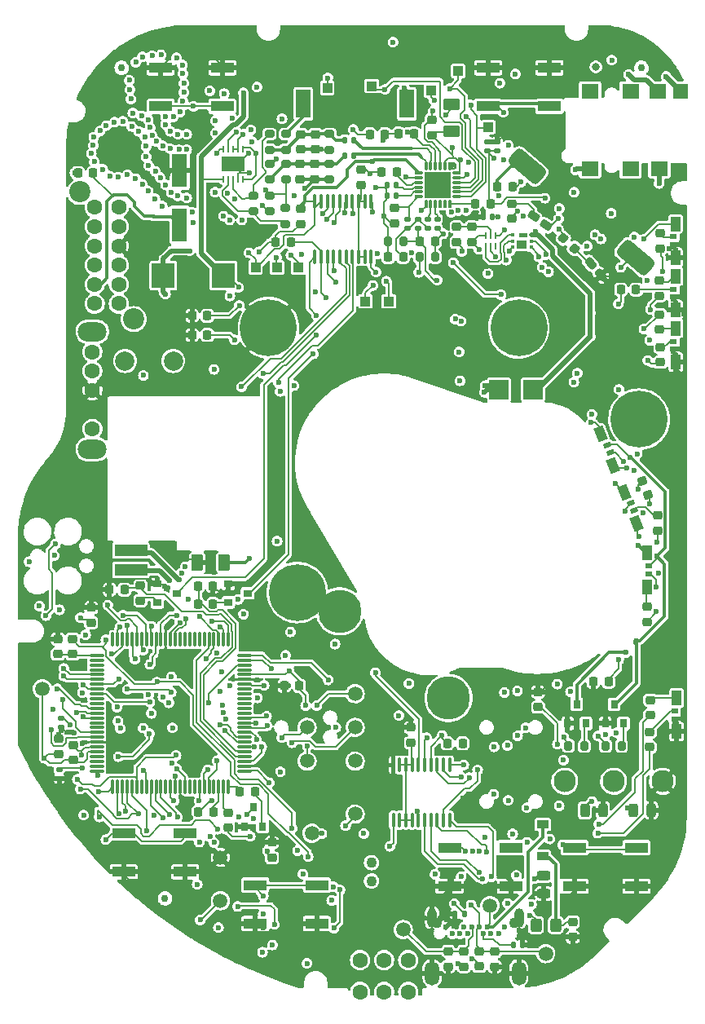
<source format=gbr>
G04 #@! TF.GenerationSoftware,KiCad,Pcbnew,6.0.11+dfsg-1~bpo11+1*
G04 #@! TF.CreationDate,2023-05-24T11:45:56-04:00*
G04 #@! TF.ProjectId,RUSP_Mainboard,52555350-5f4d-4616-996e-626f6172642e,rev?*
G04 #@! TF.SameCoordinates,Original*
G04 #@! TF.FileFunction,Copper,L6,Bot*
G04 #@! TF.FilePolarity,Positive*
%FSLAX46Y46*%
G04 Gerber Fmt 4.6, Leading zero omitted, Abs format (unit mm)*
G04 Created by KiCad (PCBNEW 6.0.11+dfsg-1~bpo11+1) date 2023-05-24 11:45:56*
%MOMM*%
%LPD*%
G01*
G04 APERTURE LIST*
G04 Aperture macros list*
%AMRoundRect*
0 Rectangle with rounded corners*
0 $1 Rounding radius*
0 $2 $3 $4 $5 $6 $7 $8 $9 X,Y pos of 4 corners*
0 Add a 4 corners polygon primitive as box body*
4,1,4,$2,$3,$4,$5,$6,$7,$8,$9,$2,$3,0*
0 Add four circle primitives for the rounded corners*
1,1,$1+$1,$2,$3*
1,1,$1+$1,$4,$5*
1,1,$1+$1,$6,$7*
1,1,$1+$1,$8,$9*
0 Add four rect primitives between the rounded corners*
20,1,$1+$1,$2,$3,$4,$5,0*
20,1,$1+$1,$4,$5,$6,$7,0*
20,1,$1+$1,$6,$7,$8,$9,0*
20,1,$1+$1,$8,$9,$2,$3,0*%
%AMRotRect*
0 Rectangle, with rotation*
0 The origin of the aperture is its center*
0 $1 length*
0 $2 width*
0 $3 Rotation angle, in degrees counterclockwise*
0 Add horizontal line*
21,1,$1,$2,0,0,$3*%
%AMFreePoly0*
4,1,10,0.140000,0.000000,0.121244,-0.070000,0.070000,-0.121244,0.000000,-0.140000,-0.070000,-0.121244,-0.121244,-0.070000,-0.140000,0.000000,-0.140000,0.710000,0.140000,0.710000,0.140000,0.000000,0.140000,0.000000,$1*%
G04 Aperture macros list end*
G04 #@! TA.AperFunction,EtchedComponent*
%ADD10C,0.010000*%
G04 #@! TD*
G04 #@! TA.AperFunction,ComponentPad*
%ADD11C,2.300000*%
G04 #@! TD*
G04 #@! TA.AperFunction,ComponentPad*
%ADD12C,1.600000*%
G04 #@! TD*
G04 #@! TA.AperFunction,ComponentPad*
%ADD13C,0.600000*%
G04 #@! TD*
G04 #@! TA.AperFunction,ComponentPad*
%ADD14O,1.000000X2.000000*%
G04 #@! TD*
G04 #@! TA.AperFunction,ComponentPad*
%ADD15O,1.500000X2.500000*%
G04 #@! TD*
G04 #@! TA.AperFunction,ComponentPad*
%ADD16C,1.100000*%
G04 #@! TD*
G04 #@! TA.AperFunction,ComponentPad*
%ADD17C,2.000000*%
G04 #@! TD*
G04 #@! TA.AperFunction,SMDPad,CuDef*
%ADD18R,0.900000X0.800000*%
G04 #@! TD*
G04 #@! TA.AperFunction,SMDPad,CuDef*
%ADD19RoundRect,0.218750X-0.218750X-0.256250X0.218750X-0.256250X0.218750X0.256250X-0.218750X0.256250X0*%
G04 #@! TD*
G04 #@! TA.AperFunction,SMDPad,CuDef*
%ADD20RoundRect,0.218750X0.218750X0.256250X-0.218750X0.256250X-0.218750X-0.256250X0.218750X-0.256250X0*%
G04 #@! TD*
G04 #@! TA.AperFunction,SMDPad,CuDef*
%ADD21RoundRect,0.218750X0.256250X-0.218750X0.256250X0.218750X-0.256250X0.218750X-0.256250X-0.218750X0*%
G04 #@! TD*
G04 #@! TA.AperFunction,SMDPad,CuDef*
%ADD22RoundRect,0.147500X0.172500X-0.147500X0.172500X0.147500X-0.172500X0.147500X-0.172500X-0.147500X0*%
G04 #@! TD*
G04 #@! TA.AperFunction,SMDPad,CuDef*
%ADD23RoundRect,0.147500X0.147500X0.172500X-0.147500X0.172500X-0.147500X-0.172500X0.147500X-0.172500X0*%
G04 #@! TD*
G04 #@! TA.AperFunction,SMDPad,CuDef*
%ADD24RoundRect,0.147500X-0.172500X0.147500X-0.172500X-0.147500X0.172500X-0.147500X0.172500X0.147500X0*%
G04 #@! TD*
G04 #@! TA.AperFunction,SMDPad,CuDef*
%ADD25RoundRect,0.225000X0.225000X0.250000X-0.225000X0.250000X-0.225000X-0.250000X0.225000X-0.250000X0*%
G04 #@! TD*
G04 #@! TA.AperFunction,SMDPad,CuDef*
%ADD26RoundRect,0.218750X-0.256250X0.218750X-0.256250X-0.218750X0.256250X-0.218750X0.256250X0.218750X0*%
G04 #@! TD*
G04 #@! TA.AperFunction,SMDPad,CuDef*
%ADD27R,2.400000X1.100000*%
G04 #@! TD*
G04 #@! TA.AperFunction,SMDPad,CuDef*
%ADD28R,1.000000X1.000000*%
G04 #@! TD*
G04 #@! TA.AperFunction,ComponentPad*
%ADD29C,5.900000*%
G04 #@! TD*
G04 #@! TA.AperFunction,SMDPad,CuDef*
%ADD30R,1.600000X1.600000*%
G04 #@! TD*
G04 #@! TA.AperFunction,SMDPad,CuDef*
%ADD31R,1.800000X1.600000*%
G04 #@! TD*
G04 #@! TA.AperFunction,SMDPad,CuDef*
%ADD32RoundRect,0.243750X-0.243750X-0.456250X0.243750X-0.456250X0.243750X0.456250X-0.243750X0.456250X0*%
G04 #@! TD*
G04 #@! TA.AperFunction,SMDPad,CuDef*
%ADD33RoundRect,0.225000X-0.250000X0.225000X-0.250000X-0.225000X0.250000X-0.225000X0.250000X0.225000X0*%
G04 #@! TD*
G04 #@! TA.AperFunction,SMDPad,CuDef*
%ADD34RotRect,0.500000X0.800000X292.000000*%
G04 #@! TD*
G04 #@! TA.AperFunction,SMDPad,CuDef*
%ADD35RotRect,1.500000X1.000000X292.000000*%
G04 #@! TD*
G04 #@! TA.AperFunction,SMDPad,CuDef*
%ADD36RoundRect,0.250000X0.375000X0.625000X-0.375000X0.625000X-0.375000X-0.625000X0.375000X-0.625000X0*%
G04 #@! TD*
G04 #@! TA.AperFunction,SMDPad,CuDef*
%ADD37FreePoly0,90.000000*%
G04 #@! TD*
G04 #@! TA.AperFunction,SMDPad,CuDef*
%ADD38FreePoly0,0.000000*%
G04 #@! TD*
G04 #@! TA.AperFunction,SMDPad,CuDef*
%ADD39FreePoly0,270.000000*%
G04 #@! TD*
G04 #@! TA.AperFunction,SMDPad,CuDef*
%ADD40FreePoly0,180.000000*%
G04 #@! TD*
G04 #@! TA.AperFunction,SMDPad,CuDef*
%ADD41R,2.700000X2.700000*%
G04 #@! TD*
G04 #@! TA.AperFunction,SMDPad,CuDef*
%ADD42RoundRect,0.218750X-0.319536X0.106829X-0.155646X-0.298814X0.319536X-0.106829X0.155646X0.298814X0*%
G04 #@! TD*
G04 #@! TA.AperFunction,SMDPad,CuDef*
%ADD43RoundRect,0.218750X0.334028X0.044059X0.008902X0.336803X-0.334028X-0.044059X-0.008902X-0.336803X0*%
G04 #@! TD*
G04 #@! TA.AperFunction,SMDPad,CuDef*
%ADD44RoundRect,0.200000X-0.200000X-0.275000X0.200000X-0.275000X0.200000X0.275000X-0.200000X0.275000X0*%
G04 #@! TD*
G04 #@! TA.AperFunction,SMDPad,CuDef*
%ADD45RoundRect,0.147500X-0.147500X-0.172500X0.147500X-0.172500X0.147500X0.172500X-0.147500X0.172500X0*%
G04 #@! TD*
G04 #@! TA.AperFunction,SMDPad,CuDef*
%ADD46RoundRect,0.212500X0.425571X-0.155068X-0.109734X0.439448X-0.425571X0.155068X0.109734X-0.439448X0*%
G04 #@! TD*
G04 #@! TA.AperFunction,ComponentPad*
%ADD47O,3.000000X2.000000*%
G04 #@! TD*
G04 #@! TA.AperFunction,SMDPad,CuDef*
%ADD48R,1.500000X3.000000*%
G04 #@! TD*
G04 #@! TA.AperFunction,SMDPad,CuDef*
%ADD49R,1.600000X3.500000*%
G04 #@! TD*
G04 #@! TA.AperFunction,SMDPad,CuDef*
%ADD50R,0.280000X0.750000*%
G04 #@! TD*
G04 #@! TA.AperFunction,SMDPad,CuDef*
%ADD51R,0.450000X0.400000*%
G04 #@! TD*
G04 #@! TA.AperFunction,SMDPad,CuDef*
%ADD52R,0.300000X0.400000*%
G04 #@! TD*
G04 #@! TA.AperFunction,SMDPad,CuDef*
%ADD53R,1.000000X0.950000*%
G04 #@! TD*
G04 #@! TA.AperFunction,SMDPad,CuDef*
%ADD54R,3.400000X1.200000*%
G04 #@! TD*
G04 #@! TA.AperFunction,SMDPad,CuDef*
%ADD55C,0.750000*%
G04 #@! TD*
G04 #@! TA.AperFunction,SMDPad,CuDef*
%ADD56RoundRect,0.243750X-0.456250X0.243750X-0.456250X-0.243750X0.456250X-0.243750X0.456250X0.243750X0*%
G04 #@! TD*
G04 #@! TA.AperFunction,SMDPad,CuDef*
%ADD57R,2.370000X2.550000*%
G04 #@! TD*
G04 #@! TA.AperFunction,SMDPad,CuDef*
%ADD58R,1.200000X0.900000*%
G04 #@! TD*
G04 #@! TA.AperFunction,SMDPad,CuDef*
%ADD59RoundRect,0.100000X0.100000X-0.637500X0.100000X0.637500X-0.100000X0.637500X-0.100000X-0.637500X0*%
G04 #@! TD*
G04 #@! TA.AperFunction,SMDPad,CuDef*
%ADD60RoundRect,0.100000X-0.100000X0.637500X-0.100000X-0.637500X0.100000X-0.637500X0.100000X0.637500X0*%
G04 #@! TD*
G04 #@! TA.AperFunction,SMDPad,CuDef*
%ADD61RoundRect,0.249999X0.325001X0.450001X-0.325001X0.450001X-0.325001X-0.450001X0.325001X-0.450001X0*%
G04 #@! TD*
G04 #@! TA.AperFunction,SMDPad,CuDef*
%ADD62R,0.800000X0.900000*%
G04 #@! TD*
G04 #@! TA.AperFunction,SMDPad,CuDef*
%ADD63RoundRect,0.250000X0.625000X-0.375000X0.625000X0.375000X-0.625000X0.375000X-0.625000X-0.375000X0*%
G04 #@! TD*
G04 #@! TA.AperFunction,ComponentPad*
%ADD64C,2.200000*%
G04 #@! TD*
G04 #@! TA.AperFunction,SMDPad,CuDef*
%ADD65RoundRect,0.212500X0.449546X-0.055361X-0.205776X0.403500X-0.449546X0.055361X0.205776X-0.403500X0*%
G04 #@! TD*
G04 #@! TA.AperFunction,SMDPad,CuDef*
%ADD66RoundRect,0.200000X-0.275000X0.200000X-0.275000X-0.200000X0.275000X-0.200000X0.275000X0.200000X0*%
G04 #@! TD*
G04 #@! TA.AperFunction,SMDPad,CuDef*
%ADD67R,0.800000X0.500000*%
G04 #@! TD*
G04 #@! TA.AperFunction,SMDPad,CuDef*
%ADD68R,1.000000X1.500000*%
G04 #@! TD*
G04 #@! TA.AperFunction,SMDPad,CuDef*
%ADD69RoundRect,0.070000X0.070000X-0.667500X0.070000X0.667500X-0.070000X0.667500X-0.070000X-0.667500X0*%
G04 #@! TD*
G04 #@! TA.AperFunction,SMDPad,CuDef*
%ADD70RoundRect,0.070000X0.667500X-0.070000X0.667500X0.070000X-0.667500X0.070000X-0.667500X-0.070000X0*%
G04 #@! TD*
G04 #@! TA.AperFunction,SMDPad,CuDef*
%ADD71C,1.500000*%
G04 #@! TD*
G04 #@! TA.AperFunction,SMDPad,CuDef*
%ADD72RoundRect,0.500000X1.470460X-0.581159X-0.827673X1.347204X-1.470460X0.581159X0.827673X-1.347204X0*%
G04 #@! TD*
G04 #@! TA.AperFunction,SMDPad,CuDef*
%ADD73RoundRect,0.200000X0.200000X0.275000X-0.200000X0.275000X-0.200000X-0.275000X0.200000X-0.275000X0*%
G04 #@! TD*
G04 #@! TA.AperFunction,SMDPad,CuDef*
%ADD74R,2.000000X2.000000*%
G04 #@! TD*
G04 #@! TA.AperFunction,SMDPad,CuDef*
%ADD75RoundRect,0.200000X0.275000X-0.200000X0.275000X0.200000X-0.275000X0.200000X-0.275000X-0.200000X0*%
G04 #@! TD*
G04 #@! TA.AperFunction,ComponentPad*
%ADD76C,4.500000*%
G04 #@! TD*
G04 #@! TA.AperFunction,SMDPad,CuDef*
%ADD77R,0.280000X0.650000*%
G04 #@! TD*
G04 #@! TA.AperFunction,SMDPad,CuDef*
%ADD78R,2.480000X1.550000*%
G04 #@! TD*
G04 #@! TA.AperFunction,ViaPad*
%ADD79C,0.600000*%
G04 #@! TD*
G04 #@! TA.AperFunction,ViaPad*
%ADD80C,0.800000*%
G04 #@! TD*
G04 #@! TA.AperFunction,Conductor*
%ADD81C,0.180000*%
G04 #@! TD*
G04 #@! TA.AperFunction,Conductor*
%ADD82C,0.200000*%
G04 #@! TD*
G04 #@! TA.AperFunction,Conductor*
%ADD83C,0.350000*%
G04 #@! TD*
G04 #@! TA.AperFunction,Conductor*
%ADD84C,0.250000*%
G04 #@! TD*
G04 #@! TA.AperFunction,Conductor*
%ADD85C,0.500000*%
G04 #@! TD*
G04 APERTURE END LIST*
G36*
X164722617Y-76200069D02*
G01*
X164725226Y-76200274D01*
X164727822Y-76200616D01*
X164730396Y-76201093D01*
X164732941Y-76201704D01*
X164735451Y-76202447D01*
X164737918Y-76203321D01*
X164740337Y-76204323D01*
X164742700Y-76205450D01*
X164745000Y-76206699D01*
X164747232Y-76208066D01*
X164749389Y-76209549D01*
X164751466Y-76211143D01*
X164753457Y-76212843D01*
X164755355Y-76214645D01*
X164757157Y-76216543D01*
X164758857Y-76218534D01*
X164760451Y-76220611D01*
X164761934Y-76222768D01*
X164763301Y-76225000D01*
X164764550Y-76227300D01*
X164765677Y-76229663D01*
X164766679Y-76232082D01*
X164767553Y-76234549D01*
X164768296Y-76237059D01*
X164768907Y-76239604D01*
X164769384Y-76242178D01*
X164769726Y-76244774D01*
X164769931Y-76247383D01*
X164770000Y-76250000D01*
X164770000Y-76450000D01*
X164769931Y-76452617D01*
X164769726Y-76455226D01*
X164769384Y-76457822D01*
X164768907Y-76460396D01*
X164768296Y-76462941D01*
X164767553Y-76465451D01*
X164766679Y-76467918D01*
X164765677Y-76470337D01*
X164764550Y-76472700D01*
X164763301Y-76475000D01*
X164761934Y-76477232D01*
X164760451Y-76479389D01*
X164758857Y-76481466D01*
X164757157Y-76483457D01*
X164755355Y-76485355D01*
X164753457Y-76487157D01*
X164751466Y-76488857D01*
X164749389Y-76490451D01*
X164747232Y-76491934D01*
X164745000Y-76493301D01*
X164742700Y-76494550D01*
X164740337Y-76495677D01*
X164737918Y-76496679D01*
X164735451Y-76497553D01*
X164732941Y-76498296D01*
X164730396Y-76498907D01*
X164727822Y-76499384D01*
X164725226Y-76499726D01*
X164722617Y-76499931D01*
X164720000Y-76500000D01*
X164070000Y-76500000D01*
X164067383Y-76499931D01*
X164064774Y-76499726D01*
X164062178Y-76499384D01*
X164059604Y-76498907D01*
X164057059Y-76498296D01*
X164054549Y-76497553D01*
X164052082Y-76496679D01*
X164049663Y-76495677D01*
X164047300Y-76494550D01*
X164045000Y-76493301D01*
X164042768Y-76491934D01*
X164040611Y-76490451D01*
X164038534Y-76488857D01*
X164036543Y-76487157D01*
X164034645Y-76485355D01*
X164032843Y-76483457D01*
X164031143Y-76481466D01*
X164029549Y-76479389D01*
X164028066Y-76477232D01*
X164026699Y-76475000D01*
X164025450Y-76472700D01*
X164024323Y-76470337D01*
X164023321Y-76467918D01*
X164022447Y-76465451D01*
X164021704Y-76462941D01*
X164021093Y-76460396D01*
X164020616Y-76457822D01*
X164020274Y-76455226D01*
X164020069Y-76452617D01*
X164020000Y-76450000D01*
X164020000Y-76250000D01*
X164020069Y-76247383D01*
X164020274Y-76244774D01*
X164020616Y-76242178D01*
X164021093Y-76239604D01*
X164021704Y-76237059D01*
X164022447Y-76234549D01*
X164023321Y-76232082D01*
X164024323Y-76229663D01*
X164025450Y-76227300D01*
X164026699Y-76225000D01*
X164028066Y-76222768D01*
X164029549Y-76220611D01*
X164031143Y-76218534D01*
X164032843Y-76216543D01*
X164034645Y-76214645D01*
X164036543Y-76212843D01*
X164038534Y-76211143D01*
X164040611Y-76209549D01*
X164042768Y-76208066D01*
X164045000Y-76206699D01*
X164047300Y-76205450D01*
X164049663Y-76204323D01*
X164052082Y-76203321D01*
X164054549Y-76202447D01*
X164057059Y-76201704D01*
X164059604Y-76201093D01*
X164062178Y-76200616D01*
X164064774Y-76200274D01*
X164067383Y-76200069D01*
X164070000Y-76200000D01*
X164720000Y-76200000D01*
X164722617Y-76200069D01*
G37*
D10*
X164722617Y-76200069D02*
X164725226Y-76200274D01*
X164727822Y-76200616D01*
X164730396Y-76201093D01*
X164732941Y-76201704D01*
X164735451Y-76202447D01*
X164737918Y-76203321D01*
X164740337Y-76204323D01*
X164742700Y-76205450D01*
X164745000Y-76206699D01*
X164747232Y-76208066D01*
X164749389Y-76209549D01*
X164751466Y-76211143D01*
X164753457Y-76212843D01*
X164755355Y-76214645D01*
X164757157Y-76216543D01*
X164758857Y-76218534D01*
X164760451Y-76220611D01*
X164761934Y-76222768D01*
X164763301Y-76225000D01*
X164764550Y-76227300D01*
X164765677Y-76229663D01*
X164766679Y-76232082D01*
X164767553Y-76234549D01*
X164768296Y-76237059D01*
X164768907Y-76239604D01*
X164769384Y-76242178D01*
X164769726Y-76244774D01*
X164769931Y-76247383D01*
X164770000Y-76250000D01*
X164770000Y-76450000D01*
X164769931Y-76452617D01*
X164769726Y-76455226D01*
X164769384Y-76457822D01*
X164768907Y-76460396D01*
X164768296Y-76462941D01*
X164767553Y-76465451D01*
X164766679Y-76467918D01*
X164765677Y-76470337D01*
X164764550Y-76472700D01*
X164763301Y-76475000D01*
X164761934Y-76477232D01*
X164760451Y-76479389D01*
X164758857Y-76481466D01*
X164757157Y-76483457D01*
X164755355Y-76485355D01*
X164753457Y-76487157D01*
X164751466Y-76488857D01*
X164749389Y-76490451D01*
X164747232Y-76491934D01*
X164745000Y-76493301D01*
X164742700Y-76494550D01*
X164740337Y-76495677D01*
X164737918Y-76496679D01*
X164735451Y-76497553D01*
X164732941Y-76498296D01*
X164730396Y-76498907D01*
X164727822Y-76499384D01*
X164725226Y-76499726D01*
X164722617Y-76499931D01*
X164720000Y-76500000D01*
X164070000Y-76500000D01*
X164067383Y-76499931D01*
X164064774Y-76499726D01*
X164062178Y-76499384D01*
X164059604Y-76498907D01*
X164057059Y-76498296D01*
X164054549Y-76497553D01*
X164052082Y-76496679D01*
X164049663Y-76495677D01*
X164047300Y-76494550D01*
X164045000Y-76493301D01*
X164042768Y-76491934D01*
X164040611Y-76490451D01*
X164038534Y-76488857D01*
X164036543Y-76487157D01*
X164034645Y-76485355D01*
X164032843Y-76483457D01*
X164031143Y-76481466D01*
X164029549Y-76479389D01*
X164028066Y-76477232D01*
X164026699Y-76475000D01*
X164025450Y-76472700D01*
X164024323Y-76470337D01*
X164023321Y-76467918D01*
X164022447Y-76465451D01*
X164021704Y-76462941D01*
X164021093Y-76460396D01*
X164020616Y-76457822D01*
X164020274Y-76455226D01*
X164020069Y-76452617D01*
X164020000Y-76450000D01*
X164020000Y-76250000D01*
X164020069Y-76247383D01*
X164020274Y-76244774D01*
X164020616Y-76242178D01*
X164021093Y-76239604D01*
X164021704Y-76237059D01*
X164022447Y-76234549D01*
X164023321Y-76232082D01*
X164024323Y-76229663D01*
X164025450Y-76227300D01*
X164026699Y-76225000D01*
X164028066Y-76222768D01*
X164029549Y-76220611D01*
X164031143Y-76218534D01*
X164032843Y-76216543D01*
X164034645Y-76214645D01*
X164036543Y-76212843D01*
X164038534Y-76211143D01*
X164040611Y-76209549D01*
X164042768Y-76208066D01*
X164045000Y-76206699D01*
X164047300Y-76205450D01*
X164049663Y-76204323D01*
X164052082Y-76203321D01*
X164054549Y-76202447D01*
X164057059Y-76201704D01*
X164059604Y-76201093D01*
X164062178Y-76200616D01*
X164064774Y-76200274D01*
X164067383Y-76200069D01*
X164070000Y-76200000D01*
X164720000Y-76200000D01*
X164722617Y-76200069D01*
D11*
X178930000Y-133100000D03*
X173850000Y-133100000D03*
X168770000Y-133100000D03*
D12*
X147510000Y-154972500D03*
X150010000Y-154972500D03*
X152510000Y-154972500D03*
X147510000Y-151672500D03*
X150010000Y-151672500D03*
X152510000Y-151672500D03*
D13*
X162550000Y-148230000D03*
X161900000Y-148930000D03*
X161100000Y-148930000D03*
X160700000Y-148230000D03*
X160300000Y-148930000D03*
X159900000Y-148230000D03*
X159100000Y-148230000D03*
X158700000Y-148930000D03*
X158300000Y-148230000D03*
X157900000Y-148930000D03*
X157100000Y-148930000D03*
X156450000Y-148230000D03*
D14*
X164000000Y-147280000D03*
D15*
X164000000Y-153030000D03*
D14*
X155000000Y-147280000D03*
D15*
X155000000Y-153030000D03*
D16*
X163550000Y-147830000D03*
X155450000Y-147830000D03*
D17*
X128100000Y-89460000D03*
X123100000Y-89460000D03*
D18*
X133825000Y-114525000D03*
X133825000Y-112625000D03*
X135825000Y-113575000D03*
X126450000Y-114525000D03*
X126450000Y-112625000D03*
X128450000Y-113575000D03*
D19*
X161792500Y-71350000D03*
X163367500Y-71350000D03*
X130662500Y-112850000D03*
X132237500Y-112850000D03*
D20*
X132237500Y-114700000D03*
X130662500Y-114700000D03*
X123037500Y-113200000D03*
X121462500Y-113200000D03*
D21*
X124700000Y-114337500D03*
X124700000Y-112762500D03*
X119575000Y-116637500D03*
X119575000Y-115062500D03*
D22*
X160700000Y-67635000D03*
X160700000Y-66665000D03*
D20*
X150087500Y-65900000D03*
X148512500Y-65900000D03*
D23*
X151285000Y-72250000D03*
X150315000Y-72250000D03*
X151285000Y-71200000D03*
X150315000Y-71200000D03*
D24*
X154525000Y-74740000D03*
X154525000Y-75710000D03*
X155550000Y-74715000D03*
X155550000Y-75685000D03*
D25*
X151975000Y-78650000D03*
X150425000Y-78650000D03*
D19*
X153712500Y-77050000D03*
X155287500Y-77050000D03*
D26*
X141330000Y-73652500D03*
X141330000Y-75227500D03*
D27*
X129346000Y-138497000D03*
X122946000Y-138497000D03*
X129346000Y-142497000D03*
X122946000Y-142497000D03*
X126800000Y-63000000D03*
X133200000Y-63000000D03*
X126800000Y-59000000D03*
X133200000Y-59000000D03*
X156800000Y-140000000D03*
X163200000Y-140000000D03*
X156800000Y-144000000D03*
X163200000Y-144000000D03*
X143027000Y-143886000D03*
X136627000Y-143886000D03*
X143027000Y-147886000D03*
X136627000Y-147886000D03*
X160800000Y-63000000D03*
X167200000Y-63000000D03*
X167200000Y-59000000D03*
X160800000Y-59000000D03*
D28*
X138900000Y-79750000D03*
X141100000Y-79750000D03*
D29*
X176500000Y-95500000D03*
X164000000Y-86000000D03*
X141000000Y-113500000D03*
X138000000Y-86000000D03*
D30*
X180800000Y-61450000D03*
D31*
X171400000Y-69450000D03*
X175600000Y-69450000D03*
X178600000Y-69450000D03*
X171400000Y-61450000D03*
X175600000Y-61450000D03*
X178450000Y-61450000D03*
D28*
X136650000Y-79750000D03*
X144100000Y-61100000D03*
X150500000Y-83250000D03*
D20*
X158157500Y-129160000D03*
X156582500Y-129160000D03*
D28*
X148075000Y-83250000D03*
D32*
X170862500Y-136120000D03*
X172737500Y-136120000D03*
D21*
X166000000Y-125387500D03*
X166000000Y-123812500D03*
D20*
X173312500Y-122775000D03*
X171737500Y-122775000D03*
X141200000Y-123200000D03*
X139625000Y-123200000D03*
D21*
X116200000Y-130287500D03*
X116200000Y-128712500D03*
D20*
X131637500Y-84750000D03*
X130062500Y-84750000D03*
D21*
X138350000Y-141037500D03*
X138350000Y-139462500D03*
D33*
X169600000Y-147725000D03*
X169600000Y-149275000D03*
D34*
X175958459Y-104986587D03*
X175658774Y-104244840D03*
D35*
X176250926Y-106324445D03*
X174939803Y-103079301D03*
D36*
X133400000Y-110400000D03*
X130600000Y-110400000D03*
D16*
X148700000Y-141550000D03*
X148700000Y-143450000D03*
D37*
X153910000Y-72400000D03*
X153910000Y-71900000D03*
X153910000Y-71400000D03*
X153910000Y-70900000D03*
X153910000Y-70400000D03*
X153910000Y-69900000D03*
D38*
X154350000Y-69460000D03*
X154850000Y-69460000D03*
X155350000Y-69460000D03*
X155850000Y-69460000D03*
X156350000Y-69460000D03*
X156850000Y-69460000D03*
D39*
X157290000Y-69900000D03*
X157290000Y-70400000D03*
X157290000Y-70900000D03*
X157290000Y-71400000D03*
X157290000Y-71900000D03*
X157290000Y-72400000D03*
D40*
X156850000Y-72840000D03*
X156350000Y-72840000D03*
X155850000Y-72840000D03*
X155350000Y-72840000D03*
X154850000Y-72840000D03*
X154350000Y-72840000D03*
D41*
X155600000Y-71150000D03*
D26*
X177650000Y-124662500D03*
X177650000Y-126237500D03*
X177600000Y-127975000D03*
X177600000Y-129550000D03*
D21*
X178610000Y-86197500D03*
X178610000Y-84622500D03*
D26*
X178700000Y-88012500D03*
X178700000Y-89587500D03*
D20*
X176187500Y-82050000D03*
X174612500Y-82050000D03*
D26*
X177300000Y-114962500D03*
X177300000Y-116537500D03*
D42*
X176804997Y-101894843D03*
X177395003Y-103355157D03*
D26*
X178650000Y-76212500D03*
X178650000Y-77787500D03*
D43*
X169785227Y-77756940D03*
X168614773Y-76703060D03*
D20*
X161037500Y-73100000D03*
X159462500Y-73100000D03*
D22*
X152450000Y-75685000D03*
X152450000Y-74715000D03*
D19*
X151512500Y-65850000D03*
X153087500Y-65850000D03*
D44*
X153675000Y-78650000D03*
X155325000Y-78650000D03*
D21*
X117650000Y-119887500D03*
X117650000Y-118312500D03*
D45*
X160315000Y-74450000D03*
X161285000Y-74450000D03*
D21*
X157530000Y-77117500D03*
X157530000Y-75542500D03*
D20*
X132287500Y-136300000D03*
X130712500Y-136300000D03*
D21*
X133800000Y-137937500D03*
X133800000Y-136362500D03*
X158300000Y-152337500D03*
X158300000Y-150762500D03*
X159900000Y-152322500D03*
X159900000Y-150747500D03*
D23*
X158335000Y-146900000D03*
X157365000Y-146900000D03*
D45*
X163415000Y-150100000D03*
X164385000Y-150100000D03*
D21*
X117700000Y-130887500D03*
X117700000Y-129312500D03*
D45*
X145915000Y-66500000D03*
X146885000Y-66500000D03*
D24*
X153525000Y-74735000D03*
X153525000Y-75705000D03*
D46*
X172543669Y-80523805D03*
X171456331Y-79316195D03*
D26*
X141350000Y-65912500D03*
X141350000Y-67487500D03*
X142800000Y-69012500D03*
X142800000Y-70587500D03*
D33*
X142850000Y-65925000D03*
X142850000Y-67475000D03*
X141300000Y-69025000D03*
X141300000Y-70575000D03*
D22*
X161750000Y-67635000D03*
X161750000Y-66665000D03*
D20*
X140317500Y-77100000D03*
X138742500Y-77100000D03*
D26*
X161500000Y-150772500D03*
X161500000Y-152347500D03*
X159090000Y-75532500D03*
X159090000Y-77107500D03*
D47*
X119700000Y-86400000D03*
X119700000Y-98600000D03*
D12*
X119700000Y-96500000D03*
X119700000Y-92500000D03*
X119700000Y-90500000D03*
X119700000Y-88500000D03*
D27*
X176200000Y-140000000D03*
X169800000Y-140000000D03*
X169800000Y-144000000D03*
X176200000Y-144000000D03*
D48*
X152375000Y-62750000D03*
X141625000Y-62750000D03*
D49*
X128750000Y-75300000D03*
X128750000Y-69700000D03*
D50*
X161600000Y-77575000D03*
X161100000Y-77575000D03*
X160600000Y-77575000D03*
X160600000Y-76425000D03*
X161100000Y-76425000D03*
X161600000Y-76425000D03*
D51*
X163325000Y-77650000D03*
X163325000Y-77000000D03*
X163325000Y-76350000D03*
X165275000Y-76350000D03*
X165275000Y-77000000D03*
X165275000Y-77650000D03*
D52*
X164395000Y-76350000D03*
D53*
X164300000Y-77325000D03*
D54*
X123700000Y-111150000D03*
X123700000Y-109150000D03*
D55*
X127250000Y-145250000D03*
X122750000Y-59000000D03*
X176750000Y-59000000D03*
D19*
X118212500Y-69945000D03*
X119787500Y-69945000D03*
D26*
X151100000Y-73562500D03*
X151100000Y-75137500D03*
D56*
X166600000Y-142882500D03*
X166600000Y-144757500D03*
D57*
X133325000Y-80570000D03*
X127075000Y-80570000D03*
D32*
X175862500Y-136120000D03*
X177737500Y-136120000D03*
D58*
X166500000Y-140870000D03*
X166500000Y-137570000D03*
D21*
X147600000Y-71187500D03*
X147600000Y-69612500D03*
X152810000Y-129097500D03*
X152810000Y-127522500D03*
D59*
X156825000Y-137132500D03*
X156175000Y-137132500D03*
X155525000Y-137132500D03*
X154875000Y-137132500D03*
X154225000Y-137132500D03*
X153575000Y-137132500D03*
X152925000Y-137132500D03*
X152275000Y-137132500D03*
X151625000Y-137132500D03*
X150975000Y-137132500D03*
X150975000Y-131407500D03*
X151625000Y-131407500D03*
X152275000Y-131407500D03*
X152925000Y-131407500D03*
X153575000Y-131407500D03*
X154225000Y-131407500D03*
X154875000Y-131407500D03*
X155525000Y-131407500D03*
X156175000Y-131407500D03*
X156825000Y-131407500D03*
D60*
X142815000Y-72887500D03*
X143465000Y-72887500D03*
X144115000Y-72887500D03*
X144765000Y-72887500D03*
X145415000Y-72887500D03*
X146065000Y-72887500D03*
X146715000Y-72887500D03*
X147365000Y-72887500D03*
X148015000Y-72887500D03*
X148665000Y-72887500D03*
X148665000Y-78612500D03*
X148015000Y-78612500D03*
X147365000Y-78612500D03*
X146715000Y-78612500D03*
X146065000Y-78612500D03*
X145415000Y-78612500D03*
X144765000Y-78612500D03*
X144115000Y-78612500D03*
X143465000Y-78612500D03*
X142815000Y-78612500D03*
D61*
X167825000Y-148050000D03*
X165775000Y-148050000D03*
D26*
X178600000Y-81112500D03*
X178600000Y-82687500D03*
D20*
X131637500Y-86750000D03*
X130062500Y-86750000D03*
D62*
X137375000Y-137800000D03*
X135475000Y-137800000D03*
X136425000Y-135800000D03*
D20*
X136587500Y-134175000D03*
X135012500Y-134175000D03*
D22*
X116250000Y-132835000D03*
X116250000Y-131865000D03*
X116450000Y-127485000D03*
X116450000Y-126515000D03*
D63*
X157000000Y-65600000D03*
X157000000Y-62800000D03*
D26*
X163250000Y-73112500D03*
X163250000Y-74687500D03*
D64*
X118400000Y-71900000D03*
X124000000Y-85100000D03*
D12*
X119950000Y-73500000D03*
X119950000Y-75500000D03*
X119950000Y-77500000D03*
X119950000Y-79500000D03*
X119950000Y-81500000D03*
X119950000Y-83500000D03*
X122450000Y-73500000D03*
X122450000Y-75500000D03*
X122450000Y-77500000D03*
X122450000Y-79500000D03*
X122450000Y-81500000D03*
X122450000Y-83500000D03*
D26*
X178425000Y-105512500D03*
X178425000Y-107087500D03*
X156700000Y-150762500D03*
X156700000Y-152337500D03*
D20*
X151337500Y-69800000D03*
X149762500Y-69800000D03*
D21*
X154950000Y-65987500D03*
X154950000Y-64412500D03*
D65*
X166865561Y-75366031D03*
X165534439Y-74433969D03*
D21*
X116100000Y-119887500D03*
X116100000Y-118312500D03*
D45*
X145915000Y-68100000D03*
X146885000Y-68100000D03*
D66*
X139800000Y-65875000D03*
X139800000Y-67525000D03*
D67*
X180075000Y-87406428D03*
X180075000Y-88206428D03*
D68*
X180305000Y-86056428D03*
X180305000Y-89556428D03*
D69*
X133825000Y-133687500D03*
X133325000Y-133687500D03*
X132825000Y-133687500D03*
X132325000Y-133687500D03*
X131825000Y-133687500D03*
X131325000Y-133687500D03*
X130825000Y-133687500D03*
X130325000Y-133687500D03*
X129825000Y-133687500D03*
X129325000Y-133687500D03*
X128825000Y-133687500D03*
X128325000Y-133687500D03*
X127825000Y-133687500D03*
X127325000Y-133687500D03*
X126825000Y-133687500D03*
X126325000Y-133687500D03*
X125825000Y-133687500D03*
X125325000Y-133687500D03*
X124825000Y-133687500D03*
X124325000Y-133687500D03*
X123825000Y-133687500D03*
X123325000Y-133687500D03*
X122825000Y-133687500D03*
X122325000Y-133687500D03*
X121825000Y-133687500D03*
D70*
X120162500Y-132025000D03*
X120162500Y-131525000D03*
X120162500Y-131025000D03*
X120162500Y-130525000D03*
X120162500Y-130025000D03*
X120162500Y-129525000D03*
X120162500Y-129025000D03*
X120162500Y-128525000D03*
X120162500Y-128025000D03*
X120162500Y-127525000D03*
X120162500Y-127025000D03*
X120162500Y-126525000D03*
X120162500Y-126025000D03*
X120162500Y-125525000D03*
X120162500Y-125025000D03*
X120162500Y-124525000D03*
X120162500Y-124025000D03*
X120162500Y-123525000D03*
X120162500Y-123025000D03*
X120162500Y-122525000D03*
X120162500Y-122025000D03*
X120162500Y-121525000D03*
X120162500Y-121025000D03*
X120162500Y-120525000D03*
X120162500Y-120025000D03*
D69*
X121825000Y-118362500D03*
X122325000Y-118362500D03*
X122825000Y-118362500D03*
X123325000Y-118362500D03*
X123825000Y-118362500D03*
X124325000Y-118362500D03*
X124825000Y-118362500D03*
X125325000Y-118362500D03*
X125825000Y-118362500D03*
X126325000Y-118362500D03*
X126825000Y-118362500D03*
X127325000Y-118362500D03*
X127825000Y-118362500D03*
X128325000Y-118362500D03*
X128825000Y-118362500D03*
X129325000Y-118362500D03*
X129825000Y-118362500D03*
X130325000Y-118362500D03*
X130825000Y-118362500D03*
X131325000Y-118362500D03*
X131825000Y-118362500D03*
X132325000Y-118362500D03*
X132825000Y-118362500D03*
X133325000Y-118362500D03*
X133825000Y-118362500D03*
D70*
X135487500Y-120025000D03*
X135487500Y-120525000D03*
X135487500Y-121025000D03*
X135487500Y-121525000D03*
X135487500Y-122025000D03*
X135487500Y-122525000D03*
X135487500Y-123025000D03*
X135487500Y-123525000D03*
X135487500Y-124025000D03*
X135487500Y-124525000D03*
X135487500Y-125025000D03*
X135487500Y-125525000D03*
X135487500Y-126025000D03*
X135487500Y-126525000D03*
X135487500Y-127025000D03*
X135487500Y-127525000D03*
X135487500Y-128025000D03*
X135487500Y-128525000D03*
X135487500Y-129025000D03*
X135487500Y-129525000D03*
X135487500Y-130025000D03*
X135487500Y-130525000D03*
X135487500Y-131025000D03*
X135487500Y-131525000D03*
X135487500Y-132025000D03*
D28*
X154900000Y-61400000D03*
D71*
X142500000Y-138500000D03*
D34*
X173498459Y-98956587D03*
X173198774Y-98214840D03*
D35*
X173790926Y-100294445D03*
X172479803Y-97049301D03*
D67*
X180055000Y-81990000D03*
X180055000Y-82790000D03*
D68*
X180285000Y-80640000D03*
X180285000Y-84140000D03*
D28*
X160850000Y-65150000D03*
D72*
X176132498Y-78706677D03*
X164871644Y-69257699D03*
D73*
X170800000Y-129425000D03*
X169150000Y-129425000D03*
D28*
X157710000Y-59320000D03*
D62*
X174875000Y-127100000D03*
X172975000Y-127100000D03*
X173925000Y-125100000D03*
D67*
X180175000Y-125800000D03*
X180175000Y-126600000D03*
D68*
X180405000Y-124450000D03*
X180405000Y-127950000D03*
D66*
X138100000Y-65875000D03*
X138100000Y-67525000D03*
D74*
X161950000Y-92410000D03*
D67*
X180037500Y-76560000D03*
X180037500Y-77360000D03*
D68*
X180267500Y-75210000D03*
X180267500Y-78710000D03*
D71*
X133000000Y-145500000D03*
X142000000Y-131000000D03*
X152000000Y-148500000D03*
X161000000Y-146000000D03*
D73*
X174675000Y-129400000D03*
X173025000Y-129400000D03*
D71*
X133000000Y-141000000D03*
D75*
X139800000Y-70625000D03*
X139800000Y-68975000D03*
X136400000Y-73925000D03*
X136400000Y-72275000D03*
D71*
X147000000Y-136500000D03*
X142000000Y-127500000D03*
X147000000Y-131000000D03*
D66*
X139700000Y-73575000D03*
X139700000Y-75225000D03*
D28*
X148700000Y-60900000D03*
D62*
X170975000Y-127100000D03*
X169075000Y-127100000D03*
X170025000Y-125100000D03*
D73*
X152045000Y-77050000D03*
X150395000Y-77050000D03*
D66*
X144350000Y-65875000D03*
X144350000Y-67525000D03*
D67*
X177525000Y-111550000D03*
X177525000Y-110750000D03*
D68*
X177295000Y-112900000D03*
X177295000Y-109400000D03*
D66*
X144300000Y-68975000D03*
X144300000Y-70625000D03*
D74*
X165500000Y-92400000D03*
D66*
X138100000Y-68975000D03*
X138100000Y-70625000D03*
D76*
X156700000Y-124450000D03*
D71*
X147000000Y-124000000D03*
X114500000Y-123500000D03*
D77*
X133300000Y-67450000D03*
X133800000Y-67450000D03*
X134300000Y-67450000D03*
X134800000Y-67450000D03*
X135300000Y-67450000D03*
X135300000Y-70550000D03*
X134800000Y-70550000D03*
X134300000Y-70550000D03*
X133800000Y-70550000D03*
X133300000Y-70550000D03*
D78*
X134300000Y-69000000D03*
D71*
X166800000Y-151000000D03*
X147000000Y-127500000D03*
D75*
X138100000Y-73925000D03*
X138100000Y-72275000D03*
D76*
X145400000Y-115450000D03*
D79*
X118800000Y-136600000D03*
X116300000Y-115300000D03*
X114700000Y-130700000D03*
X181179011Y-84552065D03*
X160350000Y-128950000D03*
X117813864Y-128068089D03*
X126761642Y-120124531D03*
X160682080Y-79618887D03*
X165591939Y-80264500D03*
X140100000Y-123190500D03*
X127270000Y-129690000D03*
X146550612Y-121251713D03*
X144300000Y-125450000D03*
X169282949Y-145374500D03*
X138616501Y-132550022D03*
X166424001Y-145825000D03*
X124800000Y-143300000D03*
X139060000Y-117610000D03*
X135725500Y-118950000D03*
X157400000Y-90300000D03*
X157194989Y-69043714D03*
X163650000Y-66250000D03*
X127574936Y-70119523D03*
X140900000Y-147900000D03*
X158200000Y-134860000D03*
X134000000Y-143000000D03*
X158330000Y-130650000D03*
X142122279Y-132900000D03*
X122340250Y-124308774D03*
X158477511Y-84630652D03*
X118745693Y-124656497D03*
X127700003Y-57299997D03*
X130874260Y-110599502D03*
X159250000Y-74425000D03*
X133150000Y-113675000D03*
X128400002Y-110400001D03*
X159030111Y-79980111D03*
X126403025Y-82596975D03*
X118650000Y-114800000D03*
X173587195Y-80693617D03*
X129150000Y-84500000D03*
X119350000Y-111810000D03*
X166851029Y-123282469D03*
X118641966Y-129152356D03*
X144716820Y-123141028D03*
X117275000Y-109600000D03*
X124973324Y-120599000D03*
X162625000Y-142850000D03*
X136849500Y-122600500D03*
X157200000Y-143000000D03*
X156100000Y-146100000D03*
X137450010Y-148300000D03*
X127200000Y-112850000D03*
X159499020Y-136050000D03*
X128400000Y-110400000D03*
X181122243Y-91014065D03*
X129895340Y-136921118D03*
X129949500Y-119650000D03*
X125643008Y-121849880D03*
X179600000Y-77750000D03*
X132400000Y-111400500D03*
X137296779Y-129505989D03*
X159050000Y-145950000D03*
X136400000Y-137000000D03*
X137378476Y-150856308D03*
X132800000Y-148300000D03*
X134875000Y-136825000D03*
X163360000Y-138540000D03*
X118457058Y-133914514D03*
X113122343Y-110293032D03*
X146000000Y-137700000D03*
X162824399Y-129372918D03*
X114200000Y-114899996D03*
X124500000Y-136500000D03*
X123350500Y-123550000D03*
X158833958Y-132710879D03*
X115860000Y-108460000D03*
X143537863Y-138520999D03*
X125307886Y-138244710D03*
X127890000Y-123860000D03*
X162500000Y-123875000D03*
X114883338Y-115897623D03*
X147400000Y-131300000D03*
X118150000Y-132900000D03*
X128400000Y-130400000D03*
X158284154Y-131398099D03*
X129357430Y-110803789D03*
X115600000Y-125600000D03*
X134800000Y-146100000D03*
X159100000Y-151500000D03*
X138600000Y-147950000D03*
X157700000Y-152000000D03*
X116600000Y-124600000D03*
X128967063Y-111443607D03*
X115400000Y-127700000D03*
X161800000Y-74500000D03*
X162525000Y-75875000D03*
D80*
X172000000Y-58900500D03*
D79*
X158016468Y-132670500D03*
X168650000Y-130900500D03*
X129700000Y-114200000D03*
X144750000Y-144050000D03*
X167100000Y-80175989D03*
X128450000Y-115850000D03*
X177600500Y-104256581D03*
X174378862Y-120493677D03*
X118450000Y-116100000D03*
X177600000Y-87300000D03*
X150930000Y-56350000D03*
X127705378Y-112244622D03*
X144917713Y-118850011D03*
X134881641Y-81803134D03*
X178525000Y-111450000D03*
X142000000Y-152000000D03*
X161445041Y-129517929D03*
X135400000Y-61600000D03*
X152590000Y-122950000D03*
X141850000Y-125239500D03*
X178350500Y-108263411D03*
X128470084Y-131820051D03*
X133400000Y-61700000D03*
X115754055Y-109644213D03*
X140155200Y-121634800D03*
X127904763Y-122229298D03*
X178272695Y-115475989D03*
X131900000Y-61400000D03*
X138081782Y-133256773D03*
X139780000Y-120010000D03*
X130900000Y-147500000D03*
X138400000Y-150100000D03*
X118598468Y-130376300D03*
X164225000Y-70875000D03*
X137894061Y-140318967D03*
X128020000Y-127540000D03*
X144013452Y-82866548D03*
X171425000Y-86900000D03*
X159850000Y-77850000D03*
X165700000Y-75975000D03*
X171437642Y-84437376D03*
X137450010Y-146885986D03*
X165169554Y-147042081D03*
X162149044Y-82563288D03*
X159920751Y-140340978D03*
X163850000Y-73925000D03*
X157198812Y-79249130D03*
X145000000Y-127500000D03*
X136850000Y-124450000D03*
X127979037Y-131253812D03*
X168022838Y-129235339D03*
X164850012Y-139430015D03*
X159721655Y-131905457D03*
X151546582Y-126271498D03*
X124987893Y-127564330D03*
X165325000Y-145900000D03*
X126066488Y-136643599D03*
X119000000Y-117900000D03*
X122600989Y-127600000D03*
X117425999Y-127226919D03*
X132338159Y-90324500D03*
X135403513Y-115739500D03*
X133992878Y-82707122D03*
X136000000Y-109949500D03*
X132619368Y-119759332D03*
X144800000Y-148350000D03*
X145428351Y-144368734D03*
X148550000Y-70000000D03*
X129800000Y-78000000D03*
X127300000Y-64100000D03*
X129200000Y-60600000D03*
X152248765Y-70308265D03*
X126750000Y-70400000D03*
X127000000Y-67100002D03*
X119600000Y-67900000D03*
X125300000Y-67150000D03*
X139400000Y-64300000D03*
X149170000Y-80210000D03*
X125300000Y-68250000D03*
X157800000Y-88500000D03*
X179300000Y-59900000D03*
X123900000Y-63700000D03*
X122850000Y-64550000D03*
X129100000Y-62450000D03*
X119900000Y-68750000D03*
X156380000Y-63880000D03*
X129500000Y-72500000D03*
X153900000Y-73849989D03*
X127300000Y-71150000D03*
X141731444Y-71501444D03*
X119850000Y-66200000D03*
X125500000Y-71800000D03*
X123700000Y-62250000D03*
X132500000Y-64500000D03*
X125150000Y-66200000D03*
X123550000Y-60300000D03*
X123350000Y-70100000D03*
X122000000Y-64650000D03*
X124800000Y-64000000D03*
X146800000Y-65400000D03*
X126349997Y-66649997D03*
X127800000Y-65600000D03*
X125700000Y-65200000D03*
X135890599Y-67864015D03*
X127900000Y-71950000D03*
X124900000Y-57850000D03*
X126250000Y-69750000D03*
X128100000Y-64100000D03*
X141406185Y-78418322D03*
X122400000Y-70350000D03*
X119800000Y-67050000D03*
X129092582Y-59600011D03*
X129200000Y-61550000D03*
X132500000Y-65750000D03*
X135360000Y-65920000D03*
X125550000Y-69150000D03*
X129050000Y-58700000D03*
X127300000Y-64900000D03*
X136990000Y-78120000D03*
X123600000Y-61250000D03*
X128600000Y-65900000D03*
X133952047Y-74810500D03*
X126850000Y-57650000D03*
X128700000Y-67500000D03*
X143500000Y-67500000D03*
X125500000Y-64400000D03*
X124200000Y-70500000D03*
X150001485Y-74401485D03*
X121500000Y-70250000D03*
X128800000Y-63600000D03*
X125900000Y-66000000D03*
X129500000Y-67500000D03*
X156150000Y-76250000D03*
X136000000Y-69900000D03*
X136800000Y-61000000D03*
X128550000Y-72300000D03*
X126950000Y-73350000D03*
X121150000Y-65000000D03*
X120500000Y-65550000D03*
X134489882Y-72612770D03*
X120777856Y-69534553D03*
X135218913Y-74810500D03*
X128450000Y-57950000D03*
X140706018Y-72298907D03*
X124206000Y-58420000D03*
X149138556Y-71474500D03*
X136170000Y-65450000D03*
X127800000Y-67400000D03*
X124500000Y-65600000D03*
X134250000Y-64250000D03*
X129500000Y-65900000D03*
X123800000Y-65100000D03*
X124900000Y-71100000D03*
X127300000Y-82500000D03*
X125900000Y-57750000D03*
X173650000Y-58200000D03*
X126200000Y-72600000D03*
X155521196Y-81050500D03*
X132600000Y-67850498D03*
X137400000Y-73300000D03*
X169900000Y-69600000D03*
X124126110Y-120410332D03*
X161400500Y-134437862D03*
X176475000Y-107650000D03*
X157300000Y-145799499D03*
X140456670Y-137969779D03*
X158000000Y-143000000D03*
X138280000Y-121420000D03*
X163875500Y-128375512D03*
X133582115Y-126682259D03*
X122360000Y-126840000D03*
X125840000Y-126059500D03*
X133316512Y-125981396D03*
X163040005Y-78056896D03*
X162699993Y-78969764D03*
X166798580Y-78412573D03*
X166079278Y-78623191D03*
X161616598Y-78593479D03*
X121300000Y-114800000D03*
X117900000Y-69900000D03*
X139212897Y-92612967D03*
X138889500Y-108150000D03*
X142122279Y-140930649D03*
X160520999Y-138924500D03*
X121100000Y-118400000D03*
X148760000Y-74010000D03*
X126416867Y-122778798D03*
X150600000Y-139850000D03*
X133120000Y-121750000D03*
X132127751Y-116499500D03*
X156030000Y-128330000D03*
X131512068Y-120334751D03*
X149095378Y-121814622D03*
X168150000Y-75789500D03*
X118769375Y-126385500D03*
X172210082Y-138488090D03*
X127050000Y-136850000D03*
X162836444Y-145780989D03*
X144562098Y-145467734D03*
X178925000Y-80175000D03*
X128525000Y-136800000D03*
X171592212Y-135184899D03*
X163750000Y-142850000D03*
X174350000Y-83525000D03*
X128300000Y-132550000D03*
X125674711Y-124876525D03*
X177400000Y-89400000D03*
X165625806Y-143223694D03*
X172225000Y-128400000D03*
X136653901Y-127049500D03*
X176425000Y-108575000D03*
X176880378Y-105244622D03*
X175148391Y-119724147D03*
X171531031Y-95850551D03*
X174010435Y-102197674D03*
X175530199Y-99449500D03*
X176199992Y-118499992D03*
X178350500Y-109720100D03*
X175025000Y-105075000D03*
X175288211Y-135894238D03*
X147900000Y-138520999D03*
X155300000Y-142750500D03*
X125850000Y-117000000D03*
X125672241Y-120957022D03*
X168569806Y-139669806D03*
X123150500Y-136238774D03*
X128800000Y-116650000D03*
X162400000Y-63625000D03*
X122425291Y-136428050D03*
X137450010Y-144999979D03*
X120361717Y-134146580D03*
X158422103Y-140349247D03*
X163200000Y-140000000D03*
X130200000Y-63000000D03*
X129399602Y-116200298D03*
X121099243Y-139157793D03*
X120300000Y-132525000D03*
X130831066Y-115991822D03*
X141023279Y-140300000D03*
X131700000Y-131900000D03*
X142980000Y-84720000D03*
X136545458Y-129505989D03*
X134870000Y-114210000D03*
X133487973Y-127800004D03*
X144825500Y-80045512D03*
X132938473Y-127262533D03*
X144980000Y-81240000D03*
X131800000Y-124930000D03*
X163860000Y-123710000D03*
X144210549Y-122588360D03*
X154440000Y-128550000D03*
X132980000Y-117049000D03*
X140280000Y-117580000D03*
X124982444Y-119472261D03*
X137413676Y-90749432D03*
X116718845Y-122152957D03*
X116725500Y-121382500D03*
X135197098Y-92127402D03*
X159023533Y-62870000D03*
X128750000Y-112160989D03*
X162900000Y-135075000D03*
X177350000Y-81050000D03*
X167215339Y-139097630D03*
X174150000Y-128050000D03*
X171919045Y-76344317D03*
X173000000Y-128247863D03*
X172530000Y-76780000D03*
X164825663Y-135831139D03*
X169375000Y-123799500D03*
X171105271Y-77515469D03*
X160260719Y-143242631D03*
X159903252Y-142576141D03*
X161158188Y-143023512D03*
X160666444Y-140416444D03*
X137850000Y-127325000D03*
X177000000Y-86125000D03*
X172312635Y-137550095D03*
X127716214Y-136506618D03*
X116061170Y-123492234D03*
X160797263Y-80359486D03*
X168125000Y-74675999D03*
X128175000Y-135125000D03*
X176000000Y-76575000D03*
X177683236Y-84116764D03*
X122561920Y-117115329D03*
X178575000Y-71025000D03*
X168689210Y-128519318D03*
X137799440Y-126340560D03*
X130800000Y-135099502D03*
X174400000Y-92400000D03*
X157900000Y-91500000D03*
X144156444Y-60056444D03*
X142660000Y-88720000D03*
X150250000Y-81175000D03*
X148850000Y-81597112D03*
X142980000Y-86780000D03*
X170075000Y-90700000D03*
X160440000Y-92690000D03*
X158075000Y-78075000D03*
X169725000Y-91650000D03*
X160500000Y-92000000D03*
X158010516Y-85310516D03*
X157400000Y-85100000D03*
X168000000Y-123000000D03*
X164725000Y-127550000D03*
X139223613Y-132110512D03*
X132650498Y-130949500D03*
X166425000Y-79725000D03*
X118100000Y-125925000D03*
X140646555Y-92006555D03*
X136749255Y-128784727D03*
X134449502Y-87250385D03*
X118751574Y-123051574D03*
X125000000Y-90950500D03*
X157090619Y-67312351D03*
X168200000Y-135650000D03*
X161375000Y-68375000D03*
X135960500Y-78200000D03*
X149900000Y-66500000D03*
X148800000Y-68750500D03*
X166725000Y-72550000D03*
X157957845Y-68546003D03*
X175400000Y-59700000D03*
X122435500Y-122480632D03*
X134967878Y-83682122D03*
X135750000Y-136550002D03*
X125630775Y-128149225D03*
X122400000Y-130549500D03*
X118624056Y-131703277D03*
X123287462Y-116925236D03*
X127040000Y-124370000D03*
X122900000Y-115850000D03*
X133210000Y-125239500D03*
X122260000Y-125409500D03*
X139025261Y-91682978D03*
X125017385Y-131952356D03*
X155200000Y-62369500D03*
X133760000Y-72050000D03*
X163640000Y-59650000D03*
X162032208Y-60609500D03*
X136303556Y-66679500D03*
X130170000Y-75110000D03*
X162900000Y-67050000D03*
X162430000Y-68580000D03*
X133323518Y-74402204D03*
X130050000Y-74010000D03*
X168210000Y-73620000D03*
X169747963Y-71924500D03*
X132450000Y-71930000D03*
X158761782Y-68838218D03*
X161900000Y-72275000D03*
X158550000Y-73825000D03*
X164420000Y-74430000D03*
X138825000Y-78700000D03*
X140325000Y-78475000D03*
X143641906Y-74121866D03*
X144080000Y-74730000D03*
X144849499Y-75050501D03*
X145940000Y-74090000D03*
X146760000Y-74150000D03*
X120400000Y-136800000D03*
X132739257Y-138075000D03*
X136100000Y-138799988D03*
X132100000Y-135100016D03*
X121710331Y-119894149D03*
X127646689Y-124958776D03*
X156980000Y-74010000D03*
X152400000Y-65700000D03*
X155100000Y-63500000D03*
X157708958Y-73835717D03*
X177000500Y-76800000D03*
X176400000Y-102800000D03*
X178249500Y-112900000D03*
X174915728Y-99878662D03*
X171600000Y-95000000D03*
X175200000Y-100600000D03*
X176300000Y-99100000D03*
X176000000Y-100800000D03*
X158519404Y-64037626D03*
X156830000Y-61170500D03*
X150100000Y-61250000D03*
X152834584Y-78171409D03*
X158650000Y-70050000D03*
X174600000Y-79725000D03*
X130809699Y-139411025D03*
X139381045Y-128555860D03*
X132934885Y-123795114D03*
X125538514Y-124139500D03*
X118669370Y-123910890D03*
X133980000Y-123190500D03*
X153480000Y-136170000D03*
X159171514Y-140360932D03*
X140440000Y-129100000D03*
X131913682Y-138840539D03*
X143000000Y-125239500D03*
X132331350Y-139463479D03*
X142042969Y-129460500D03*
X130600000Y-143800000D03*
X141572779Y-142725149D03*
X152100000Y-61100000D03*
X138800000Y-68450500D03*
X153600000Y-80250000D03*
X137700000Y-71700000D03*
X134649637Y-65680966D03*
X142850000Y-82300000D03*
X136670000Y-67850498D03*
X137540000Y-123150000D03*
X149325000Y-78325000D03*
X173600000Y-74125000D03*
D81*
X114700000Y-130700000D02*
X115250000Y-131250000D01*
X115112500Y-130287500D02*
X114700000Y-130700000D01*
X115250000Y-131250000D02*
X116450000Y-131250000D01*
X116450000Y-131250000D02*
X116812500Y-130887500D01*
D82*
X119149999Y-130149999D02*
X119299998Y-130000000D01*
D81*
X116200000Y-130287500D02*
X115112500Y-130287500D01*
D82*
X118797879Y-131099998D02*
X119149999Y-130747878D01*
X114700000Y-130700000D02*
X114500000Y-130500000D01*
X118200000Y-131099998D02*
X118797879Y-131099998D01*
X117700000Y-130599998D02*
X118200000Y-131099998D01*
X119149999Y-130747878D02*
X119149999Y-130149999D01*
X119299998Y-130000000D02*
X120100000Y-130000000D01*
D81*
X116812500Y-130887500D02*
X117700000Y-130887500D01*
D82*
X114500000Y-130500000D02*
X114500000Y-123500000D01*
X160700000Y-66665000D02*
X161715000Y-66665000D01*
X129277811Y-134800000D02*
X129608153Y-134800000D01*
X129346000Y-142497000D02*
X125603000Y-142497000D01*
X132750000Y-113275000D02*
X133150000Y-113675000D01*
X180270004Y-77750000D02*
X179600000Y-77750000D01*
X122900000Y-142700000D02*
X123500000Y-143300000D01*
X127700003Y-58099997D02*
X126900000Y-58900000D01*
X125603000Y-142497000D02*
X124800000Y-143300000D01*
X180280000Y-77680000D02*
X180050000Y-77450000D01*
X126050000Y-112400000D02*
X125700000Y-112050000D01*
X123500000Y-143300000D02*
X124800000Y-143300000D01*
X159275000Y-74450000D02*
X159250000Y-74425000D01*
X169328814Y-144905570D02*
X169328814Y-145328635D01*
X180280000Y-78750000D02*
X180280000Y-77680000D01*
X125700000Y-112050000D02*
X119590000Y-112050000D01*
X117033089Y-128068089D02*
X117813864Y-128068089D01*
X127700003Y-57299997D02*
X127700003Y-58099997D01*
X157248843Y-69460000D02*
X157449937Y-69258906D01*
X134000000Y-142000000D02*
X134000000Y-143000000D01*
X128000002Y-56999998D02*
X127700003Y-57299997D01*
X157365000Y-147335000D02*
X156500000Y-148200000D01*
X166000000Y-124115000D02*
X166832531Y-123282469D01*
X132060000Y-113275000D02*
X132750000Y-113275000D01*
X136100000Y-137800000D02*
X137800000Y-139500000D01*
D83*
X156100000Y-146100000D02*
X156100000Y-145046677D01*
D82*
X133825000Y-112650000D02*
X133825000Y-113000000D01*
X169800000Y-144434384D02*
X169328814Y-144905570D01*
X166600000Y-145649001D02*
X166424001Y-145825000D01*
X138616501Y-131783499D02*
X139700000Y-130700000D01*
X133825000Y-113000000D02*
X133150000Y-113675000D01*
X116450000Y-127485000D02*
X117033089Y-128068089D01*
X180070000Y-88200000D02*
X180070000Y-89270000D01*
X133000000Y-141000000D02*
X134000000Y-142000000D01*
X166851029Y-123501029D02*
X166851029Y-123282469D01*
X128750000Y-110050000D02*
X128400000Y-110400000D01*
X127300000Y-119586173D02*
X126761642Y-120124531D01*
X160315000Y-74450000D02*
X159275000Y-74450000D01*
X156850000Y-69460000D02*
X157248843Y-69460000D01*
X129608153Y-134800000D02*
X129895340Y-135087187D01*
X157194989Y-69205011D02*
X157194989Y-69043714D01*
X127894459Y-69800000D02*
X127574936Y-70119523D01*
X130250000Y-110050000D02*
X128750000Y-110050000D01*
X135500000Y-137800000D02*
X136100000Y-137800000D01*
X157200000Y-143000000D02*
X157200000Y-143600000D01*
X136749000Y-122500000D02*
X136849500Y-122600500D01*
D81*
X162165000Y-66250000D02*
X163650000Y-66250000D01*
D82*
X118794322Y-129000000D02*
X120200000Y-129000000D01*
D81*
X161750000Y-66665000D02*
X162165000Y-66250000D01*
D82*
X180280000Y-77740004D02*
X180270004Y-77750000D01*
X180300000Y-90175000D02*
X181122243Y-90997243D01*
X135450000Y-122500000D02*
X136749000Y-122500000D01*
X163200000Y-143659792D02*
X162625000Y-143084792D01*
X181122243Y-90997243D02*
X181122243Y-91014065D01*
X180280000Y-84150000D02*
X180280000Y-82880000D01*
X128800000Y-134462230D02*
X129047974Y-134710204D01*
X169328814Y-145328635D02*
X169282949Y-145374500D01*
D84*
X167324999Y-58924999D02*
X160675001Y-58924999D01*
D82*
X128800000Y-133650000D02*
X128800000Y-134462230D01*
X137800000Y-139500000D02*
X138550000Y-139500000D01*
X140914000Y-147886000D02*
X140900000Y-147900000D01*
X156940000Y-69460000D02*
X157194989Y-69205011D01*
X130062500Y-84750000D02*
X129400000Y-84750000D01*
D83*
X156100000Y-145046677D02*
X156600000Y-144546677D01*
D82*
X166832531Y-123282469D02*
X166851029Y-123282469D01*
X166600000Y-144757500D02*
X166600000Y-145649001D01*
X138616501Y-132550022D02*
X138616501Y-131783499D01*
X162625000Y-143084792D02*
X162625000Y-142850000D01*
X127000000Y-112650000D02*
X127200000Y-112850000D01*
X118641966Y-129152356D02*
X118794322Y-129000000D01*
X131399998Y-56999998D02*
X128000002Y-56999998D01*
X129047974Y-134710204D02*
X129188015Y-134710204D01*
X129400000Y-84750000D02*
X129150000Y-84500000D01*
X119590000Y-112050000D02*
X119350000Y-111810000D01*
X126450000Y-112650000D02*
X127000000Y-112650000D01*
X129188015Y-134710204D02*
X129277811Y-134800000D01*
X157365000Y-146900000D02*
X157365000Y-147335000D01*
X128750000Y-69800000D02*
X127894459Y-69800000D01*
X127300000Y-118400000D02*
X127300000Y-119586173D01*
X129895340Y-135087187D02*
X129895340Y-136921118D01*
X143027000Y-147886000D02*
X140914000Y-147886000D01*
X135450000Y-131500000D02*
X137566479Y-131500000D01*
X133400000Y-59000000D02*
X131399998Y-56999998D01*
X172713481Y-80693617D02*
X173587195Y-80693617D01*
X139965500Y-123325000D02*
X140100000Y-123190500D01*
X137566479Y-131500000D02*
X138616501Y-132550022D01*
X137296779Y-130103221D02*
X137296779Y-129505989D01*
X136400000Y-131000000D02*
X137296779Y-130103221D01*
X135450000Y-131000000D02*
X136400000Y-131000000D01*
X168600000Y-148100000D02*
X167800000Y-148100000D01*
D83*
X166945000Y-140870000D02*
X167825000Y-141750000D01*
D82*
X169600000Y-147725000D02*
X168975000Y-147725000D01*
X168975000Y-147725000D02*
X168600000Y-148100000D01*
D83*
X167825000Y-141750000D02*
X167825000Y-148050000D01*
X166500000Y-140870000D02*
X166945000Y-140870000D01*
D82*
X159250001Y-148355001D02*
X159250001Y-149169001D01*
X158819002Y-149600000D02*
X158819002Y-150180998D01*
X158819002Y-150180998D02*
X158300000Y-150700000D01*
X159250001Y-149169001D02*
X158819002Y-149600000D01*
X154362500Y-150762500D02*
X152050000Y-148450000D01*
X156700000Y-150762500D02*
X154362500Y-150762500D01*
X158300000Y-150762500D02*
X156762500Y-150762500D01*
X159900000Y-146800000D02*
X159900000Y-148200000D01*
X159900000Y-148225000D02*
X159600001Y-148524999D01*
X159800000Y-151100000D02*
X159749999Y-151049999D01*
X159600001Y-148524999D02*
X159600001Y-150200001D01*
X159800000Y-151050000D02*
X159800000Y-151100000D01*
X159050000Y-145950000D02*
X159900000Y-146800000D01*
X166800000Y-150800000D02*
X161527500Y-150800000D01*
X159600001Y-150200001D02*
X160100000Y-150700000D01*
X159900000Y-150747500D02*
X161547500Y-150747500D01*
X159925000Y-151075000D02*
X159900000Y-151100000D01*
X122699866Y-136965505D02*
X122705615Y-136959756D01*
X121875790Y-136558631D02*
X121875790Y-136655662D01*
X123325000Y-133687500D02*
X123325000Y-135325000D01*
X123325000Y-135325000D02*
X124500000Y-136500000D01*
X122197679Y-136977551D02*
X122652903Y-136977551D01*
X119231673Y-133914514D02*
X121875790Y-136558631D01*
X122705615Y-136959756D02*
X122723490Y-136959756D01*
X122747203Y-136954183D02*
X122751916Y-136949470D01*
X123376266Y-136949470D02*
X123825736Y-136500000D01*
X122659018Y-136971436D02*
X122676334Y-136971436D01*
X123825736Y-136500000D02*
X124500000Y-136500000D01*
X122652903Y-136977551D02*
X122659018Y-136971436D01*
X122723490Y-136959756D02*
X122729063Y-136954183D01*
X122729063Y-136954183D02*
X122747203Y-136954183D01*
X122676334Y-136971436D02*
X122682265Y-136965505D01*
X147000000Y-136700000D02*
X146000000Y-137700000D01*
X118457058Y-133914514D02*
X119231673Y-133914514D01*
X122751916Y-136949470D02*
X123376266Y-136949470D01*
X122682265Y-136965505D02*
X122699866Y-136965505D01*
X121875790Y-136655662D02*
X122197679Y-136977551D01*
X115550000Y-115230961D02*
X115550000Y-111450000D01*
X125307886Y-136107886D02*
X125307886Y-138244710D01*
X155525000Y-131407500D02*
X155525000Y-132185000D01*
X127620000Y-123590000D02*
X123390500Y-123590000D01*
X142520999Y-138520999D02*
X143537863Y-138520999D01*
X127620000Y-123590000D02*
X127890000Y-123860000D01*
X115550000Y-111450000D02*
X115204054Y-111104054D01*
X155525000Y-132185000D02*
X156700000Y-133360000D01*
X123800000Y-134600000D02*
X125307886Y-136107886D01*
X123390500Y-123590000D02*
X123350500Y-123550000D01*
X114883338Y-115897623D02*
X115550000Y-115230961D01*
X115204054Y-111104054D02*
X115204054Y-109115946D01*
X156700000Y-133360000D02*
X158280000Y-133360000D01*
X158280000Y-133360000D02*
X158833958Y-132806042D01*
X123800000Y-133650000D02*
X123800000Y-134600000D01*
X158833958Y-132806042D02*
X158833958Y-132710879D01*
X115204054Y-109115946D02*
X115860000Y-108460000D01*
X124150001Y-132649999D02*
X121469991Y-132649999D01*
X118650000Y-133400000D02*
X118150000Y-132900000D01*
X121469991Y-132649999D02*
X120523411Y-133596579D01*
X128400000Y-130400000D02*
X128150001Y-130649999D01*
X124300000Y-132799998D02*
X124150001Y-132649999D01*
X124300000Y-133500000D02*
X124300000Y-132799998D01*
X156825000Y-131407500D02*
X158274753Y-131407500D01*
X158274753Y-131407500D02*
X158284154Y-131398099D01*
X128150001Y-130649999D02*
X125300001Y-130649999D01*
X120523411Y-133596579D02*
X119887583Y-133596579D01*
X119691004Y-133400000D02*
X118650000Y-133400000D01*
X119887583Y-133596579D02*
X119691004Y-133400000D01*
X125300001Y-130649999D02*
X124300000Y-131650000D01*
X124300000Y-131650000D02*
X124300000Y-132799998D01*
X159100000Y-151500000D02*
X159280000Y-151500000D01*
X134900000Y-146000000D02*
X134800000Y-146100000D01*
X159280000Y-151500000D02*
X159800000Y-152020000D01*
X138600000Y-146394990D02*
X138205010Y-146000000D01*
X138205010Y-146000000D02*
X134900000Y-146000000D01*
X138600000Y-147950000D02*
X138600000Y-146394990D01*
X157700000Y-152000000D02*
X158050000Y-152000000D01*
X117975499Y-126925499D02*
X116600000Y-125550000D01*
X118512887Y-127990000D02*
X117975499Y-127452612D01*
X119860000Y-127990000D02*
X118512887Y-127990000D01*
X117975499Y-127452612D02*
X117975499Y-126925499D01*
X116600000Y-125550000D02*
X116600000Y-124600000D01*
X116924520Y-128675480D02*
X116924520Y-129125213D01*
X120162500Y-128525000D02*
X118134066Y-128525000D01*
X116650213Y-129399520D02*
X115699520Y-129399520D01*
X115699520Y-129399520D02*
X115400000Y-129100000D01*
X118041476Y-128617590D02*
X116982410Y-128617590D01*
X115400000Y-129100000D02*
X115400000Y-127700000D01*
X116982410Y-128617590D02*
X116924520Y-128675480D01*
X118134066Y-128525000D02*
X118041476Y-128617590D01*
X116924520Y-129125213D02*
X116650213Y-129399520D01*
D81*
X161285000Y-74450000D02*
X161750000Y-74450000D01*
X161975000Y-76425000D02*
X162525000Y-75875000D01*
X161600000Y-76425000D02*
X161975000Y-76425000D01*
X161750000Y-74450000D02*
X161800000Y-74500000D01*
D82*
X134215000Y-119162548D02*
X134215000Y-117562452D01*
X132476399Y-120309332D02*
X133068216Y-120309332D01*
X132889683Y-115680000D02*
X132795181Y-115774501D01*
X134160499Y-117507951D02*
X134160499Y-116796929D01*
X123500000Y-113000000D02*
X124700000Y-113000000D01*
X131201312Y-115442321D02*
X128992319Y-115442321D01*
X134160499Y-116796929D02*
X133043571Y-115680000D01*
X132795181Y-115774501D02*
X131533492Y-115774501D01*
X130900999Y-121884731D02*
X132476399Y-120309332D01*
X134215000Y-117562452D02*
X134160499Y-117507951D01*
X131533492Y-115774501D02*
X131201312Y-115442321D01*
X123350000Y-113150000D02*
X123500000Y-113000000D01*
X127234988Y-113684990D02*
X125334990Y-113684990D01*
X125334990Y-113684990D02*
X124725000Y-113075000D01*
X134605008Y-130500000D02*
X130900999Y-126795991D01*
X133068216Y-120309332D02*
X134215000Y-119162548D01*
X130900999Y-126795991D02*
X130900999Y-121884731D01*
X135500000Y-130500000D02*
X134605008Y-130500000D01*
X128992319Y-115442321D02*
X127234988Y-113684990D01*
X133043571Y-115680000D02*
X132889683Y-115680000D01*
X132650413Y-115425000D02*
X131824572Y-115425000D01*
X130750000Y-114200000D02*
X131125000Y-114575000D01*
X131050000Y-114650428D02*
X131050000Y-114575000D01*
X131250500Y-126650502D02*
X131250500Y-122029500D01*
X130750000Y-112800000D02*
X130750000Y-114200000D01*
X132621167Y-120658833D02*
X133212985Y-120658833D01*
X134564501Y-116706661D02*
X133188339Y-115330499D01*
X132744914Y-115330499D02*
X132650413Y-115425000D01*
X134564501Y-119307316D02*
X134564501Y-116706661D01*
X135325000Y-129975000D02*
X134574998Y-129975000D01*
X133212985Y-120658833D02*
X134564501Y-119307316D01*
X131824572Y-115425000D02*
X131050000Y-114650428D01*
X131250500Y-122029500D02*
X132621167Y-120658833D01*
X133188339Y-115330499D02*
X132744914Y-115330499D01*
X134574998Y-129975000D02*
X131250500Y-126650502D01*
X131000000Y-147500000D02*
X130900000Y-147500000D01*
D85*
X131000000Y-68250000D02*
X131000000Y-70800000D01*
D82*
X118685000Y-116335000D02*
X118450000Y-116100000D01*
X118930488Y-129620016D02*
X118598468Y-129952036D01*
D85*
X131000000Y-70800000D02*
X131000000Y-78295000D01*
D82*
X126800000Y-118350000D02*
X126800000Y-116774977D01*
X141200000Y-123500000D02*
X141850000Y-124150000D01*
X135450000Y-132000000D02*
X136825009Y-132000000D01*
X135487500Y-122025000D02*
X139765000Y-122025000D01*
X141200000Y-123200000D02*
X141200000Y-122679600D01*
X177600500Y-103560654D02*
X177600500Y-104256581D01*
D85*
X126660756Y-111200000D02*
X123700000Y-111200000D01*
D82*
X129300000Y-133650000D02*
X129300000Y-132649967D01*
X119575000Y-116335000D02*
X118685000Y-116335000D01*
D81*
X163367500Y-71350000D02*
X163750000Y-71350000D01*
D85*
X134539748Y-64949511D02*
X134300489Y-64949511D01*
D82*
X119414894Y-129500000D02*
X119294878Y-129620016D01*
X133300000Y-70550000D02*
X131250000Y-70550000D01*
X133720000Y-80620000D02*
X134881641Y-81781641D01*
X141200000Y-122679600D02*
X140155200Y-121634800D01*
D85*
X131000000Y-78295000D02*
X133325000Y-80620000D01*
X127705378Y-112244622D02*
X126660756Y-111200000D01*
D82*
X120100000Y-129500000D02*
X119414894Y-129500000D01*
X178425000Y-107087500D02*
X178425000Y-108188911D01*
X156175000Y-131989975D02*
X156855525Y-132670500D01*
X156855525Y-132670500D02*
X158016468Y-132670500D01*
X127724977Y-115850000D02*
X128450000Y-115850000D01*
X129300000Y-132649967D02*
X128470084Y-131820051D01*
X137894061Y-140318967D02*
X137894061Y-140581561D01*
X119294878Y-129620016D02*
X118930488Y-129620016D01*
X142534975Y-77100000D02*
X140317500Y-77100000D01*
X178272695Y-115564805D02*
X178272695Y-115475989D01*
D85*
X135400000Y-64089259D02*
X134539748Y-64949511D01*
D81*
X163750000Y-71350000D02*
X164225000Y-70875000D01*
D82*
X126800000Y-116774977D02*
X127724977Y-115850000D01*
D85*
X135400000Y-61600000D02*
X135400000Y-64089259D01*
D82*
X139765000Y-122025000D02*
X140155200Y-121634800D01*
X178425000Y-108188911D02*
X178350500Y-108263411D01*
X177300000Y-116537500D02*
X178272695Y-115564805D01*
X118598468Y-129952036D02*
X118252036Y-129952036D01*
X143465000Y-78030025D02*
X142534975Y-77100000D01*
X136825009Y-132000000D02*
X138081782Y-133256773D01*
X134881641Y-81781641D02*
X134881641Y-81803134D01*
X143465000Y-82318096D02*
X144013452Y-82866548D01*
X141850000Y-124150000D02*
X141850000Y-125239500D01*
D85*
X134300489Y-64949511D02*
X131000000Y-68250000D01*
D82*
X118598468Y-129952036D02*
X118598468Y-130376300D01*
X143465000Y-78612500D02*
X143465000Y-82318096D01*
X173312500Y-122481795D02*
X174378862Y-121415433D01*
X131250000Y-70550000D02*
X131000000Y-70800000D01*
X133000000Y-145500000D02*
X131000000Y-147500000D01*
X118252036Y-129952036D02*
X117600000Y-129300000D01*
X137894061Y-140581561D02*
X138350000Y-141037500D01*
X174378862Y-121415433D02*
X174378862Y-120493677D01*
D81*
X161100000Y-75870000D02*
X160762500Y-75532500D01*
X160762500Y-75532500D02*
X159090000Y-75532500D01*
X159090000Y-75532500D02*
X157540000Y-75532500D01*
X161100000Y-76425000D02*
X161100000Y-75870000D01*
D85*
X171425000Y-82450000D02*
X171425000Y-86900000D01*
X165925000Y-92400000D02*
X171425000Y-86900000D01*
D81*
X159107500Y-77107500D02*
X159850000Y-77850000D01*
D85*
X165275000Y-76350000D02*
X166000000Y-76350000D01*
X167498081Y-77848081D02*
X167498081Y-78523081D01*
D82*
X160600000Y-76425000D02*
X159772500Y-76425000D01*
D81*
X165325000Y-76350000D02*
X165700000Y-75975000D01*
D82*
X159772500Y-76425000D02*
X159090000Y-77107500D01*
D85*
X166000000Y-76350000D02*
X167498081Y-77848081D01*
X167498081Y-78523081D02*
X171425000Y-82450000D01*
D82*
X165775000Y-147482275D02*
X165334806Y-147042081D01*
X165334806Y-147042081D02*
X165169554Y-147042081D01*
D81*
X160505947Y-82563288D02*
X157198812Y-79256153D01*
X163250000Y-74525000D02*
X163850000Y-73925000D01*
X157198812Y-79256153D02*
X157198812Y-79249130D01*
X162149044Y-82563288D02*
X160505947Y-82563288D01*
D83*
X126000000Y-74485000D02*
X127885000Y-74485000D01*
X125100000Y-74400000D02*
X124075001Y-73375001D01*
X121200000Y-80850000D02*
X120400000Y-81650000D01*
X124075001Y-73375001D02*
X124075001Y-72959999D01*
X126100000Y-74400000D02*
X125100000Y-74400000D01*
D82*
X121854999Y-72374999D02*
X119450000Y-69970000D01*
D83*
X121840000Y-72220000D02*
X123335002Y-72220000D01*
X121840000Y-72220000D02*
X121200000Y-72860000D01*
X127885000Y-74485000D02*
X128600000Y-75200000D01*
X124075001Y-72959999D02*
X123335002Y-72220000D01*
X121200000Y-72860000D02*
X121200000Y-80850000D01*
D82*
X116450000Y-126515000D02*
X116714080Y-126515000D01*
X116714080Y-126515000D02*
X117425999Y-127226919D01*
X158390000Y-133860000D02*
X158900000Y-133860000D01*
X156175000Y-136075000D02*
X158390000Y-133860000D01*
X167999414Y-129211915D02*
X168022838Y-129235339D01*
X167999414Y-127084414D02*
X167999414Y-129211915D01*
X159721655Y-133038345D02*
X159721655Y-131905457D01*
X156175000Y-137132500D02*
X156175000Y-136075000D01*
X158900000Y-133860000D02*
X159721655Y-133038345D01*
X166000000Y-125085000D02*
X167999414Y-127084414D01*
D83*
X135549500Y-110400000D02*
X136000000Y-109949500D01*
X133400000Y-110400000D02*
X135549500Y-110400000D01*
D82*
X145428351Y-147721649D02*
X145428351Y-144368734D01*
X144800000Y-148350000D02*
X145428351Y-147721649D01*
X154350000Y-73399989D02*
X153900000Y-73849989D01*
X150395000Y-77050000D02*
X150395000Y-75595000D01*
D83*
X141300000Y-70575000D02*
X142787500Y-70575000D01*
D82*
X156380000Y-63880000D02*
X157000000Y-63260000D01*
X138742500Y-76447500D02*
X138742500Y-77100000D01*
X149138556Y-71474500D02*
X150089500Y-71474500D01*
D83*
X141886056Y-71501444D02*
X141731444Y-71501444D01*
D85*
X127075000Y-78845000D02*
X127920000Y-78000000D01*
D82*
X134800000Y-70025000D02*
X134925000Y-69900000D01*
X134800000Y-67450000D02*
X134300000Y-67450000D01*
X156115000Y-76250000D02*
X156150000Y-76250000D01*
D81*
X149762500Y-69800000D02*
X148750000Y-69800000D01*
D82*
X150395000Y-75595000D02*
X150001485Y-75201485D01*
X148665000Y-78612500D02*
X148665000Y-79705000D01*
X134800000Y-66480000D02*
X135360000Y-65920000D01*
D81*
X147600000Y-69612500D02*
X148162500Y-69612500D01*
D82*
X155550000Y-75685000D02*
X156115000Y-76250000D01*
D85*
X180900000Y-61500000D02*
X179300000Y-59900000D01*
D82*
X139164501Y-76025499D02*
X138742500Y-76447500D01*
X150001485Y-72963515D02*
X150001485Y-74401485D01*
D85*
X127075000Y-80620000D02*
X127075000Y-78845000D01*
D82*
X141330000Y-75227500D02*
X140532001Y-76025499D01*
D85*
X127075000Y-82275000D02*
X127300000Y-82500000D01*
D81*
X148750000Y-69800000D02*
X148550000Y-70000000D01*
D82*
X135200000Y-69900000D02*
X134300000Y-69000000D01*
D85*
X127075000Y-80620000D02*
X127075000Y-82275000D01*
D82*
X144350000Y-67525000D02*
X143525000Y-67525000D01*
X140532001Y-76025499D02*
X139164501Y-76025499D01*
X148665000Y-79705000D02*
X149170000Y-80210000D01*
X150001485Y-75201485D02*
X150001485Y-74401485D01*
D81*
X156087500Y-76250000D02*
X155287500Y-77050000D01*
D82*
X143475000Y-67475000D02*
X143500000Y-67500000D01*
X134800000Y-67450000D02*
X134800000Y-66480000D01*
D83*
X144300000Y-70625000D02*
X142837500Y-70625000D01*
D82*
X143525000Y-67525000D02*
X143500000Y-67500000D01*
X138742500Y-77100000D02*
X138010000Y-77100000D01*
D81*
X156150000Y-76250000D02*
X156087500Y-76250000D01*
X148512500Y-65900000D02*
X147300000Y-65900000D01*
D85*
X127920000Y-78000000D02*
X129800000Y-78000000D01*
D82*
X138010000Y-77100000D02*
X136990000Y-78120000D01*
X152340500Y-70400000D02*
X152248765Y-70308265D01*
D81*
X155325000Y-78650000D02*
X155325000Y-77087500D01*
D82*
X150215000Y-71600000D02*
X150215000Y-72750000D01*
D81*
X148162500Y-69612500D02*
X148550000Y-70000000D01*
D82*
X150215000Y-72750000D02*
X150001485Y-72963515D01*
X134800000Y-70550000D02*
X134800000Y-70025000D01*
D81*
X147300000Y-65900000D02*
X146800000Y-65400000D01*
X150425000Y-78650000D02*
X150425000Y-77080000D01*
D82*
X134925000Y-69900000D02*
X136000000Y-69900000D01*
D83*
X142800000Y-70587500D02*
X141886056Y-71501444D01*
D81*
X150737500Y-75137500D02*
X150001485Y-74401485D01*
D82*
X135890599Y-67864015D02*
X134754614Y-69000000D01*
X142850000Y-67475000D02*
X143475000Y-67475000D01*
X153910000Y-70400000D02*
X152340500Y-70400000D01*
X150089500Y-71474500D02*
X150215000Y-71600000D01*
D83*
X141350000Y-67487500D02*
X142837500Y-67487500D01*
D81*
X151250000Y-76748425D02*
X152313425Y-75685000D01*
D82*
X153550000Y-74735000D02*
X152600000Y-75685000D01*
D81*
X151250000Y-77925000D02*
X151250000Y-76748425D01*
X151975000Y-78650000D02*
X151250000Y-77925000D01*
D82*
X154530000Y-75685000D02*
X153580000Y-74735000D01*
X155275500Y-81050500D02*
X155521196Y-81050500D01*
X153712500Y-77050000D02*
X154324520Y-77662020D01*
X154324520Y-77662020D02*
X154324520Y-80099520D01*
X153580000Y-75705000D02*
X153580000Y-76917500D01*
X152045000Y-77050000D02*
X153712500Y-77050000D01*
X154324520Y-80099520D02*
X155275500Y-81050500D01*
X138025000Y-73925000D02*
X137400000Y-73300000D01*
X133000498Y-67450000D02*
X132600000Y-67850498D01*
X133300000Y-67450000D02*
X133000498Y-67450000D01*
D85*
X170000000Y-69500000D02*
X169900000Y-69600000D01*
X171550000Y-69500000D02*
X170000000Y-69500000D01*
D82*
X152600000Y-73350000D02*
X153550000Y-72400000D01*
X152600000Y-73500000D02*
X152600000Y-73350000D01*
X152600000Y-74715000D02*
X152600000Y-73500000D01*
D81*
X152600000Y-73500000D02*
X151162500Y-73500000D01*
D82*
X155550000Y-74350000D02*
X155350000Y-74150000D01*
X155350000Y-74150000D02*
X155350000Y-73150000D01*
X155550000Y-74715000D02*
X155550000Y-74350000D01*
X154600000Y-74715000D02*
X154600000Y-74400000D01*
X154600000Y-74400000D02*
X154850000Y-74150000D01*
X154850000Y-74150000D02*
X154850000Y-73050000D01*
X152120952Y-71565236D02*
X151955716Y-71400000D01*
X153144351Y-71400000D02*
X152979114Y-71565236D01*
X151955716Y-71400000D02*
X151200000Y-71400000D01*
X152979114Y-71565236D02*
X152120952Y-71565236D01*
X153910000Y-71400000D02*
X153144351Y-71400000D01*
X152834346Y-71215735D02*
X153156235Y-70893846D01*
X153156235Y-70893846D02*
X153706154Y-70893846D01*
X152379124Y-71215735D02*
X152834346Y-71215735D01*
X151337500Y-70174113D02*
X152379124Y-71215735D01*
X153910000Y-71900000D02*
X153138619Y-71900000D01*
X153138619Y-71900000D02*
X152788619Y-72250000D01*
X152788619Y-72250000D02*
X151285000Y-72250000D01*
D83*
X139800000Y-68975000D02*
X141250000Y-68975000D01*
X141300000Y-69025000D02*
X142787500Y-69025000D01*
X139750000Y-68975000D02*
X138100000Y-70625000D01*
X145040000Y-68975000D02*
X145915000Y-68100000D01*
X142800000Y-69012500D02*
X144262500Y-69012500D01*
X144300000Y-68975000D02*
X145040000Y-68975000D01*
X144350000Y-65875000D02*
X142900000Y-65875000D01*
X141350000Y-65975000D02*
X139800000Y-67525000D01*
X144975000Y-66500000D02*
X144350000Y-65875000D01*
X139800000Y-67525000D02*
X138100000Y-67525000D01*
X142850000Y-65925000D02*
X141362500Y-65925000D01*
X145915000Y-66500000D02*
X144975000Y-66500000D01*
X166500000Y-137570000D02*
X166500000Y-138900000D01*
X164975000Y-140425000D02*
X164975000Y-144600000D01*
X164975000Y-144600000D02*
X161345000Y-148230000D01*
X166500000Y-138900000D02*
X164975000Y-140425000D01*
D82*
X161000000Y-146000000D02*
X161000000Y-147930000D01*
X161000000Y-147930000D02*
X160700000Y-148230000D01*
D83*
X161345000Y-148230000D02*
X160700000Y-148230000D01*
D82*
X123870000Y-120154222D02*
X124126110Y-120410332D01*
X123800000Y-118350000D02*
X123870000Y-118420000D01*
X123870000Y-118420000D02*
X123870000Y-120154222D01*
D81*
X171344482Y-79316195D02*
X169785227Y-77756940D01*
D82*
X178425000Y-105512500D02*
X178014613Y-105512500D01*
X178014613Y-105512500D02*
X177152612Y-104650499D01*
X176349501Y-104650499D02*
X176000000Y-105000000D01*
X177152612Y-104650499D02*
X176349501Y-104650499D01*
X176475000Y-107650000D02*
X176292466Y-107467466D01*
X176292466Y-107467466D02*
X176292466Y-106337857D01*
X157300000Y-145799499D02*
X158335000Y-146834499D01*
X161965428Y-150100000D02*
X163415000Y-150100000D01*
X161365428Y-149500000D02*
X161965428Y-150100000D01*
X160300000Y-148905000D02*
X160300000Y-149500000D01*
X160300000Y-149500000D02*
X161365428Y-149500000D01*
X130551498Y-126941480D02*
X134449999Y-130839981D01*
X131800000Y-119269708D02*
X130551498Y-120518210D01*
X134450000Y-132350002D02*
X135024977Y-132924979D01*
X136969703Y-132924979D02*
X140456670Y-136411946D01*
X135024977Y-132924979D02*
X136969703Y-132924979D01*
X134449999Y-130839981D02*
X134450000Y-132350002D01*
X140456670Y-136411946D02*
X140456670Y-137969779D01*
X131800000Y-118300000D02*
X131800000Y-119269708D01*
X130551498Y-120518210D02*
X130551498Y-126941480D01*
X135487500Y-120525000D02*
X137385000Y-120525000D01*
X137385000Y-120525000D02*
X138280000Y-121420000D01*
D83*
X153900000Y-68300000D02*
X153600000Y-68000000D01*
D82*
X153900000Y-68300000D02*
X154350000Y-68750000D01*
D83*
X153600000Y-68000000D02*
X146985000Y-68000000D01*
D82*
X154350000Y-68750000D02*
X154350000Y-69460000D01*
X154900015Y-68664001D02*
X154900015Y-67850015D01*
X152900960Y-67399040D02*
X154449040Y-67399040D01*
X154850000Y-69460000D02*
X154850000Y-68714016D01*
D83*
X152900960Y-67399040D02*
X147784040Y-67399040D01*
X147784040Y-67399040D02*
X146885000Y-66500000D01*
D82*
X154850000Y-68714016D02*
X154900015Y-68664001D01*
X154900015Y-67850015D02*
X154449040Y-67399040D01*
X163325000Y-77650000D02*
X163040005Y-77934995D01*
X163040005Y-77934995D02*
X163040005Y-78056896D01*
X162900000Y-77000000D02*
X162424012Y-77475988D01*
X162424012Y-78102615D02*
X162490504Y-78169108D01*
X162490504Y-78284508D02*
X162549012Y-78343016D01*
X163325000Y-77000000D02*
X162900000Y-77000000D01*
X162549012Y-78343016D02*
X162549012Y-78818783D01*
X162424012Y-77475988D02*
X162424012Y-78102615D01*
X162549012Y-78818783D02*
X162699993Y-78969764D01*
X162490504Y-78169108D02*
X162490504Y-78284508D01*
X160600000Y-78759694D02*
X160600000Y-77575000D01*
X160989807Y-79149501D02*
X160600000Y-78759694D01*
X162140993Y-78313880D02*
X162140993Y-78429281D01*
X162150492Y-78742152D02*
X162150492Y-78876621D01*
X162900000Y-76350000D02*
X162074501Y-77175499D01*
X162074501Y-77175499D02*
X162074501Y-78247388D01*
X162140993Y-78429281D02*
X162199501Y-78487788D01*
X162074501Y-78247388D02*
X162140993Y-78313880D01*
X162199501Y-78693143D02*
X162150492Y-78742152D01*
X161877612Y-79149501D02*
X160989807Y-79149501D01*
X163325000Y-76350000D02*
X162900000Y-76350000D01*
X162199501Y-78487788D02*
X162199501Y-78693143D01*
X162150492Y-78876621D02*
X161877612Y-79149501D01*
X165275000Y-77000000D02*
X165700000Y-77000000D01*
X165700000Y-77000000D02*
X166798580Y-78098580D01*
X166798580Y-78098580D02*
X166798580Y-78412573D01*
X166079278Y-78454278D02*
X166079278Y-78623191D01*
X165275000Y-77650000D02*
X166079278Y-78454278D01*
X161100000Y-77575000D02*
X161100000Y-78076881D01*
X161100000Y-78076881D02*
X161616598Y-78593479D01*
X133300000Y-133700000D02*
X133300000Y-135900000D01*
X133300000Y-135900000D02*
X133750000Y-136350000D01*
X131985000Y-136000000D02*
X132825000Y-135160000D01*
X132825000Y-135160000D02*
X132825000Y-133687500D01*
X122672389Y-116399500D02*
X121300000Y-115027111D01*
X123127611Y-116399500D02*
X122672389Y-116399500D01*
X123277611Y-116249500D02*
X123127611Y-116399500D01*
X121300000Y-115027111D02*
X121300000Y-114800000D01*
X124325000Y-117038293D02*
X123536207Y-116249500D01*
X123536207Y-116249500D02*
X123277611Y-116249500D01*
X124325000Y-118362500D02*
X124325000Y-117038293D01*
X121149520Y-119549520D02*
X120750000Y-119150000D01*
X135054998Y-133449990D02*
X134099990Y-132494982D01*
X150975000Y-137132500D02*
X150975000Y-139475000D01*
X134099990Y-131109484D02*
X130201997Y-127211491D01*
X134099990Y-132494982D02*
X134099990Y-131109484D01*
X120700000Y-119100000D02*
X120750000Y-119150000D01*
X121149520Y-120110451D02*
X121149520Y-119549520D01*
X139964001Y-138399999D02*
X138000000Y-136435998D01*
X148760000Y-74010000D02*
X148760000Y-72982500D01*
X126195665Y-123000000D02*
X126416867Y-122778798D01*
X118337500Y-119100000D02*
X120700000Y-119100000D01*
X126100000Y-123000000D02*
X126195665Y-123000000D01*
X140114001Y-138399999D02*
X139964001Y-138399999D01*
X130201997Y-127211491D02*
X130201997Y-124201997D01*
X126143556Y-123024542D02*
X124063611Y-123024542D01*
X137000418Y-133449990D02*
X135054998Y-133449990D01*
X150975000Y-139475000D02*
X150600000Y-139850000D01*
X138000000Y-134449572D02*
X137000418Y-133449990D01*
X121100000Y-118800000D02*
X121100000Y-118400000D01*
X142122279Y-140408277D02*
X140114001Y-138399999D01*
X120750000Y-119150000D02*
X121100000Y-118800000D01*
X128778798Y-122778798D02*
X126416867Y-122778798D01*
X130201997Y-124201997D02*
X128778798Y-122778798D01*
X117600000Y-118362500D02*
X118337500Y-119100000D01*
X142122279Y-140930649D02*
X142122279Y-140408277D01*
X138000000Y-136435998D02*
X138000000Y-134449572D01*
X124063611Y-123024542D02*
X121149520Y-120110451D01*
X156582500Y-129160000D02*
X156030000Y-128607500D01*
X133800000Y-116931419D02*
X133368081Y-116499500D01*
X154875000Y-131407500D02*
X154875000Y-129485000D01*
X133368081Y-116499500D02*
X132127751Y-116499500D01*
X154875000Y-129485000D02*
X156030000Y-128330000D01*
X133800000Y-118350000D02*
X133800000Y-116931419D01*
X156030000Y-128607500D02*
X156030000Y-128330000D01*
X153615000Y-126635000D02*
X153615000Y-131367500D01*
X132300000Y-119264698D02*
X132300000Y-118200000D01*
X131512068Y-120334751D02*
X132069367Y-119777452D01*
X149095378Y-122115378D02*
X153615000Y-126635000D01*
X132069367Y-119777452D02*
X132069367Y-119495331D01*
X132069367Y-119495331D02*
X132300000Y-119264698D01*
X149095378Y-121814622D02*
X149095378Y-122115378D01*
X156950000Y-73150000D02*
X156900000Y-73100000D01*
X156950000Y-73150000D02*
X159400000Y-73150000D01*
D81*
X168614773Y-76254273D02*
X168150000Y-75789500D01*
X120162500Y-126525000D02*
X118908875Y-126525000D01*
X118908875Y-126525000D02*
X118769375Y-126385500D01*
D82*
X176922148Y-132472148D02*
X177600000Y-131794296D01*
X176922148Y-136457941D02*
X176922148Y-132472148D01*
X125800000Y-135600000D02*
X127050000Y-136850000D01*
X177600000Y-131794296D02*
X177600000Y-129550000D01*
X125800000Y-133650000D02*
X125800000Y-135600000D01*
X172210082Y-138488090D02*
X174891999Y-138488090D01*
X174891999Y-138488090D02*
X176922148Y-136457941D01*
X128407172Y-136407172D02*
X126800000Y-134800000D01*
X126800000Y-134800000D02*
X126800000Y-133650000D01*
X128407172Y-136682172D02*
X128407172Y-136407172D01*
X178750000Y-78550000D02*
X178750000Y-77750000D01*
X128525000Y-136800000D02*
X128407172Y-136682172D01*
X178750000Y-78550000D02*
X178925000Y-78725000D01*
X178925000Y-78725000D02*
X178925000Y-80175000D01*
D81*
X171407788Y-135184899D02*
X171592212Y-135184899D01*
X170862500Y-135730187D02*
X171407788Y-135184899D01*
X128325000Y-133687500D02*
X128325000Y-132575000D01*
X128325000Y-132575000D02*
X128300000Y-132550000D01*
X174612500Y-83262500D02*
X174350000Y-83525000D01*
X174612500Y-82050000D02*
X174612500Y-83262500D01*
D82*
X125658186Y-124860000D02*
X125674711Y-124876525D01*
X177765337Y-89765337D02*
X177400000Y-89400000D01*
X178567068Y-89765337D02*
X177765337Y-89765337D01*
X120150000Y-124000000D02*
X121100000Y-124000000D01*
X121960000Y-124860000D02*
X125658186Y-124860000D01*
X121100000Y-124000000D02*
X121960000Y-124860000D01*
X166600000Y-142900000D02*
X165949500Y-142900000D01*
X165949500Y-142900000D02*
X165625806Y-143223694D01*
X173025000Y-129200000D02*
X172225000Y-128400000D01*
X136629401Y-127025000D02*
X136653901Y-127049500D01*
X135487500Y-127025000D02*
X136629401Y-127025000D01*
D83*
X173385454Y-119724147D02*
X175148391Y-119724147D01*
D82*
X174905475Y-103092714D02*
X174010435Y-102197674D01*
D83*
X170050000Y-123059601D02*
X173385454Y-119724147D01*
X177225000Y-109375000D02*
X176425000Y-108575000D01*
X170050000Y-125162500D02*
X170050000Y-123059601D01*
D82*
X172744439Y-96694439D02*
X171900551Y-95850551D01*
X171900551Y-95850551D02*
X171531031Y-95850551D01*
D83*
X173950000Y-125162500D02*
X176224511Y-122887989D01*
D81*
X175658774Y-104244840D02*
X175025000Y-104878614D01*
D83*
X179149501Y-115931298D02*
X179149501Y-110519101D01*
X176224511Y-122887989D02*
X176224511Y-118874511D01*
D82*
X177612500Y-110725000D02*
X178350500Y-109987000D01*
D83*
X175649500Y-99449500D02*
X175530199Y-99449500D01*
D82*
X173463410Y-98149559D02*
X174230258Y-98149559D01*
D83*
X176199992Y-118499992D02*
X176580807Y-118499992D01*
X176100000Y-118550000D02*
X176175000Y-118475000D01*
X179224520Y-103024520D02*
X175649500Y-99449500D01*
D81*
X175025000Y-104878614D02*
X175025000Y-105075000D01*
D82*
X178350500Y-109987000D02*
X178350500Y-109720100D01*
D83*
X176224511Y-118874511D02*
X176100000Y-118750000D01*
X176580807Y-118499992D02*
X179149501Y-115931298D01*
X176100000Y-118750000D02*
X176100000Y-118550000D01*
X179149501Y-110519101D02*
X178350500Y-109720100D01*
X178350500Y-109720100D02*
X179224520Y-108846080D01*
X179224520Y-108846080D02*
X179224520Y-103024520D01*
D82*
X174230258Y-98149559D02*
X175530199Y-99449500D01*
X174900000Y-129175000D02*
X174900000Y-127037500D01*
X170800000Y-129425000D02*
X170800000Y-127237500D01*
X125800000Y-118110000D02*
X125800000Y-117050000D01*
X125800000Y-117050000D02*
X125850000Y-117000000D01*
X125933193Y-120175869D02*
X125933193Y-120906887D01*
X126300000Y-118350000D02*
X126300000Y-119809062D01*
X126300000Y-119809062D02*
X125933193Y-120175869D01*
X125933193Y-120906887D02*
X125883058Y-120957022D01*
X125883058Y-120957022D02*
X125672241Y-120957022D01*
X122825000Y-133687500D02*
X122825000Y-135320696D01*
X123150500Y-135646196D02*
X123150500Y-136238774D01*
X122825000Y-135320696D02*
X123150500Y-135646196D01*
X168569806Y-139669806D02*
X168900000Y-140000000D01*
X176199985Y-140200015D02*
X169600015Y-140200015D01*
D81*
X161775000Y-63000000D02*
X162400000Y-63625000D01*
X127825000Y-117625000D02*
X128800000Y-116650000D01*
X127825000Y-118362500D02*
X127825000Y-117625000D01*
D83*
X160856729Y-62743271D02*
X166910141Y-62743271D01*
D82*
X122300000Y-136302759D02*
X122425291Y-136428050D01*
X136427000Y-143886000D02*
X143314000Y-143886000D01*
X122300000Y-133650000D02*
X122300000Y-136302759D01*
X136650000Y-144199969D02*
X137450010Y-144999979D01*
X158072856Y-140000000D02*
X158422103Y-140349247D01*
X121353420Y-134146580D02*
X120361717Y-134146580D01*
X121800000Y-133700000D02*
X121353420Y-134146580D01*
X156800000Y-140000000D02*
X158072856Y-140000000D01*
X130200000Y-63000000D02*
X126300000Y-63000000D01*
D81*
X129399602Y-116813367D02*
X129399602Y-116200298D01*
X128325000Y-117590984D02*
X128726484Y-117189500D01*
D82*
X133400000Y-63000000D02*
X130200000Y-63000000D01*
D81*
X126800000Y-63000000D02*
X130200000Y-63000000D01*
X129023469Y-117189500D02*
X129399602Y-116813367D01*
X128726484Y-117189500D02*
X129023469Y-117189500D01*
X128325000Y-118362500D02*
X128325000Y-117590984D01*
D82*
X122946000Y-138497000D02*
X121760036Y-138497000D01*
X124007365Y-138497000D02*
X124838558Y-139328193D01*
X128871807Y-139328193D02*
X129700000Y-138500000D01*
X121760036Y-138497000D02*
X121099243Y-139157793D01*
X120200000Y-132000000D02*
X120300000Y-132100000D01*
X124838558Y-139328193D02*
X128871807Y-139328193D01*
X120300000Y-132100000D02*
X120300000Y-132525000D01*
X132214244Y-117375000D02*
X130831066Y-115991822D01*
X132800000Y-117647452D02*
X132527548Y-117375000D01*
X132527548Y-117375000D02*
X132214244Y-117375000D01*
X132800000Y-118350000D02*
X132800000Y-117647452D01*
X131300000Y-133650000D02*
X131300000Y-132300000D01*
X131300000Y-132300000D02*
X131700000Y-131900000D01*
X135487500Y-129525000D02*
X136526447Y-129525000D01*
X142239500Y-79188000D02*
X142239500Y-83979500D01*
X142239500Y-83979500D02*
X142980000Y-84720000D01*
X136526447Y-129525000D02*
X136545458Y-129505989D01*
X142775000Y-78652500D02*
X142239500Y-79188000D01*
X135500000Y-129025000D02*
X134712969Y-129025000D01*
X144765000Y-79985012D02*
X144825500Y-80045512D01*
X134712969Y-129025000D02*
X133487973Y-127800004D01*
X144765000Y-78612500D02*
X144765000Y-79985012D01*
X134037473Y-127841199D02*
X134037473Y-127572393D01*
X134696274Y-128500000D02*
X134037473Y-127841199D01*
X135425000Y-128500000D02*
X134696274Y-128500000D01*
X144115000Y-78612500D02*
X144115000Y-80375000D01*
X133715082Y-127250002D02*
X132951004Y-127250002D01*
X132951004Y-127250002D02*
X132938473Y-127262533D01*
X134037473Y-127572393D02*
X133715082Y-127250002D01*
X144115000Y-80375000D02*
X144980000Y-81240000D01*
X131800000Y-124000000D02*
X131800000Y-124930000D01*
X134775000Y-121025000D02*
X131800000Y-124000000D01*
X135487500Y-121025000D02*
X134775000Y-121025000D01*
X135500000Y-120000000D02*
X137354974Y-120000000D01*
X137354974Y-120000000D02*
X138174974Y-120820000D01*
X138174974Y-120820000D02*
X142442189Y-120820000D01*
X142442189Y-120820000D02*
X144210549Y-122588360D01*
X154225000Y-131407500D02*
X154225000Y-128765000D01*
X133300000Y-117369000D02*
X132980000Y-117049000D01*
X154225000Y-128765000D02*
X154440000Y-128550000D01*
X133300000Y-118350000D02*
X133300000Y-117369000D01*
X124825000Y-119314817D02*
X124982444Y-119472261D01*
X124825000Y-118362500D02*
X124825000Y-119314817D01*
X120200000Y-122470000D02*
X117035888Y-122470000D01*
X139483369Y-89549520D02*
X142430500Y-86602388D01*
X137413676Y-90749432D02*
X138100568Y-90749432D01*
X146399501Y-79529476D02*
X146065000Y-79194975D01*
X117035888Y-122470000D02*
X116718845Y-122152957D01*
X138100568Y-90749432D02*
X139300480Y-89549520D01*
X139300480Y-89549520D02*
X139483369Y-89549520D01*
X142430500Y-86602388D02*
X142430500Y-86552389D01*
X146399501Y-82583387D02*
X146399501Y-79529476D01*
X142430500Y-86552389D02*
X146399501Y-82583387D01*
X139338619Y-89200000D02*
X142080999Y-86457620D01*
X135258594Y-92127402D02*
X138185996Y-89200000D01*
X135197098Y-92127402D02*
X135258594Y-92127402D01*
X146050000Y-79829975D02*
X145415000Y-79194975D01*
X146050000Y-82438619D02*
X146050000Y-79829975D01*
X138185996Y-89200000D02*
X139338619Y-89200000D01*
X117363000Y-122020000D02*
X116725500Y-121382500D01*
X120200000Y-122020000D02*
X117363000Y-122020000D01*
X142080999Y-86457620D02*
X142080999Y-86407620D01*
X142080999Y-86407620D02*
X146050000Y-82438619D01*
D81*
X159744002Y-65225000D02*
X159659501Y-65309501D01*
D82*
X159659501Y-65309501D02*
X159659501Y-63962388D01*
X160573034Y-70846427D02*
X160573034Y-68389505D01*
D81*
X160850000Y-65225000D02*
X159744002Y-65225000D01*
D82*
X159659501Y-67475972D02*
X159659501Y-65309501D01*
X159019462Y-72400000D02*
X160573034Y-70846427D01*
X157290000Y-72400000D02*
X159019462Y-72400000D01*
X160573034Y-68389505D02*
X159659501Y-67475972D01*
X159023533Y-63326420D02*
X159023533Y-62870000D01*
X159659501Y-63962388D02*
X159023533Y-63326420D01*
D85*
X125850000Y-109400000D02*
X128610989Y-112160989D01*
X128610989Y-112160989D02*
X128750000Y-112160989D01*
X123900000Y-109400000D02*
X125850000Y-109400000D01*
D82*
X158270000Y-141720000D02*
X159792631Y-143242631D01*
X155590000Y-141720000D02*
X158270000Y-141720000D01*
X154225000Y-137132500D02*
X154225000Y-140355000D01*
X154225000Y-140355000D02*
X155590000Y-141720000D01*
X159792631Y-143242631D02*
X160260719Y-143242631D01*
X154875000Y-137132500D02*
X154875000Y-140325000D01*
X158577111Y-141250000D02*
X159903252Y-142576141D01*
X155800000Y-141250000D02*
X158577111Y-141250000D01*
X154875000Y-140325000D02*
X155800000Y-141250000D01*
X161300000Y-142881700D02*
X161158188Y-143023512D01*
X161300000Y-138320000D02*
X161300000Y-142881700D01*
X156825000Y-137132500D02*
X157542500Y-137850000D01*
X157542500Y-137850000D02*
X160830000Y-137850000D01*
X160830000Y-137850000D02*
X161300000Y-138320000D01*
X160110000Y-139690000D02*
X160480000Y-139690000D01*
X156030025Y-138220000D02*
X158640000Y-138220000D01*
X155525000Y-137714975D02*
X156030025Y-138220000D01*
X160666444Y-139876444D02*
X160666444Y-140416444D01*
X160480000Y-139690000D02*
X160666444Y-139876444D01*
X158640000Y-138220000D02*
X160110000Y-139690000D01*
D81*
X135551500Y-127589000D02*
X137586000Y-127589000D01*
X178610000Y-84622500D02*
X177107500Y-86125000D01*
X135487500Y-127525000D02*
X135551500Y-127589000D01*
X137586000Y-127589000D02*
X137850000Y-127325000D01*
X177107500Y-86125000D02*
X177000000Y-86125000D01*
D82*
X176066994Y-132833006D02*
X176875480Y-132024520D01*
X176875480Y-127012020D02*
X177650000Y-126237500D01*
X126300000Y-135090404D02*
X126300000Y-133650000D01*
X172312635Y-137550095D02*
X172736899Y-137550095D01*
X172736899Y-137550095D02*
X176066994Y-134220000D01*
X127716214Y-136506618D02*
X126300000Y-135090404D01*
X176066994Y-134220000D02*
X176066994Y-132833006D01*
X176875480Y-132024520D02*
X176875480Y-127012020D01*
X116292234Y-123492234D02*
X116061170Y-123492234D01*
X118408505Y-125090381D02*
X117890381Y-125090381D01*
X119089101Y-125295988D02*
X118614112Y-125295988D01*
X120162500Y-125525000D02*
X119318113Y-125525000D01*
X119318113Y-125525000D02*
X119089101Y-125295988D01*
X117890381Y-125090381D02*
X116292234Y-123492234D01*
X118614112Y-125295988D02*
X118408505Y-125090381D01*
D81*
X167434968Y-75366031D02*
X168125000Y-74675999D01*
X166865561Y-75366031D02*
X167434968Y-75366031D01*
X127825000Y-133687500D02*
X127825000Y-134775000D01*
X127825000Y-134775000D02*
X128175000Y-135125000D01*
D82*
X122300000Y-117377249D02*
X122561920Y-117115329D01*
X122300000Y-118350000D02*
X122300000Y-117377249D01*
X178600000Y-82687500D02*
X177683236Y-83604264D01*
X177683236Y-83604264D02*
X177683236Y-84116764D01*
D85*
X178600000Y-69450000D02*
X178600000Y-71000000D01*
X178600000Y-71000000D02*
X178575000Y-71025000D01*
D82*
X137640000Y-126500000D02*
X137799440Y-126340560D01*
X168689210Y-128689210D02*
X168689210Y-128519318D01*
X135450000Y-126500000D02*
X137640000Y-126500000D01*
X169150000Y-129150000D02*
X168689210Y-128689210D01*
D81*
X130825000Y-133687500D02*
X130825000Y-135074502D01*
X130825000Y-135074502D02*
X130800000Y-135099502D01*
D82*
X144100000Y-61100000D02*
X144100000Y-60112888D01*
X144100000Y-60112888D02*
X144156444Y-60056444D01*
X133825000Y-114550000D02*
X132050000Y-114550000D01*
D81*
X150500000Y-81425000D02*
X150500000Y-83250000D01*
X150250000Y-81175000D02*
X150500000Y-81425000D01*
D82*
X140090000Y-91290000D02*
X142660000Y-88720000D01*
X135925000Y-113675000D02*
X140090000Y-109510000D01*
X140090000Y-109510000D02*
X140090000Y-91290000D01*
D81*
X148075000Y-82372112D02*
X148850000Y-81597112D01*
D82*
X137500000Y-91936816D02*
X139537776Y-89899040D01*
X128425000Y-113650000D02*
X130125000Y-111950000D01*
X130125000Y-111950000D02*
X135550000Y-111950000D01*
X139860960Y-89899040D02*
X142980000Y-86780000D01*
X137500000Y-110000000D02*
X137500000Y-91936816D01*
X139537776Y-89899040D02*
X139860960Y-89899040D01*
D81*
X148075000Y-83250000D02*
X148075000Y-82372112D01*
D82*
X135550000Y-111950000D02*
X137500000Y-110000000D01*
X124700000Y-114035000D02*
X125985000Y-114035000D01*
X125985000Y-114035000D02*
X126450000Y-114500000D01*
D85*
X161950000Y-92410000D02*
X160720000Y-92410000D01*
D81*
X157530000Y-77117500D02*
X158075000Y-77662500D01*
D85*
X160720000Y-92410000D02*
X160440000Y-92690000D01*
X160500000Y-92000000D02*
X161540000Y-92000000D01*
D81*
X158075000Y-77662500D02*
X158075000Y-78075000D01*
D82*
X132650498Y-130949500D02*
X132650498Y-131849502D01*
X131800000Y-132700000D02*
X131800000Y-133650000D01*
X132650498Y-131849502D02*
X131800000Y-132700000D01*
X137300000Y-135215000D02*
X137300000Y-137800000D01*
X136575000Y-134490000D02*
X137300000Y-135215000D01*
X147600000Y-72652500D02*
X147365000Y-72887500D01*
X147600000Y-71187500D02*
X147600000Y-72652500D01*
X148015000Y-72887500D02*
X147365000Y-72887500D01*
X148015000Y-78612500D02*
X147365000Y-78612500D01*
X147365000Y-78612500D02*
X147365000Y-72887500D01*
D81*
X120162500Y-126025000D02*
X119171846Y-126025000D01*
X118179001Y-125845999D02*
X118100000Y-125925000D01*
X118992845Y-125845999D02*
X118179001Y-125845999D01*
X119171846Y-126025000D02*
X118992845Y-125845999D01*
D82*
X151625000Y-137132500D02*
X152275000Y-137132500D01*
X152890000Y-129097500D02*
X152890000Y-131372500D01*
X152925000Y-131407500D02*
X152275000Y-131407500D01*
X152275000Y-137132500D02*
X152275000Y-131407500D01*
X152275000Y-131407500D02*
X151625000Y-131407500D01*
X152275000Y-137132500D02*
X152925000Y-137132500D01*
X136196817Y-127975000D02*
X136749255Y-128527438D01*
X136749255Y-128527438D02*
X136749255Y-128784727D01*
X135525000Y-127975000D02*
X136196817Y-127975000D01*
X133949117Y-86750000D02*
X131637500Y-86750000D01*
X134449502Y-87250385D02*
X133949117Y-86750000D01*
X119225000Y-123525000D02*
X118751574Y-123051574D01*
X120162500Y-123525000D02*
X119225000Y-123525000D01*
X156706430Y-68400000D02*
X156350000Y-68756430D01*
X156350000Y-68756430D02*
X156350000Y-69150000D01*
X161700000Y-67635000D02*
X160765000Y-67635000D01*
D83*
X147049500Y-68750500D02*
X146200000Y-69600000D01*
D82*
X157150000Y-68400000D02*
X156706430Y-68400000D01*
D83*
X146200000Y-70314374D02*
X145038874Y-71475500D01*
D82*
X136650000Y-78889500D02*
X136650000Y-79750000D01*
D81*
X161037500Y-73100000D02*
X162139409Y-73100000D01*
D83*
X152300000Y-68600000D02*
X148950500Y-68600000D01*
D82*
X157860499Y-68800481D02*
X157460018Y-68400000D01*
D83*
X148950500Y-68600000D02*
X148800000Y-68750500D01*
D81*
X166610480Y-72435480D02*
X166725000Y-72550000D01*
D82*
X155400000Y-65650000D02*
X156750000Y-65650000D01*
X157150000Y-68140000D02*
X157150000Y-68400000D01*
X142775000Y-73577500D02*
X142775000Y-75305000D01*
D81*
X162803929Y-72435480D02*
X166610480Y-72435480D01*
X157957845Y-68703135D02*
X157957845Y-68546003D01*
D82*
X157460018Y-68400000D02*
X157150000Y-68400000D01*
X157055000Y-68045000D02*
X157055000Y-67347970D01*
X151512500Y-65850000D02*
X150137500Y-65850000D01*
X139600000Y-76500000D02*
X139600000Y-77380413D01*
D81*
X157860499Y-68800481D02*
X157957845Y-68703135D01*
D82*
X154997500Y-65987500D02*
X157150000Y-68140000D01*
X141705000Y-76375000D02*
X139725000Y-76375000D01*
D83*
X141330000Y-73652500D02*
X141330000Y-73360000D01*
D82*
X157860499Y-69760552D02*
X157860499Y-68800481D01*
X136650000Y-78889500D02*
X135960500Y-78200000D01*
X139155413Y-77825000D02*
X138675000Y-77825000D01*
D83*
X141810000Y-72320000D02*
X141810000Y-72880000D01*
X146200000Y-69600000D02*
X146200000Y-70314374D01*
X141330000Y-73360000D02*
X141810000Y-72880000D01*
D82*
X160927359Y-67862359D02*
X160927359Y-72877359D01*
X138675000Y-77825000D02*
X136750000Y-79750000D01*
D83*
X153500000Y-69900000D02*
X153500000Y-69800000D01*
D82*
X157055000Y-67347970D02*
X157090619Y-67312351D01*
X139600000Y-77380413D02*
X139155413Y-77825000D01*
D83*
X148800000Y-68750500D02*
X147049500Y-68750500D01*
D82*
X141810000Y-72880000D02*
X141809999Y-72879998D01*
D81*
X162139409Y-73100000D02*
X162803929Y-72435480D01*
D82*
X139725000Y-76375000D02*
X139600000Y-76500000D01*
X142775000Y-75305000D02*
X141705000Y-76375000D01*
X141809999Y-72879998D02*
X142807498Y-72879998D01*
X157721051Y-69900000D02*
X157860499Y-69760552D01*
D83*
X145038874Y-71475500D02*
X142654500Y-71475500D01*
D82*
X155150000Y-65900000D02*
X155400000Y-65650000D01*
D83*
X142654500Y-71475500D02*
X141810000Y-72320000D01*
D82*
X160700000Y-67635000D02*
X160927359Y-67862359D01*
D83*
X153500000Y-69800000D02*
X152300000Y-68600000D01*
D81*
X160700000Y-67700000D02*
X161375000Y-68375000D01*
D82*
X143465000Y-72887500D02*
X142775000Y-73577500D01*
D85*
X178450000Y-61450000D02*
X177250489Y-60250489D01*
X177250489Y-60250489D02*
X175950489Y-60250489D01*
X175950489Y-60250489D02*
X175400000Y-59700000D01*
D82*
X131637500Y-84750000D02*
X133900000Y-84750000D01*
X120162500Y-123025000D02*
X121891132Y-123025000D01*
X133900000Y-84750000D02*
X134967878Y-83682122D01*
X121891132Y-123025000D02*
X122435500Y-122480632D01*
X136450000Y-135850002D02*
X135750000Y-136550002D01*
X133800000Y-133650000D02*
X134750000Y-133650000D01*
X134750000Y-133650000D02*
X135100000Y-134000000D01*
X122400000Y-130549500D02*
X123874764Y-130549500D01*
X125630775Y-128793489D02*
X125630775Y-128149225D01*
X123874764Y-130549500D02*
X125630775Y-128793489D01*
X116411723Y-131703277D02*
X118624056Y-131703277D01*
X123325000Y-116962774D02*
X123287462Y-116925236D01*
X123325000Y-118362500D02*
X123325000Y-116962774D01*
X125300000Y-116800000D02*
X124350000Y-115850000D01*
X124350000Y-115850000D02*
X122900000Y-115850000D01*
X125300000Y-118370000D02*
X125300000Y-116800000D01*
X143120000Y-87830000D02*
X146749002Y-84200998D01*
X142520000Y-87830000D02*
X143120000Y-87830000D01*
X125300000Y-132234971D02*
X125017385Y-131952356D01*
X139025261Y-91682978D02*
X139025261Y-91324739D01*
X139025261Y-91324739D02*
X142520000Y-87830000D01*
X146749002Y-84200998D02*
X146749002Y-78646502D01*
X125300000Y-133650000D02*
X125300000Y-132234971D01*
X154900000Y-62069500D02*
X155200000Y-62369500D01*
X154900000Y-61400000D02*
X154900000Y-62069500D01*
D81*
X165534439Y-73709439D02*
X164937500Y-73112500D01*
X165534439Y-74433969D02*
X165534439Y-73709439D01*
X164937500Y-73112500D02*
X163250000Y-73112500D01*
X138825000Y-78700000D02*
X138825000Y-79675000D01*
X141100000Y-79250000D02*
X140325000Y-78475000D01*
X141100000Y-79750000D02*
X141100000Y-79250000D01*
D82*
X144115000Y-73648772D02*
X143641906Y-74121866D01*
X144115000Y-72887500D02*
X144115000Y-73648772D01*
X144765000Y-72887500D02*
X144765000Y-74045000D01*
X144765000Y-74045000D02*
X144080000Y-74730000D01*
X144990000Y-74314975D02*
X144990000Y-74910000D01*
X145415000Y-73889975D02*
X144990000Y-74314975D01*
X145415000Y-72887500D02*
X145415000Y-73889975D01*
X144990000Y-74910000D02*
X144849499Y-75050501D01*
X145940000Y-74090000D02*
X145940000Y-73012500D01*
X145940000Y-73012500D02*
X146065000Y-72887500D01*
X146760000Y-74150000D02*
X146760000Y-72932500D01*
X120250000Y-136650000D02*
X120400000Y-136800000D01*
X131842428Y-137178171D02*
X130445341Y-137178171D01*
X124307999Y-137658997D02*
X121808997Y-137658997D01*
X126705384Y-137661214D02*
X125571887Y-138794711D01*
X124757885Y-138108883D02*
X124307999Y-137658997D01*
X130445341Y-137178171D02*
X129962298Y-137661214D01*
X125571887Y-138794711D02*
X125043885Y-138794711D01*
X125043885Y-138794711D02*
X124757885Y-138508711D01*
X120250000Y-136100000D02*
X120250000Y-136650000D01*
X129962298Y-137661214D02*
X126705384Y-137661214D01*
X124757885Y-138508711D02*
X124757885Y-138108883D01*
X132739257Y-138075000D02*
X131842428Y-137178171D01*
X121808997Y-137658997D02*
X120250000Y-136100000D01*
X134224988Y-138799988D02*
X136100000Y-138799988D01*
X133800000Y-137937500D02*
X133800000Y-138375000D01*
X133800000Y-138375000D02*
X134224988Y-138799988D01*
X131015000Y-136000000D02*
X131914984Y-135100016D01*
X131914984Y-135100016D02*
X132100000Y-135100016D01*
X122800000Y-119076869D02*
X121982720Y-119894149D01*
X122800000Y-118400000D02*
X122800000Y-119076869D01*
X121982720Y-119894149D02*
X121710331Y-119894149D01*
X154800214Y-67049520D02*
X154049520Y-67049520D01*
X153087500Y-65850000D02*
X152550000Y-65850000D01*
X155350000Y-69460000D02*
X155350000Y-67720418D01*
X152550000Y-65850000D02*
X152400000Y-65700000D01*
X155350000Y-67720418D02*
X155324979Y-67695397D01*
X154850000Y-67100000D02*
X154850000Y-67099306D01*
X155324979Y-67574979D02*
X154850000Y-67100000D01*
X155324979Y-67695397D02*
X155324979Y-67574979D01*
X153385000Y-66400000D02*
X153385000Y-66085024D01*
X154850000Y-67099306D02*
X154800214Y-67049520D01*
X154049520Y-67049520D02*
X153400000Y-66400000D01*
X154950000Y-64412500D02*
X154950000Y-63650000D01*
X155674989Y-67429999D02*
X154944990Y-66700000D01*
X155674990Y-67550418D02*
X155674989Y-67429999D01*
X154525267Y-66700000D02*
X154225480Y-66400213D01*
X154225480Y-66400213D02*
X154225480Y-64974520D01*
X154950000Y-63650000D02*
X155100000Y-63500000D01*
X154225480Y-64974520D02*
X154800000Y-64400000D01*
X155850000Y-69460000D02*
X155850000Y-67725428D01*
X155850000Y-67725428D02*
X155674990Y-67550418D01*
X154944990Y-66700000D02*
X154525267Y-66700000D01*
X179050000Y-76600000D02*
X180000000Y-76600000D01*
X179050000Y-76600000D02*
X178700000Y-76250000D01*
D81*
X177000500Y-76738909D02*
X177000500Y-76800000D01*
X180267500Y-75210000D02*
X178529409Y-75210000D01*
X178529409Y-75210000D02*
X177000500Y-76738909D01*
D82*
X176804997Y-101894843D02*
X176400000Y-102299840D01*
X176400000Y-102299840D02*
X176400000Y-102800000D01*
X178249500Y-112162000D02*
X178249500Y-112900000D01*
X177612500Y-111525000D02*
X178249500Y-112162000D01*
X177232500Y-114895000D02*
X177232500Y-112875000D01*
D81*
X176247500Y-81990000D02*
X180055000Y-81990000D01*
D82*
X178740658Y-81259342D02*
X179490658Y-81259342D01*
X179490658Y-81259342D02*
X180250000Y-80500000D01*
X178745158Y-88315000D02*
X179660158Y-87400000D01*
X179660158Y-87400000D02*
X180050000Y-87400000D01*
D81*
X180305000Y-86056428D02*
X178751072Y-86056428D01*
D82*
X177600000Y-127975000D02*
X179775000Y-125800000D01*
X179775000Y-125800000D02*
X180200000Y-125800000D01*
X180430000Y-124450000D02*
X177862500Y-124450000D01*
D81*
X173498459Y-98956587D02*
X173993653Y-98956587D01*
X173993653Y-98956587D02*
X174915728Y-99878662D01*
D82*
X174096481Y-100600000D02*
X175200000Y-100600000D01*
D83*
X139800000Y-65875000D02*
X141625000Y-64050000D01*
D82*
X157290000Y-71900000D02*
X159025178Y-71900000D01*
X160223523Y-70701655D02*
X160223523Y-68534278D01*
X160223523Y-68534278D02*
X158920000Y-67230755D01*
X159025178Y-71900000D02*
X160223523Y-70701655D01*
X158920000Y-64438222D02*
X158519404Y-64037626D01*
X158920000Y-67230755D02*
X158920000Y-64438222D01*
X158370499Y-61969776D02*
X157571223Y-61170500D01*
X157710000Y-60290500D02*
X156830000Y-61170500D01*
X157571223Y-61170500D02*
X156830000Y-61170500D01*
X158096764Y-64392112D02*
X158096764Y-64392097D01*
X157969904Y-63810015D02*
X158096764Y-63683155D01*
X159830802Y-68635840D02*
X158474031Y-67279069D01*
X158474031Y-64769379D02*
X158096764Y-64392112D01*
X158370499Y-63389418D02*
X158370499Y-61969776D01*
X158096764Y-63663153D02*
X158370499Y-63389418D01*
X158474031Y-67279069D02*
X158474031Y-64769379D01*
X157290000Y-71400000D02*
X158994283Y-71400000D01*
X158096764Y-64392097D02*
X157969904Y-64265237D01*
X158994283Y-71400000D02*
X159830802Y-70563481D01*
X157710000Y-59320000D02*
X157710000Y-60290500D01*
X158096764Y-63683155D02*
X158096764Y-63663153D01*
X157969904Y-64265237D02*
X157969904Y-63810015D01*
X159830802Y-70563481D02*
X159830802Y-68635840D01*
X158124520Y-67423841D02*
X158124520Y-64914152D01*
X155830489Y-60469511D02*
X155760978Y-60400000D01*
X150100000Y-61250000D02*
X149050000Y-61250000D01*
X159459686Y-70440313D02*
X159459686Y-68759007D01*
X158999999Y-70900000D02*
X159459686Y-70440313D01*
X150950000Y-60400000D02*
X150100000Y-61250000D01*
X155830489Y-64107616D02*
X155830489Y-60469511D01*
X157850785Y-64640417D02*
X156363290Y-64640417D01*
X155760978Y-60400000D02*
X150950000Y-60400000D01*
X157290000Y-70900000D02*
X158999999Y-70900000D01*
X158124520Y-64914152D02*
X157850785Y-64640417D01*
X159459686Y-68759007D02*
X158124520Y-67423841D01*
X156363290Y-64640417D02*
X155830489Y-64107616D01*
D81*
X158300000Y-70400000D02*
X158650000Y-70050000D01*
X157290000Y-70400000D02*
X158300000Y-70400000D01*
X175618323Y-78706677D02*
X174600000Y-79725000D01*
D83*
X163192301Y-69257699D02*
X161775000Y-70675000D01*
X161775000Y-70675000D02*
X161775000Y-71332500D01*
X164871644Y-69257699D02*
X163192301Y-69257699D01*
D82*
X161792500Y-71350000D02*
X161792500Y-70882500D01*
D81*
X117600000Y-119937500D02*
X116150000Y-119937500D01*
X120137500Y-120000000D02*
X117662500Y-120000000D01*
D82*
X139686905Y-128250000D02*
X141250000Y-128250000D01*
X139381045Y-128555860D02*
X139686905Y-128250000D01*
X141250000Y-128250000D02*
X142000000Y-127500000D01*
X153575000Y-137132500D02*
X153575000Y-136265000D01*
X153575000Y-136265000D02*
X153480000Y-136170000D01*
X140629001Y-128910999D02*
X140440000Y-129100000D01*
X144950000Y-129550000D02*
X142909582Y-129550000D01*
X142909582Y-129550000D02*
X142270581Y-128910999D01*
X142270581Y-128910999D02*
X140629001Y-128910999D01*
X147000000Y-127500000D02*
X144950000Y-129550000D01*
X147000000Y-124000000D02*
X144239500Y-124000000D01*
X144239500Y-124000000D02*
X143000000Y-125239500D01*
X142000000Y-131000000D02*
X142000000Y-129503469D01*
X142000000Y-129503469D02*
X142042969Y-129460500D01*
D83*
X138275500Y-68975000D02*
X138800000Y-68450500D01*
X152375000Y-62750000D02*
X152375000Y-61375000D01*
X152375000Y-61375000D02*
X152100000Y-61100000D01*
D81*
X153675000Y-78650000D02*
X153675000Y-80175000D01*
X153675000Y-80175000D02*
X153600000Y-80250000D01*
D82*
X133800000Y-67450000D02*
X133800000Y-66530603D01*
X133800000Y-66530603D02*
X134649637Y-65680966D01*
X139800000Y-70625000D02*
X139800000Y-72100000D01*
X138100000Y-72100000D02*
X137700000Y-71700000D01*
X139800000Y-72100000D02*
X139800000Y-73475000D01*
X139800000Y-72100000D02*
X138275000Y-72100000D01*
X135522873Y-72600000D02*
X135254239Y-72600000D01*
X134300000Y-71645761D02*
X134300000Y-70550000D01*
X136027616Y-72550489D02*
X135572384Y-72550489D01*
X137375000Y-69361396D02*
X137720000Y-69706396D01*
X137720000Y-69706396D02*
X137720000Y-69893604D01*
X135572384Y-72550489D02*
X135522873Y-72600000D01*
X136400000Y-71213604D02*
X136400000Y-72275000D01*
X136400000Y-72275000D02*
X136076063Y-72598937D01*
X137375000Y-66600000D02*
X137375000Y-69361396D01*
X137720000Y-69893604D02*
X136400000Y-71213604D01*
X138100000Y-65875000D02*
X137375000Y-66600000D01*
X135254239Y-72600000D02*
X134300000Y-71645761D01*
X136076063Y-72598937D02*
X136027616Y-72550489D01*
X139375000Y-74900000D02*
X139700000Y-75225000D01*
X133210499Y-71789501D02*
X133800000Y-71200000D01*
X136400000Y-73925000D02*
X134857887Y-73925000D01*
X133210499Y-72277612D02*
X133210499Y-71789501D01*
X137200000Y-74900000D02*
X139375000Y-74900000D01*
X136400000Y-74100000D02*
X137200000Y-74900000D01*
X133800000Y-71200000D02*
X133800000Y-70550000D01*
X134857887Y-73925000D02*
X133210499Y-72277612D01*
X136200000Y-70550000D02*
X136250000Y-70600000D01*
X136250000Y-70600000D02*
X136670000Y-70180000D01*
X135487500Y-123025000D02*
X136177548Y-123025000D01*
X136670000Y-67866289D02*
X136670000Y-67850498D01*
X136118215Y-67314504D02*
X135435496Y-67314504D01*
X136302548Y-123150000D02*
X137540000Y-123150000D01*
X135435496Y-67314504D02*
X135300000Y-67450000D01*
X136670000Y-70180000D02*
X136670000Y-67866289D01*
X135300000Y-70550000D02*
X136200000Y-70550000D01*
X136670000Y-67866289D02*
X136118215Y-67314504D01*
X136177548Y-123025000D02*
X136302548Y-123150000D01*
G04 #@! TA.AperFunction,Conductor*
G36*
X165692539Y-63188456D02*
G01*
X165738294Y-63241260D01*
X165749500Y-63292771D01*
X165749500Y-63574674D01*
X165750689Y-63580650D01*
X165750689Y-63580653D01*
X165756141Y-63608059D01*
X165764034Y-63647740D01*
X165819399Y-63730601D01*
X165829552Y-63737385D01*
X165854507Y-63754059D01*
X165902260Y-63785966D01*
X165936313Y-63792740D01*
X165969347Y-63799311D01*
X165969350Y-63799311D01*
X165975326Y-63800500D01*
X168424674Y-63800500D01*
X168430650Y-63799311D01*
X168430653Y-63799311D01*
X168463687Y-63792740D01*
X168497740Y-63785966D01*
X168545493Y-63754059D01*
X168570448Y-63737385D01*
X168580601Y-63730601D01*
X168635966Y-63647740D01*
X168640491Y-63624989D01*
X168642873Y-63613018D01*
X168675259Y-63551107D01*
X168735975Y-63516534D01*
X168805745Y-63520275D01*
X168826489Y-63529823D01*
X168836916Y-63535843D01*
X168837503Y-63536182D01*
X168885717Y-63586751D01*
X168899500Y-63643568D01*
X168899500Y-67356432D01*
X168879815Y-67423471D01*
X168837500Y-67463819D01*
X168712069Y-67536236D01*
X168712066Y-67536238D01*
X168706437Y-67539488D01*
X168701609Y-67543835D01*
X168701605Y-67543838D01*
X168655256Y-67585572D01*
X168589198Y-67645051D01*
X168585378Y-67650309D01*
X168585377Y-67650310D01*
X168579752Y-67658052D01*
X168496468Y-67772683D01*
X168493825Y-67778619D01*
X168493824Y-67778621D01*
X168474765Y-67821428D01*
X168432300Y-67916805D01*
X168421070Y-67969639D01*
X168401985Y-68059429D01*
X168399500Y-68071119D01*
X168399500Y-68228881D01*
X168400852Y-68235240D01*
X168400852Y-68235244D01*
X168414862Y-68301154D01*
X168432300Y-68383195D01*
X168496468Y-68527317D01*
X168589198Y-68654949D01*
X168621295Y-68683849D01*
X168701605Y-68756162D01*
X168701609Y-68756165D01*
X168706437Y-68760512D01*
X168843063Y-68839392D01*
X168899397Y-68857696D01*
X168986922Y-68886135D01*
X168986925Y-68886136D01*
X168993103Y-68888143D01*
X169141749Y-68903767D01*
X169150000Y-68905408D01*
X169162694Y-68902883D01*
X169186885Y-68900500D01*
X169542018Y-68900500D01*
X169609057Y-68920185D01*
X169654812Y-68972989D01*
X169664756Y-69042147D01*
X169635731Y-69105703D01*
X169617505Y-69122876D01*
X169533539Y-69187306D01*
X169507379Y-69207379D01*
X169502435Y-69213822D01*
X169466718Y-69260369D01*
X169419139Y-69322375D01*
X169411888Y-69339881D01*
X169367438Y-69447195D01*
X169363670Y-69456291D01*
X169344750Y-69600000D01*
X169363670Y-69743709D01*
X169366781Y-69751221D01*
X169366782Y-69751223D01*
X169385251Y-69795811D01*
X169419139Y-69877625D01*
X169424086Y-69884072D01*
X169501593Y-69985080D01*
X169507379Y-69992621D01*
X169513822Y-69997565D01*
X169536015Y-70014594D01*
X169622375Y-70080861D01*
X169629887Y-70083972D01*
X169629886Y-70083972D01*
X169748777Y-70133218D01*
X169748779Y-70133219D01*
X169756291Y-70136330D01*
X169900000Y-70155250D01*
X170043709Y-70136330D01*
X170078049Y-70122106D01*
X170147519Y-70114639D01*
X170209997Y-70145915D01*
X170245649Y-70206004D01*
X170249500Y-70236668D01*
X170249500Y-70274674D01*
X170250689Y-70280650D01*
X170250689Y-70280653D01*
X170254224Y-70298421D01*
X170264034Y-70347740D01*
X170280250Y-70372010D01*
X170302114Y-70404731D01*
X170319399Y-70430601D01*
X170329552Y-70437385D01*
X170351410Y-70451990D01*
X170402260Y-70485966D01*
X170435716Y-70492621D01*
X170469347Y-70499311D01*
X170469350Y-70499311D01*
X170475326Y-70500500D01*
X172324674Y-70500500D01*
X172330650Y-70499311D01*
X172330653Y-70499311D01*
X172364284Y-70492621D01*
X172397740Y-70485966D01*
X172448590Y-70451990D01*
X172470448Y-70437385D01*
X172480601Y-70430601D01*
X172497887Y-70404731D01*
X172519750Y-70372010D01*
X172535966Y-70347740D01*
X172545776Y-70298421D01*
X172549311Y-70280653D01*
X172549311Y-70280650D01*
X172550500Y-70274674D01*
X172550500Y-69024500D01*
X172570185Y-68957461D01*
X172622989Y-68911706D01*
X172674500Y-68900500D01*
X172775500Y-68900500D01*
X172842539Y-68920185D01*
X172888294Y-68972989D01*
X172899500Y-69024500D01*
X172899500Y-69163115D01*
X172897117Y-69187306D01*
X172894592Y-69200000D01*
X172896233Y-69208251D01*
X172911857Y-69356897D01*
X172913864Y-69363075D01*
X172913865Y-69363078D01*
X172930313Y-69413698D01*
X172960608Y-69506937D01*
X173039488Y-69643563D01*
X173043835Y-69648391D01*
X173043838Y-69648395D01*
X173089262Y-69698842D01*
X173145051Y-69760802D01*
X173150309Y-69764622D01*
X173150310Y-69764623D01*
X173187112Y-69791361D01*
X173272683Y-69853532D01*
X173278619Y-69856175D01*
X173278621Y-69856176D01*
X173286332Y-69859609D01*
X173416805Y-69917700D01*
X173453502Y-69925500D01*
X173564756Y-69949148D01*
X173564760Y-69949148D01*
X173571119Y-69950500D01*
X173728881Y-69950500D01*
X173735240Y-69949148D01*
X173735244Y-69949148D01*
X173846498Y-69925500D01*
X173883195Y-69917700D01*
X174013668Y-69859609D01*
X174021379Y-69856176D01*
X174021381Y-69856175D01*
X174027317Y-69853532D01*
X174112888Y-69791361D01*
X174149690Y-69764623D01*
X174149691Y-69764622D01*
X174154949Y-69760802D01*
X174233351Y-69673729D01*
X174292837Y-69637080D01*
X174362694Y-69638411D01*
X174420742Y-69677297D01*
X174448552Y-69741394D01*
X174449500Y-69756701D01*
X174449500Y-70274674D01*
X174450689Y-70280650D01*
X174450689Y-70280653D01*
X174454224Y-70298421D01*
X174464034Y-70347740D01*
X174480250Y-70372010D01*
X174502114Y-70404731D01*
X174519399Y-70430601D01*
X174529552Y-70437385D01*
X174551410Y-70451990D01*
X174602260Y-70485966D01*
X174635716Y-70492621D01*
X174669347Y-70499311D01*
X174669350Y-70499311D01*
X174675326Y-70500500D01*
X176524674Y-70500500D01*
X176530650Y-70499311D01*
X176530653Y-70499311D01*
X176564284Y-70492621D01*
X176597740Y-70485966D01*
X176648590Y-70451990D01*
X176670448Y-70437385D01*
X176680601Y-70430601D01*
X176697887Y-70404731D01*
X176719750Y-70372010D01*
X176735966Y-70347740D01*
X176745776Y-70298421D01*
X176749311Y-70280653D01*
X176749311Y-70280650D01*
X176750500Y-70274674D01*
X176750500Y-69024500D01*
X176770185Y-68957461D01*
X176822989Y-68911706D01*
X176874500Y-68900500D01*
X177325500Y-68900500D01*
X177392539Y-68920185D01*
X177438294Y-68972989D01*
X177449500Y-69024500D01*
X177449500Y-70274674D01*
X177450689Y-70280650D01*
X177450689Y-70280653D01*
X177454224Y-70298421D01*
X177464034Y-70347740D01*
X177480250Y-70372010D01*
X177502114Y-70404731D01*
X177519399Y-70430601D01*
X177529552Y-70437385D01*
X177551410Y-70451990D01*
X177602260Y-70485966D01*
X177635716Y-70492621D01*
X177669347Y-70499311D01*
X177669350Y-70499311D01*
X177675326Y-70500500D01*
X177975500Y-70500500D01*
X178042539Y-70520185D01*
X178088294Y-70572989D01*
X178099500Y-70624500D01*
X178099500Y-70709768D01*
X178090061Y-70757220D01*
X178044611Y-70866949D01*
X178038670Y-70881291D01*
X178019750Y-71025000D01*
X178038670Y-71168709D01*
X178041781Y-71176221D01*
X178041782Y-71176223D01*
X178072848Y-71251223D01*
X178094139Y-71302625D01*
X178099086Y-71309072D01*
X178176105Y-71409444D01*
X178182379Y-71417621D01*
X178188822Y-71422565D01*
X178228628Y-71453109D01*
X178297375Y-71505861D01*
X178304887Y-71508972D01*
X178304886Y-71508972D01*
X178423777Y-71558218D01*
X178423779Y-71558219D01*
X178431291Y-71561330D01*
X178575000Y-71580250D01*
X178718709Y-71561330D01*
X178726221Y-71558219D01*
X178726223Y-71558218D01*
X178845114Y-71508972D01*
X178845113Y-71508972D01*
X178852625Y-71505861D01*
X178921372Y-71453109D01*
X178961178Y-71422565D01*
X178967621Y-71417621D01*
X178973896Y-71409444D01*
X179050914Y-71309072D01*
X179055861Y-71302625D01*
X179077152Y-71251223D01*
X179108218Y-71176223D01*
X179108219Y-71176221D01*
X179111330Y-71168709D01*
X179130250Y-71025000D01*
X179111330Y-70881291D01*
X179108218Y-70873777D01*
X179106116Y-70865932D01*
X179107480Y-70865567D01*
X179100500Y-70830480D01*
X179100500Y-70624500D01*
X179120185Y-70557461D01*
X179172989Y-70511706D01*
X179224500Y-70500500D01*
X179524674Y-70500500D01*
X179530650Y-70499311D01*
X179530653Y-70499311D01*
X179564284Y-70492621D01*
X179597740Y-70485966D01*
X179648590Y-70451990D01*
X179670448Y-70437385D01*
X179680601Y-70430601D01*
X179697887Y-70404731D01*
X179719750Y-70372010D01*
X179735966Y-70347740D01*
X179745776Y-70298421D01*
X179749311Y-70280653D01*
X179749311Y-70280650D01*
X179750500Y-70274674D01*
X179750500Y-69024500D01*
X179770185Y-68957461D01*
X179822989Y-68911706D01*
X179874500Y-68900500D01*
X181325500Y-68900500D01*
X181392539Y-68920185D01*
X181438294Y-68972989D01*
X181449500Y-69024500D01*
X181449500Y-70675500D01*
X181429815Y-70742539D01*
X181377011Y-70788294D01*
X181325500Y-70799500D01*
X181036885Y-70799500D01*
X181012694Y-70797117D01*
X181011982Y-70796975D01*
X181011980Y-70796975D01*
X181000000Y-70794592D01*
X180997110Y-70795167D01*
X180790739Y-70813222D01*
X180785506Y-70814624D01*
X180785507Y-70814624D01*
X180593063Y-70866189D01*
X180593059Y-70866191D01*
X180587836Y-70867590D01*
X180397457Y-70956365D01*
X180225386Y-71076851D01*
X180076851Y-71225386D01*
X179956365Y-71397457D01*
X179867590Y-71587836D01*
X179866191Y-71593059D01*
X179866189Y-71593063D01*
X179837451Y-71700316D01*
X179813222Y-71790739D01*
X179794914Y-72000000D01*
X179813222Y-72209261D01*
X179819870Y-72234072D01*
X179865769Y-72405367D01*
X179867590Y-72412164D01*
X179956365Y-72602543D01*
X180076851Y-72774614D01*
X180225386Y-72923149D01*
X180397457Y-73043635D01*
X180587836Y-73132410D01*
X180593059Y-73133809D01*
X180593063Y-73133811D01*
X180725813Y-73169381D01*
X180790739Y-73186778D01*
X180875687Y-73194210D01*
X180983057Y-73203604D01*
X180983059Y-73203604D01*
X180997110Y-73204833D01*
X181000000Y-73205408D01*
X181011980Y-73203025D01*
X181011982Y-73203025D01*
X181012694Y-73202883D01*
X181036885Y-73200500D01*
X181325500Y-73200500D01*
X181392539Y-73220185D01*
X181438294Y-73272989D01*
X181449500Y-73324500D01*
X181449500Y-136792115D01*
X181447117Y-136816306D01*
X181444592Y-136829000D01*
X181446974Y-136840977D01*
X181446974Y-136846485D01*
X181448501Y-136864592D01*
X181447954Y-136884072D01*
X181431142Y-137483282D01*
X181431111Y-137484370D01*
X181430722Y-137491302D01*
X181396709Y-137894514D01*
X181375903Y-138141161D01*
X181375124Y-138148073D01*
X181283954Y-138793810D01*
X181282789Y-138800668D01*
X181155549Y-139440293D01*
X181154001Y-139447074D01*
X181079105Y-139737402D01*
X180991612Y-140076562D01*
X180991100Y-140078545D01*
X180989177Y-140085218D01*
X180791574Y-140705144D01*
X180791118Y-140706573D01*
X180788825Y-140713125D01*
X180690522Y-140970633D01*
X180556233Y-141322402D01*
X180553571Y-141328829D01*
X180386227Y-141702774D01*
X180289813Y-141918222D01*
X180287179Y-141924107D01*
X180284162Y-141930370D01*
X180059076Y-142366028D01*
X179984819Y-142509754D01*
X179981454Y-142515842D01*
X179650088Y-143077538D01*
X179646387Y-143083427D01*
X179503350Y-143297476D01*
X179309040Y-143588255D01*
X179284056Y-143625642D01*
X179280033Y-143631312D01*
X178938818Y-144084662D01*
X178887844Y-144152387D01*
X178883509Y-144157821D01*
X178462735Y-144656065D01*
X178458124Y-144661224D01*
X178039514Y-145103954D01*
X178032126Y-145111768D01*
X178018238Y-145123493D01*
X178014344Y-145127387D01*
X178004191Y-145134170D01*
X177996983Y-145144957D01*
X177981579Y-145163726D01*
X175259668Y-147886033D01*
X175198347Y-147919522D01*
X175128655Y-147914543D01*
X175084299Y-147886039D01*
X175018465Y-147820204D01*
X174875217Y-147676956D01*
X174859797Y-147658168D01*
X174859387Y-147657555D01*
X174852601Y-147647399D01*
X174850148Y-147645760D01*
X174768908Y-147577591D01*
X174695564Y-147516047D01*
X174695558Y-147516043D01*
X174691411Y-147512563D01*
X174509440Y-147407502D01*
X174504357Y-147405652D01*
X174504355Y-147405651D01*
X174317081Y-147337489D01*
X174311990Y-147335636D01*
X174140490Y-147305396D01*
X174110393Y-147300089D01*
X174110391Y-147300089D01*
X174105061Y-147299149D01*
X173894939Y-147299149D01*
X173889609Y-147300089D01*
X173889607Y-147300089D01*
X173859510Y-147305396D01*
X173688010Y-147335636D01*
X173682919Y-147337489D01*
X173495645Y-147405651D01*
X173495643Y-147405652D01*
X173490560Y-147407502D01*
X173308589Y-147512563D01*
X173304442Y-147516043D01*
X173304436Y-147516047D01*
X173152296Y-147643709D01*
X173147627Y-147647627D01*
X173144148Y-147651773D01*
X173016047Y-147804436D01*
X173016043Y-147804442D01*
X173012563Y-147808589D01*
X172907502Y-147990560D01*
X172905652Y-147995643D01*
X172905651Y-147995645D01*
X172875183Y-148079356D01*
X172835636Y-148188010D01*
X172818499Y-148285199D01*
X172800328Y-148388255D01*
X172799149Y-148394939D01*
X172799149Y-148605061D01*
X172835636Y-148811990D01*
X172837489Y-148817081D01*
X172900936Y-148991399D01*
X172907502Y-149009440D01*
X173012563Y-149191411D01*
X173016043Y-149195558D01*
X173016047Y-149195564D01*
X173114593Y-149313005D01*
X173145760Y-149350148D01*
X173147399Y-149352601D01*
X173158132Y-149359773D01*
X173158168Y-149359797D01*
X173176956Y-149375217D01*
X173317845Y-149516105D01*
X173386059Y-149584319D01*
X173419544Y-149645642D01*
X173414560Y-149715333D01*
X173386059Y-149759681D01*
X172063944Y-151081796D01*
X172045161Y-151097211D01*
X172034389Y-151104410D01*
X172027604Y-151114565D01*
X172023711Y-151118459D01*
X172011991Y-151132339D01*
X171576996Y-151543640D01*
X171561489Y-151558302D01*
X171556308Y-151562932D01*
X171074120Y-151970152D01*
X171058083Y-151983696D01*
X171052647Y-151988032D01*
X170531612Y-152380199D01*
X170525959Y-152384210D01*
X170262864Y-152560027D01*
X169983756Y-152746544D01*
X169977867Y-152750245D01*
X169729507Y-152896769D01*
X169416194Y-153081612D01*
X169410126Y-153084966D01*
X168830766Y-153384315D01*
X168824502Y-153387332D01*
X168289423Y-153626802D01*
X168229270Y-153653723D01*
X168222845Y-153656384D01*
X167730523Y-153844347D01*
X167613625Y-153888977D01*
X167607064Y-153891274D01*
X166985728Y-154089352D01*
X166979076Y-154091268D01*
X166686600Y-154166732D01*
X166347619Y-154254194D01*
X166340838Y-154255742D01*
X165945375Y-154334429D01*
X165701243Y-154383005D01*
X165694407Y-154384166D01*
X165410650Y-154424243D01*
X165048709Y-154475362D01*
X165041798Y-154476142D01*
X164750478Y-154500732D01*
X164682020Y-154486755D01*
X164631986Y-154437987D01*
X164616261Y-154369910D01*
X164639837Y-154304138D01*
X164654849Y-154287076D01*
X164756334Y-154191106D01*
X164764501Y-154181646D01*
X164873821Y-154025521D01*
X164879919Y-154014611D01*
X164955610Y-153839697D01*
X164959392Y-153827774D01*
X164998676Y-153639737D01*
X164999900Y-153630307D01*
X164999916Y-153630013D01*
X165000000Y-153626802D01*
X165000000Y-153301830D01*
X164995596Y-153286831D01*
X164994226Y-153285644D01*
X164986668Y-153284000D01*
X163017830Y-153284000D01*
X163002831Y-153288404D01*
X163001644Y-153289774D01*
X163000000Y-153297332D01*
X163000000Y-153577632D01*
X163000317Y-153583894D01*
X163014738Y-153725861D01*
X163017252Y-153738111D01*
X163074248Y-153919982D01*
X163079169Y-153931465D01*
X163171572Y-154098165D01*
X163178704Y-154108427D01*
X163302734Y-154253134D01*
X163311786Y-154261754D01*
X163396953Y-154327817D01*
X163437859Y-154384460D01*
X163441649Y-154454227D01*
X163407118Y-154514967D01*
X163345230Y-154547396D01*
X163320952Y-154549796D01*
X159048400Y-154549657D01*
X155686699Y-154549548D01*
X155619660Y-154529861D01*
X155573907Y-154477056D01*
X155563966Y-154407897D01*
X155592993Y-154344342D01*
X155611045Y-154327304D01*
X155617857Y-154322058D01*
X155756334Y-154191107D01*
X155764501Y-154181646D01*
X155873821Y-154025521D01*
X155879919Y-154014611D01*
X155955610Y-153839697D01*
X155959392Y-153827774D01*
X155998676Y-153639737D01*
X155999900Y-153630307D01*
X155999916Y-153630013D01*
X156000000Y-153626802D01*
X156000000Y-153301830D01*
X155995596Y-153286831D01*
X155994226Y-153285644D01*
X155986668Y-153284000D01*
X154017830Y-153284000D01*
X154002831Y-153288404D01*
X154001644Y-153289774D01*
X154000000Y-153297332D01*
X154000000Y-153577632D01*
X154000317Y-153583894D01*
X154014738Y-153725861D01*
X154017252Y-153738111D01*
X154074248Y-153919982D01*
X154079169Y-153931465D01*
X154171572Y-154098165D01*
X154178704Y-154108427D01*
X154302734Y-154253134D01*
X154311784Y-154261753D01*
X154396577Y-154327524D01*
X154437484Y-154384167D01*
X154441274Y-154453934D01*
X154406743Y-154514674D01*
X154344856Y-154547104D01*
X154320573Y-154549504D01*
X154236889Y-154549501D01*
X154212704Y-154547119D01*
X154211980Y-154546975D01*
X154211979Y-154546975D01*
X154200000Y-154544592D01*
X154188020Y-154546975D01*
X154188019Y-154546975D01*
X154155668Y-154553410D01*
X154155665Y-154553411D01*
X154114235Y-154561651D01*
X154102268Y-154564031D01*
X154102265Y-154564033D01*
X154102260Y-154564034D01*
X154092183Y-154570767D01*
X154092181Y-154570768D01*
X154057451Y-154593974D01*
X154019405Y-154619393D01*
X154019403Y-154619397D01*
X154019399Y-154619399D01*
X154007477Y-154637242D01*
X153993985Y-154657434D01*
X153993982Y-154657436D01*
X153993983Y-154657437D01*
X153964037Y-154702252D01*
X153964036Y-154702257D01*
X153964034Y-154702260D01*
X153961670Y-154714146D01*
X153954738Y-154748993D01*
X153954736Y-154748997D01*
X153954737Y-154748997D01*
X153944592Y-154799992D01*
X153946974Y-154811969D01*
X153946974Y-154811970D01*
X153947118Y-154812693D01*
X153949500Y-154836881D01*
X153949500Y-155225500D01*
X153929815Y-155292539D01*
X153877011Y-155338294D01*
X153825500Y-155349500D01*
X153661556Y-155349500D01*
X153594517Y-155329815D01*
X153548762Y-155277011D01*
X153538829Y-155207931D01*
X153539351Y-155206363D01*
X153559434Y-155047390D01*
X153564736Y-155005419D01*
X153564736Y-155005415D01*
X153565171Y-155001974D01*
X153565461Y-154981205D01*
X153565535Y-154975961D01*
X153565535Y-154975954D01*
X153565583Y-154972500D01*
X153558330Y-154898530D01*
X153546072Y-154773506D01*
X153546072Y-154773504D01*
X153545480Y-154767470D01*
X153522748Y-154692179D01*
X153487688Y-154576055D01*
X153485935Y-154570249D01*
X153415611Y-154437987D01*
X153392065Y-154393703D01*
X153392064Y-154393701D01*
X153389218Y-154388349D01*
X153259011Y-154228700D01*
X153184105Y-154166732D01*
X153104946Y-154101246D01*
X153104945Y-154101245D01*
X153100275Y-154097382D01*
X152988388Y-154036885D01*
X152924393Y-154002283D01*
X152924391Y-154002282D01*
X152919055Y-153999397D01*
X152909991Y-153996591D01*
X152728046Y-153940270D01*
X152728047Y-153940270D01*
X152722254Y-153938477D01*
X152517369Y-153916943D01*
X152511336Y-153917492D01*
X152511332Y-153917492D01*
X152385721Y-153928924D01*
X152312203Y-153935614D01*
X152306390Y-153937325D01*
X152306389Y-153937325D01*
X152147360Y-153984130D01*
X152114572Y-153993780D01*
X152055478Y-154024674D01*
X151937374Y-154086417D01*
X151937370Y-154086420D01*
X151932002Y-154089226D01*
X151927279Y-154093023D01*
X151927278Y-154093024D01*
X151835604Y-154166732D01*
X151771447Y-154218315D01*
X151639024Y-154376130D01*
X151539776Y-154556662D01*
X151537942Y-154562444D01*
X151537941Y-154562446D01*
X151493592Y-154702252D01*
X151477484Y-154753032D01*
X151474983Y-154775326D01*
X151456569Y-154939499D01*
X151454520Y-154957762D01*
X151471759Y-155163053D01*
X151479865Y-155191322D01*
X151479422Y-155261188D01*
X151441276Y-155319726D01*
X151377538Y-155348347D01*
X151360669Y-155349500D01*
X151161556Y-155349500D01*
X151094517Y-155329815D01*
X151048762Y-155277011D01*
X151038829Y-155207931D01*
X151039351Y-155206363D01*
X151059434Y-155047390D01*
X151064736Y-155005419D01*
X151064736Y-155005415D01*
X151065171Y-155001974D01*
X151065461Y-154981205D01*
X151065535Y-154975961D01*
X151065535Y-154975954D01*
X151065583Y-154972500D01*
X151058330Y-154898530D01*
X151046072Y-154773506D01*
X151046072Y-154773504D01*
X151045480Y-154767470D01*
X151022748Y-154692179D01*
X150987688Y-154576055D01*
X150985935Y-154570249D01*
X150915611Y-154437987D01*
X150892065Y-154393703D01*
X150892064Y-154393701D01*
X150889218Y-154388349D01*
X150759011Y-154228700D01*
X150684105Y-154166732D01*
X150604946Y-154101246D01*
X150604945Y-154101245D01*
X150600275Y-154097382D01*
X150488388Y-154036885D01*
X150424393Y-154002283D01*
X150424391Y-154002282D01*
X150419055Y-153999397D01*
X150409991Y-153996591D01*
X150228046Y-153940270D01*
X150228047Y-153940270D01*
X150222254Y-153938477D01*
X150017369Y-153916943D01*
X150011336Y-153917492D01*
X150011332Y-153917492D01*
X149885721Y-153928924D01*
X149812203Y-153935614D01*
X149806390Y-153937325D01*
X149806389Y-153937325D01*
X149647360Y-153984130D01*
X149614572Y-153993780D01*
X149555478Y-154024674D01*
X149437374Y-154086417D01*
X149437370Y-154086420D01*
X149432002Y-154089226D01*
X149427279Y-154093023D01*
X149427278Y-154093024D01*
X149335604Y-154166732D01*
X149271447Y-154218315D01*
X149139024Y-154376130D01*
X149039776Y-154556662D01*
X149037942Y-154562444D01*
X149037941Y-154562446D01*
X148993592Y-154702252D01*
X148977484Y-154753032D01*
X148974983Y-154775326D01*
X148956569Y-154939499D01*
X148954520Y-154957762D01*
X148971759Y-155163053D01*
X148979865Y-155191322D01*
X148979422Y-155261188D01*
X148941276Y-155319726D01*
X148877538Y-155348347D01*
X148860669Y-155349500D01*
X148661556Y-155349500D01*
X148594517Y-155329815D01*
X148548762Y-155277011D01*
X148538829Y-155207931D01*
X148539351Y-155206363D01*
X148559434Y-155047390D01*
X148564736Y-155005419D01*
X148564736Y-155005415D01*
X148565171Y-155001974D01*
X148565461Y-154981205D01*
X148565535Y-154975961D01*
X148565535Y-154975954D01*
X148565583Y-154972500D01*
X148558330Y-154898530D01*
X148546072Y-154773506D01*
X148546072Y-154773504D01*
X148545480Y-154767470D01*
X148522748Y-154692179D01*
X148487688Y-154576055D01*
X148485935Y-154570249D01*
X148415611Y-154437987D01*
X148392065Y-154393703D01*
X148392064Y-154393701D01*
X148389218Y-154388349D01*
X148259011Y-154228700D01*
X148184105Y-154166732D01*
X148104946Y-154101246D01*
X148104945Y-154101245D01*
X148100275Y-154097382D01*
X147988388Y-154036885D01*
X147924393Y-154002283D01*
X147924391Y-154002282D01*
X147919055Y-153999397D01*
X147909991Y-153996591D01*
X147728046Y-153940270D01*
X147728047Y-153940270D01*
X147722254Y-153938477D01*
X147517369Y-153916943D01*
X147511336Y-153917492D01*
X147511332Y-153917492D01*
X147385721Y-153928924D01*
X147312203Y-153935614D01*
X147306390Y-153937325D01*
X147306389Y-153937325D01*
X147147360Y-153984130D01*
X147114572Y-153993780D01*
X147055478Y-154024674D01*
X146937374Y-154086417D01*
X146937370Y-154086420D01*
X146932002Y-154089226D01*
X146927279Y-154093023D01*
X146927278Y-154093024D01*
X146835604Y-154166732D01*
X146771447Y-154218315D01*
X146639024Y-154376130D01*
X146539776Y-154556662D01*
X146537942Y-154562444D01*
X146537941Y-154562446D01*
X146481017Y-154741895D01*
X146441983Y-154799844D01*
X146377816Y-154827491D01*
X146308888Y-154816058D01*
X146257083Y-154769174D01*
X146241204Y-154728592D01*
X146238350Y-154714242D01*
X146238349Y-154714239D01*
X146235966Y-154702260D01*
X146192523Y-154637242D01*
X146187385Y-154629552D01*
X146180601Y-154619399D01*
X146097740Y-154564034D01*
X146024674Y-154549500D01*
X146000000Y-154544592D01*
X145988020Y-154546975D01*
X145987306Y-154547117D01*
X145963115Y-154549500D01*
X144224500Y-154549500D01*
X144157461Y-154529815D01*
X144111706Y-154477011D01*
X144100500Y-154425500D01*
X144100500Y-154036885D01*
X144102883Y-154012694D01*
X144103025Y-154011982D01*
X144103025Y-154011980D01*
X144105408Y-154000000D01*
X144104833Y-153997110D01*
X144086778Y-153790739D01*
X144061526Y-153696498D01*
X144033811Y-153593063D01*
X144033809Y-153593059D01*
X144032410Y-153587836D01*
X143943635Y-153397457D01*
X143823149Y-153225386D01*
X143674614Y-153076851D01*
X143502543Y-152956365D01*
X143312164Y-152867590D01*
X143306941Y-152866191D01*
X143306937Y-152866189D01*
X143114493Y-152814624D01*
X143114494Y-152814624D01*
X143109261Y-152813222D01*
X142900000Y-152794914D01*
X142690739Y-152813222D01*
X142685506Y-152814624D01*
X142685507Y-152814624D01*
X142493063Y-152866189D01*
X142493059Y-152866191D01*
X142487836Y-152867590D01*
X142297457Y-152956365D01*
X142125386Y-153076851D01*
X141976851Y-153225386D01*
X141856365Y-153397457D01*
X141767590Y-153587836D01*
X141766191Y-153593059D01*
X141766189Y-153593063D01*
X141738474Y-153696498D01*
X141713222Y-153790739D01*
X141712750Y-153796138D01*
X141700297Y-153938477D01*
X141695167Y-153997110D01*
X141694592Y-154000000D01*
X141696975Y-154011980D01*
X141696975Y-154011982D01*
X141697117Y-154012694D01*
X141699500Y-154036885D01*
X141699500Y-154424243D01*
X141679815Y-154491282D01*
X141627011Y-154537037D01*
X141575084Y-154548242D01*
X141107533Y-154546675D01*
X141068967Y-154540389D01*
X140409674Y-154322058D01*
X139824972Y-154128428D01*
X139821715Y-154127299D01*
X138538463Y-153661960D01*
X138535243Y-153660741D01*
X137265570Y-153159552D01*
X137262357Y-153158231D01*
X136326698Y-152758170D01*
X154000000Y-152758170D01*
X154004404Y-152773169D01*
X154005774Y-152774356D01*
X154013332Y-152776000D01*
X154728170Y-152776000D01*
X154743169Y-152771596D01*
X154744356Y-152770226D01*
X154746000Y-152762668D01*
X154746000Y-151575734D01*
X154742090Y-151562417D01*
X154736082Y-151561553D01*
X154565263Y-151624402D01*
X154554032Y-151629880D01*
X154392046Y-151730315D01*
X154382142Y-151737943D01*
X154243666Y-151868893D01*
X154235499Y-151878354D01*
X154126179Y-152034479D01*
X154120081Y-152045389D01*
X154044390Y-152220303D01*
X154040608Y-152232226D01*
X154001324Y-152420263D01*
X154000100Y-152429693D01*
X154000084Y-152429987D01*
X154000000Y-152433198D01*
X154000000Y-152758170D01*
X136326698Y-152758170D01*
X136007257Y-152621586D01*
X136004112Y-152620188D01*
X135008152Y-152160848D01*
X134764622Y-152048531D01*
X134761480Y-152047029D01*
X134666610Y-152000000D01*
X141444750Y-152000000D01*
X141463670Y-152143709D01*
X141519139Y-152277625D01*
X141607379Y-152392621D01*
X141613822Y-152397565D01*
X141655692Y-152429693D01*
X141722375Y-152480861D01*
X141729887Y-152483972D01*
X141729886Y-152483972D01*
X141848777Y-152533218D01*
X141848779Y-152533219D01*
X141856291Y-152536330D01*
X142000000Y-152555250D01*
X142143709Y-152536330D01*
X142151221Y-152533219D01*
X142151223Y-152533218D01*
X142270114Y-152483972D01*
X142270113Y-152483972D01*
X142277625Y-152480861D01*
X142344308Y-152429693D01*
X142386178Y-152397565D01*
X142392621Y-152392621D01*
X142480861Y-152277625D01*
X142536330Y-152143709D01*
X142555250Y-152000000D01*
X142536330Y-151856291D01*
X142521963Y-151821604D01*
X142483972Y-151729886D01*
X142480861Y-151722375D01*
X142431281Y-151657762D01*
X146454520Y-151657762D01*
X146471759Y-151863053D01*
X146528544Y-152061086D01*
X146531316Y-152066481D01*
X146531317Y-152066482D01*
X146552201Y-152107118D01*
X146622712Y-152244318D01*
X146626480Y-152249072D01*
X146735149Y-152386178D01*
X146750677Y-152405770D01*
X146755296Y-152409701D01*
X146902950Y-152535365D01*
X146902955Y-152535369D01*
X146907564Y-152539291D01*
X147087398Y-152639797D01*
X147283329Y-152703459D01*
X147289347Y-152704177D01*
X147289349Y-152704177D01*
X147431410Y-152721116D01*
X147487894Y-152727851D01*
X147493938Y-152727386D01*
X147493939Y-152727386D01*
X147555266Y-152722667D01*
X147693300Y-152712046D01*
X147809119Y-152679709D01*
X147885885Y-152658276D01*
X147885889Y-152658274D01*
X147891725Y-152656645D01*
X148075610Y-152563758D01*
X148237951Y-152436924D01*
X148241907Y-152432340D01*
X148241911Y-152432337D01*
X148368602Y-152285562D01*
X148372564Y-152280972D01*
X148378733Y-152270114D01*
X148471327Y-152107118D01*
X148474323Y-152101844D01*
X148533773Y-151923132D01*
X148537439Y-151912111D01*
X148537439Y-151912110D01*
X148539351Y-151906363D01*
X148540222Y-151899475D01*
X148564736Y-151705419D01*
X148564736Y-151705415D01*
X148565171Y-151701974D01*
X148565458Y-151681432D01*
X148565535Y-151675961D01*
X148565535Y-151675954D01*
X148565583Y-151672500D01*
X148564138Y-151657762D01*
X148954520Y-151657762D01*
X148971759Y-151863053D01*
X149028544Y-152061086D01*
X149031316Y-152066481D01*
X149031317Y-152066482D01*
X149052201Y-152107118D01*
X149122712Y-152244318D01*
X149126480Y-152249072D01*
X149235149Y-152386178D01*
X149250677Y-152405770D01*
X149255296Y-152409701D01*
X149402950Y-152535365D01*
X149402955Y-152535369D01*
X149407564Y-152539291D01*
X149587398Y-152639797D01*
X149783329Y-152703459D01*
X149789347Y-152704177D01*
X149789349Y-152704177D01*
X149931410Y-152721116D01*
X149987894Y-152727851D01*
X149993938Y-152727386D01*
X149993939Y-152727386D01*
X150055266Y-152722667D01*
X150193300Y-152712046D01*
X150309119Y-152679709D01*
X150385885Y-152658276D01*
X150385889Y-152658274D01*
X150391725Y-152656645D01*
X150575610Y-152563758D01*
X150737951Y-152436924D01*
X150741907Y-152432340D01*
X150741911Y-152432337D01*
X150868602Y-152285562D01*
X150872564Y-152280972D01*
X150878733Y-152270114D01*
X150971327Y-152107118D01*
X150974323Y-152101844D01*
X151033773Y-151923132D01*
X151037439Y-151912111D01*
X151037439Y-151912110D01*
X151039351Y-151906363D01*
X151040222Y-151899475D01*
X151064736Y-151705419D01*
X151064736Y-151705415D01*
X151065171Y-151701974D01*
X151065458Y-151681432D01*
X151065535Y-151675961D01*
X151065535Y-151675954D01*
X151065583Y-151672500D01*
X151064138Y-151657762D01*
X151454520Y-151657762D01*
X151471759Y-151863053D01*
X151528544Y-152061086D01*
X151531316Y-152066481D01*
X151531317Y-152066482D01*
X151552201Y-152107118D01*
X151622712Y-152244318D01*
X151626480Y-152249072D01*
X151735149Y-152386178D01*
X151750677Y-152405770D01*
X151755296Y-152409701D01*
X151902950Y-152535365D01*
X151902955Y-152535369D01*
X151907564Y-152539291D01*
X152087398Y-152639797D01*
X152283329Y-152703459D01*
X152289347Y-152704177D01*
X152289349Y-152704177D01*
X152431410Y-152721116D01*
X152487894Y-152727851D01*
X152493938Y-152727386D01*
X152493939Y-152727386D01*
X152555266Y-152722667D01*
X152693300Y-152712046D01*
X152809119Y-152679709D01*
X152885885Y-152658276D01*
X152885889Y-152658274D01*
X152891725Y-152656645D01*
X153075610Y-152563758D01*
X153237951Y-152436924D01*
X153241907Y-152432340D01*
X153241911Y-152432337D01*
X153368602Y-152285562D01*
X153372564Y-152280972D01*
X153378733Y-152270114D01*
X153471327Y-152107118D01*
X153474323Y-152101844D01*
X153533773Y-151923132D01*
X153537439Y-151912111D01*
X153537439Y-151912110D01*
X153539351Y-151906363D01*
X153540222Y-151899475D01*
X153564736Y-151705419D01*
X153564736Y-151705415D01*
X153565171Y-151701974D01*
X153565458Y-151681432D01*
X153565535Y-151675961D01*
X153565535Y-151675954D01*
X153565583Y-151672500D01*
X153562468Y-151640734D01*
X153546072Y-151473506D01*
X153546072Y-151473504D01*
X153545480Y-151467470D01*
X153526063Y-151403158D01*
X153487688Y-151276055D01*
X153485935Y-151270249D01*
X153409462Y-151126422D01*
X153392065Y-151093703D01*
X153392064Y-151093701D01*
X153389218Y-151088349D01*
X153259011Y-150928700D01*
X153100275Y-150797382D01*
X153009665Y-150748389D01*
X152924393Y-150702283D01*
X152924391Y-150702282D01*
X152919055Y-150699397D01*
X152909991Y-150696591D01*
X152728046Y-150640270D01*
X152728047Y-150640270D01*
X152722254Y-150638477D01*
X152517369Y-150616943D01*
X152511336Y-150617492D01*
X152511332Y-150617492D01*
X152385721Y-150628924D01*
X152312203Y-150635614D01*
X152306390Y-150637325D01*
X152306389Y-150637325D01*
X152120392Y-150692067D01*
X152114572Y-150693780D01*
X152092948Y-150705085D01*
X151937374Y-150786417D01*
X151937370Y-150786420D01*
X151932002Y-150789226D01*
X151771447Y-150918315D01*
X151702905Y-151000000D01*
X151646229Y-151067544D01*
X151639024Y-151076130D01*
X151539776Y-151256662D01*
X151537942Y-151262444D01*
X151537941Y-151262446D01*
X151479317Y-151447253D01*
X151477484Y-151453032D01*
X151474976Y-151475392D01*
X151455447Y-151649501D01*
X151454520Y-151657762D01*
X151064138Y-151657762D01*
X151062468Y-151640734D01*
X151046072Y-151473506D01*
X151046072Y-151473504D01*
X151045480Y-151467470D01*
X151026063Y-151403158D01*
X150987688Y-151276055D01*
X150985935Y-151270249D01*
X150909462Y-151126422D01*
X150892065Y-151093703D01*
X150892064Y-151093701D01*
X150889218Y-151088349D01*
X150759011Y-150928700D01*
X150600275Y-150797382D01*
X150509665Y-150748389D01*
X150424393Y-150702283D01*
X150424391Y-150702282D01*
X150419055Y-150699397D01*
X150409991Y-150696591D01*
X150228046Y-150640270D01*
X150228047Y-150640270D01*
X150222254Y-150638477D01*
X150017369Y-150616943D01*
X150011336Y-150617492D01*
X150011332Y-150617492D01*
X149885721Y-150628924D01*
X149812203Y-150635614D01*
X149806390Y-150637325D01*
X149806389Y-150637325D01*
X149620392Y-150692067D01*
X149614572Y-150693780D01*
X149592948Y-150705085D01*
X149437374Y-150786417D01*
X149437370Y-150786420D01*
X149432002Y-150789226D01*
X149271447Y-150918315D01*
X149202905Y-151000000D01*
X149146229Y-151067544D01*
X149139024Y-151076130D01*
X149039776Y-151256662D01*
X149037942Y-151262444D01*
X149037941Y-151262446D01*
X148979317Y-151447253D01*
X148977484Y-151453032D01*
X148974976Y-151475392D01*
X148955447Y-151649501D01*
X148954520Y-151657762D01*
X148564138Y-151657762D01*
X148562468Y-151640734D01*
X148546072Y-151473506D01*
X148546072Y-151473504D01*
X148545480Y-151467470D01*
X148526063Y-151403158D01*
X148487688Y-151276055D01*
X148485935Y-151270249D01*
X148409462Y-151126422D01*
X148392065Y-151093703D01*
X148392064Y-151093701D01*
X148389218Y-151088349D01*
X148259011Y-150928700D01*
X148100275Y-150797382D01*
X148009665Y-150748389D01*
X147924393Y-150702283D01*
X147924391Y-150702282D01*
X147919055Y-150699397D01*
X147909991Y-150696591D01*
X147728046Y-150640270D01*
X147728047Y-150640270D01*
X147722254Y-150638477D01*
X147517369Y-150616943D01*
X147511336Y-150617492D01*
X147511332Y-150617492D01*
X147385721Y-150628924D01*
X147312203Y-150635614D01*
X147306390Y-150637325D01*
X147306389Y-150637325D01*
X147120392Y-150692067D01*
X147114572Y-150693780D01*
X147092948Y-150705085D01*
X146937374Y-150786417D01*
X146937370Y-150786420D01*
X146932002Y-150789226D01*
X146771447Y-150918315D01*
X146702905Y-151000000D01*
X146646229Y-151067544D01*
X146639024Y-151076130D01*
X146539776Y-151256662D01*
X146537942Y-151262444D01*
X146537941Y-151262446D01*
X146479317Y-151447253D01*
X146477484Y-151453032D01*
X146474976Y-151475392D01*
X146455447Y-151649501D01*
X146454520Y-151657762D01*
X142431281Y-151657762D01*
X142392621Y-151607379D01*
X142277625Y-151519139D01*
X142198812Y-151486494D01*
X142151223Y-151466782D01*
X142151221Y-151466781D01*
X142143709Y-151463670D01*
X142000000Y-151444750D01*
X141856291Y-151463670D01*
X141848779Y-151466781D01*
X141848777Y-151466782D01*
X141801188Y-151486494D01*
X141722375Y-151519139D01*
X141607379Y-151607379D01*
X141519139Y-151722375D01*
X141516028Y-151729886D01*
X141478038Y-151821604D01*
X141463670Y-151856291D01*
X141444750Y-152000000D01*
X134666610Y-152000000D01*
X134058411Y-151698505D01*
X133538462Y-151440757D01*
X133535370Y-151439169D01*
X133480810Y-151410186D01*
X132438133Y-150856308D01*
X136823226Y-150856308D01*
X136842146Y-151000017D01*
X136845257Y-151007529D01*
X136845258Y-151007531D01*
X136873906Y-151076693D01*
X136897615Y-151133933D01*
X136902562Y-151140380D01*
X136937176Y-151185489D01*
X136985855Y-151248929D01*
X136992298Y-151253873D01*
X137013640Y-151270249D01*
X137100851Y-151337169D01*
X137108363Y-151340280D01*
X137108362Y-151340280D01*
X137227253Y-151389526D01*
X137227255Y-151389527D01*
X137234767Y-151392638D01*
X137378476Y-151411558D01*
X137522185Y-151392638D01*
X137529697Y-151389527D01*
X137529699Y-151389526D01*
X137648590Y-151340280D01*
X137648589Y-151340280D01*
X137656101Y-151337169D01*
X137743312Y-151270249D01*
X137764654Y-151253873D01*
X137771097Y-151248929D01*
X137819777Y-151185489D01*
X137854390Y-151140380D01*
X137859337Y-151133933D01*
X137883046Y-151076693D01*
X137911694Y-151007531D01*
X137911695Y-151007529D01*
X137914806Y-151000017D01*
X137933726Y-150856308D01*
X137914806Y-150712599D01*
X137911694Y-150705085D01*
X137909810Y-150698054D01*
X137911473Y-150628204D01*
X137950635Y-150570342D01*
X138014863Y-150542837D01*
X138083766Y-150554423D01*
X138105071Y-150567584D01*
X138115924Y-150575912D01*
X138115930Y-150575915D01*
X138122375Y-150580861D01*
X138129887Y-150583972D01*
X138129886Y-150583972D01*
X138248777Y-150633218D01*
X138248779Y-150633219D01*
X138256291Y-150636330D01*
X138400000Y-150655250D01*
X138543709Y-150636330D01*
X138551221Y-150633219D01*
X138551223Y-150633218D01*
X138670114Y-150583972D01*
X138670113Y-150583972D01*
X138677625Y-150580861D01*
X138700739Y-150563125D01*
X138786178Y-150497565D01*
X138792621Y-150492621D01*
X138880861Y-150377625D01*
X138904739Y-150319978D01*
X138933218Y-150251223D01*
X138933219Y-150251221D01*
X138936330Y-150243709D01*
X138955250Y-150100000D01*
X138936330Y-149956291D01*
X138880861Y-149822375D01*
X138807937Y-149727339D01*
X138797565Y-149713822D01*
X138792621Y-149707379D01*
X138780903Y-149698387D01*
X138684072Y-149624086D01*
X138677625Y-149619139D01*
X138593561Y-149584319D01*
X138551223Y-149566782D01*
X138551221Y-149566781D01*
X138543709Y-149563670D01*
X138400000Y-149544750D01*
X138256291Y-149563670D01*
X138248779Y-149566781D01*
X138248777Y-149566782D01*
X138206439Y-149584319D01*
X138122375Y-149619139D01*
X138115928Y-149624086D01*
X138019098Y-149698387D01*
X138007379Y-149707379D01*
X138002435Y-149713822D01*
X137992063Y-149727339D01*
X137919139Y-149822375D01*
X137863670Y-149956291D01*
X137844750Y-150100000D01*
X137863670Y-150243709D01*
X137866781Y-150251221D01*
X137868666Y-150258254D01*
X137867003Y-150328104D01*
X137827841Y-150385966D01*
X137763613Y-150413471D01*
X137694710Y-150401885D01*
X137673405Y-150388724D01*
X137662552Y-150380396D01*
X137662546Y-150380393D01*
X137656101Y-150375447D01*
X137569343Y-150339511D01*
X137529699Y-150323090D01*
X137529697Y-150323089D01*
X137522185Y-150319978D01*
X137378476Y-150301058D01*
X137234767Y-150319978D01*
X137227255Y-150323089D01*
X137227253Y-150323090D01*
X137187609Y-150339511D01*
X137100851Y-150375447D01*
X137094404Y-150380394D01*
X137066397Y-150401885D01*
X136985855Y-150463687D01*
X136897615Y-150578683D01*
X136894504Y-150586194D01*
X136848171Y-150698054D01*
X136842146Y-150712599D01*
X136823226Y-150856308D01*
X132438133Y-150856308D01*
X132329947Y-150798839D01*
X132326895Y-150797163D01*
X131139872Y-150123203D01*
X131136868Y-150121441D01*
X130335457Y-149636169D01*
X129969230Y-149414410D01*
X129966291Y-149412573D01*
X129955961Y-149405914D01*
X128819014Y-148673062D01*
X128816126Y-148671143D01*
X128811787Y-148668170D01*
X128274372Y-148300000D01*
X132244750Y-148300000D01*
X132263670Y-148443709D01*
X132266781Y-148451221D01*
X132266782Y-148451223D01*
X132281887Y-148487690D01*
X132319139Y-148577625D01*
X132324086Y-148584072D01*
X132402299Y-148686000D01*
X132407379Y-148692621D01*
X132522375Y-148780861D01*
X132558407Y-148795786D01*
X132648777Y-148833218D01*
X132648779Y-148833219D01*
X132656291Y-148836330D01*
X132800000Y-148855250D01*
X132943709Y-148836330D01*
X132951221Y-148833219D01*
X132951223Y-148833218D01*
X133041593Y-148795786D01*
X133077625Y-148780861D01*
X133192621Y-148692621D01*
X133197702Y-148686000D01*
X133275914Y-148584072D01*
X133280861Y-148577625D01*
X133318113Y-148487690D01*
X133331849Y-148454528D01*
X135177000Y-148454528D01*
X135178190Y-148466604D01*
X135189122Y-148521567D01*
X135198290Y-148543699D01*
X135239976Y-148606087D01*
X135256913Y-148623024D01*
X135319301Y-148664710D01*
X135341433Y-148673878D01*
X135396396Y-148684810D01*
X135408472Y-148686000D01*
X136355170Y-148686000D01*
X136370169Y-148681596D01*
X136371356Y-148680226D01*
X136373000Y-148672668D01*
X136373000Y-148157830D01*
X136368596Y-148142831D01*
X136367226Y-148141644D01*
X136359668Y-148140000D01*
X135194830Y-148140000D01*
X135179831Y-148144404D01*
X135178644Y-148145774D01*
X135177000Y-148153332D01*
X135177000Y-148454528D01*
X133331849Y-148454528D01*
X133333218Y-148451223D01*
X133333219Y-148451221D01*
X133336330Y-148443709D01*
X133355250Y-148300000D01*
X133336330Y-148156291D01*
X133331407Y-148144404D01*
X133283972Y-148029886D01*
X133280861Y-148022375D01*
X133230254Y-147956423D01*
X133197565Y-147913822D01*
X133192621Y-147907379D01*
X133164992Y-147886178D01*
X133084072Y-147824086D01*
X133077625Y-147819139D01*
X133022423Y-147796274D01*
X132951223Y-147766782D01*
X132951221Y-147766781D01*
X132943709Y-147763670D01*
X132800000Y-147744750D01*
X132656291Y-147763670D01*
X132648779Y-147766781D01*
X132648777Y-147766782D01*
X132577577Y-147796274D01*
X132522375Y-147819139D01*
X132515928Y-147824086D01*
X132435009Y-147886178D01*
X132407379Y-147907379D01*
X132402435Y-147913822D01*
X132369746Y-147956423D01*
X132319139Y-148022375D01*
X132316028Y-148029886D01*
X132268594Y-148144404D01*
X132263670Y-148156291D01*
X132244750Y-148300000D01*
X128274372Y-148300000D01*
X128110901Y-148188010D01*
X127690046Y-147899692D01*
X127687201Y-147897683D01*
X127140305Y-147500000D01*
X130344750Y-147500000D01*
X130363670Y-147643709D01*
X130366781Y-147651221D01*
X130366782Y-147651223D01*
X130387192Y-147700498D01*
X130419139Y-147777625D01*
X130424086Y-147784072D01*
X130489361Y-147869139D01*
X130507379Y-147892621D01*
X130513822Y-147897565D01*
X130591773Y-147957379D01*
X130622375Y-147980861D01*
X130629887Y-147983972D01*
X130629886Y-147983972D01*
X130748777Y-148033218D01*
X130748779Y-148033219D01*
X130756291Y-148036330D01*
X130900000Y-148055250D01*
X131043709Y-148036330D01*
X131051221Y-148033219D01*
X131051223Y-148033218D01*
X131170114Y-147983972D01*
X131170113Y-147983972D01*
X131177625Y-147980861D01*
X131208227Y-147957379D01*
X131286178Y-147897565D01*
X131292621Y-147892621D01*
X131310640Y-147869139D01*
X131375914Y-147784072D01*
X131380861Y-147777625D01*
X131412808Y-147700498D01*
X131433218Y-147651223D01*
X131433219Y-147651221D01*
X131436330Y-147643709D01*
X131438010Y-147630955D01*
X131440220Y-147614170D01*
X135177000Y-147614170D01*
X135181404Y-147629169D01*
X135182774Y-147630356D01*
X135190332Y-147632000D01*
X136355170Y-147632000D01*
X136370169Y-147627596D01*
X136371356Y-147626226D01*
X136373000Y-147618668D01*
X136373000Y-147103830D01*
X136368596Y-147088831D01*
X136367226Y-147087644D01*
X136359668Y-147086000D01*
X135408472Y-147086000D01*
X135396396Y-147087190D01*
X135341433Y-147098122D01*
X135319301Y-147107290D01*
X135256913Y-147148976D01*
X135239976Y-147165913D01*
X135198290Y-147228301D01*
X135189122Y-147250433D01*
X135178190Y-147305396D01*
X135177000Y-147317472D01*
X135177000Y-147614170D01*
X131440220Y-147614170D01*
X131443626Y-147588293D01*
X131471893Y-147524397D01*
X131478884Y-147516798D01*
X132526356Y-146469326D01*
X132587679Y-146435841D01*
X132652354Y-146439076D01*
X132784118Y-146481889D01*
X132790139Y-146482607D01*
X132839031Y-146488437D01*
X132978946Y-146505121D01*
X132984990Y-146504656D01*
X132984991Y-146504656D01*
X133077144Y-146497565D01*
X133174576Y-146490068D01*
X133363556Y-146437303D01*
X133538689Y-146348837D01*
X133693303Y-146228040D01*
X133697259Y-146223456D01*
X133697263Y-146223453D01*
X133803824Y-146100000D01*
X134244750Y-146100000D01*
X134263670Y-146243709D01*
X134266781Y-146251221D01*
X134266782Y-146251223D01*
X134285979Y-146297569D01*
X134319139Y-146377625D01*
X134407379Y-146492621D01*
X134413822Y-146497565D01*
X134423063Y-146504656D01*
X134522375Y-146580861D01*
X134548142Y-146591534D01*
X134648777Y-146633218D01*
X134648779Y-146633219D01*
X134656291Y-146636330D01*
X134800000Y-146655250D01*
X134943709Y-146636330D01*
X134951221Y-146633219D01*
X134951223Y-146633218D01*
X135051858Y-146591534D01*
X135077625Y-146580861D01*
X135176937Y-146504656D01*
X135186178Y-146497565D01*
X135192621Y-146492621D01*
X135197565Y-146486178D01*
X135197568Y-146486175D01*
X135264449Y-146399014D01*
X135320877Y-146357811D01*
X135362825Y-146350500D01*
X136915565Y-146350500D01*
X136982604Y-146370185D01*
X137028359Y-146422989D01*
X137038303Y-146492147D01*
X137013941Y-146549986D01*
X136974098Y-146601910D01*
X136974095Y-146601916D01*
X136969149Y-146608361D01*
X136966038Y-146615872D01*
X136917672Y-146732640D01*
X136913680Y-146742277D01*
X136894760Y-146885986D01*
X136905846Y-146970186D01*
X136909406Y-146997229D01*
X136898641Y-147066264D01*
X136882952Y-147090359D01*
X136881000Y-147099332D01*
X136881000Y-148668170D01*
X136885404Y-148683169D01*
X136886774Y-148684356D01*
X136894332Y-148686000D01*
X137845528Y-148686000D01*
X137857604Y-148684810D01*
X137912567Y-148673878D01*
X137934699Y-148664710D01*
X137997087Y-148623024D01*
X138014024Y-148606087D01*
X138055710Y-148543699D01*
X138064878Y-148521567D01*
X138075726Y-148467029D01*
X138108111Y-148405118D01*
X138168827Y-148370543D01*
X138238596Y-148374283D01*
X138272829Y-148392844D01*
X138315924Y-148425912D01*
X138315930Y-148425915D01*
X138322375Y-148430861D01*
X138347423Y-148441236D01*
X138448777Y-148483218D01*
X138448779Y-148483219D01*
X138456291Y-148486330D01*
X138600000Y-148505250D01*
X138743709Y-148486330D01*
X138751221Y-148483219D01*
X138751223Y-148483218D01*
X138820487Y-148454528D01*
X141577000Y-148454528D01*
X141578190Y-148466604D01*
X141589122Y-148521567D01*
X141598290Y-148543699D01*
X141639976Y-148606087D01*
X141656913Y-148623024D01*
X141719301Y-148664710D01*
X141741433Y-148673878D01*
X141796396Y-148684810D01*
X141808472Y-148686000D01*
X142755170Y-148686000D01*
X142770169Y-148681596D01*
X142771356Y-148680226D01*
X142773000Y-148672668D01*
X142773000Y-148157830D01*
X142768596Y-148142831D01*
X142767226Y-148141644D01*
X142759668Y-148140000D01*
X141594830Y-148140000D01*
X141579831Y-148144404D01*
X141578644Y-148145774D01*
X141577000Y-148153332D01*
X141577000Y-148454528D01*
X138820487Y-148454528D01*
X138852577Y-148441236D01*
X138877625Y-148430861D01*
X138938923Y-148383825D01*
X138986178Y-148347565D01*
X138992621Y-148342621D01*
X138999493Y-148333666D01*
X139075914Y-148234072D01*
X139080861Y-148227625D01*
X139111634Y-148153332D01*
X139133218Y-148101223D01*
X139133219Y-148101221D01*
X139136330Y-148093709D01*
X139155250Y-147950000D01*
X139136330Y-147806291D01*
X139130816Y-147792977D01*
X139089992Y-147694420D01*
X139080861Y-147672375D01*
X139069489Y-147657555D01*
X139036199Y-147614170D01*
X141577000Y-147614170D01*
X141581404Y-147629169D01*
X141582774Y-147630356D01*
X141590332Y-147632000D01*
X142755170Y-147632000D01*
X142770169Y-147627596D01*
X142771356Y-147626226D01*
X142773000Y-147618668D01*
X142773000Y-147103830D01*
X142768596Y-147088831D01*
X142767226Y-147087644D01*
X142759668Y-147086000D01*
X141808472Y-147086000D01*
X141796396Y-147087190D01*
X141741433Y-147098122D01*
X141719301Y-147107290D01*
X141656913Y-147148976D01*
X141639976Y-147165913D01*
X141598290Y-147228301D01*
X141589122Y-147250433D01*
X141578190Y-147305396D01*
X141577000Y-147317472D01*
X141577000Y-147614170D01*
X139036199Y-147614170D01*
X138997569Y-147563827D01*
X138997568Y-147563826D01*
X138992621Y-147557379D01*
X138986679Y-147552819D01*
X138953335Y-147491758D01*
X138950500Y-147465396D01*
X138950500Y-146445599D01*
X138952600Y-146425867D01*
X138952794Y-146421747D01*
X138954951Y-146411729D01*
X138951360Y-146381389D01*
X138951047Y-146376081D01*
X138950922Y-146376091D01*
X138950500Y-146370985D01*
X138950500Y-146365875D01*
X138947601Y-146348457D01*
X138946779Y-146342686D01*
X138946771Y-146342621D01*
X138941236Y-146295851D01*
X138937577Y-146288231D01*
X138936188Y-146279887D01*
X138931323Y-146270871D01*
X138931322Y-146270868D01*
X138916667Y-146243709D01*
X138913785Y-146238369D01*
X138911136Y-146233169D01*
X138908885Y-146228480D01*
X138902410Y-146214996D01*
X138894101Y-146197692D01*
X138894100Y-146197690D01*
X138890726Y-146190664D01*
X138887408Y-146186716D01*
X138885511Y-146184819D01*
X138884006Y-146183178D01*
X138883786Y-146182770D01*
X138883825Y-146182734D01*
X138883674Y-146182562D01*
X138880778Y-146177196D01*
X138844324Y-146143498D01*
X138840815Y-146140123D01*
X138488641Y-145787949D01*
X138476164Y-145772500D01*
X138473391Y-145769452D01*
X138467835Y-145760848D01*
X138443834Y-145741927D01*
X138439866Y-145738401D01*
X138439785Y-145738497D01*
X138435883Y-145735191D01*
X138432264Y-145731572D01*
X138417896Y-145721304D01*
X138413255Y-145717821D01*
X138376199Y-145688608D01*
X138368223Y-145685807D01*
X138361341Y-145680889D01*
X138351527Y-145677954D01*
X138351525Y-145677953D01*
X138316166Y-145667379D01*
X138310607Y-145665573D01*
X138273463Y-145652529D01*
X138273461Y-145652529D01*
X138266104Y-145649945D01*
X138260966Y-145649500D01*
X138258284Y-145649500D01*
X138256060Y-145649404D01*
X138255622Y-145649273D01*
X138255624Y-145649219D01*
X138255393Y-145649204D01*
X138249546Y-145647456D01*
X138239305Y-145647858D01*
X138239302Y-145647858D01*
X138199965Y-145649404D01*
X138195097Y-145649500D01*
X137873126Y-145649500D01*
X137806087Y-145629815D01*
X137760332Y-145577011D01*
X137750388Y-145507853D01*
X137779413Y-145444297D01*
X137797639Y-145427125D01*
X137836184Y-145397548D01*
X137836188Y-145397544D01*
X137842631Y-145392600D01*
X137930871Y-145277604D01*
X137967112Y-145190109D01*
X137983228Y-145151202D01*
X137983229Y-145151200D01*
X137986340Y-145143688D01*
X138005260Y-144999979D01*
X137986340Y-144856270D01*
X137952138Y-144773697D01*
X137944669Y-144704230D01*
X137975944Y-144641751D01*
X137997002Y-144623831D01*
X137997448Y-144623385D01*
X138007601Y-144616601D01*
X138062966Y-144533740D01*
X138077500Y-144460674D01*
X138077500Y-144360500D01*
X138097185Y-144293461D01*
X138149989Y-144247706D01*
X138201500Y-144236500D01*
X141452500Y-144236500D01*
X141519539Y-144256185D01*
X141565294Y-144308989D01*
X141576500Y-144360500D01*
X141576500Y-144460674D01*
X141591034Y-144533740D01*
X141646399Y-144616601D01*
X141729260Y-144671966D01*
X141757483Y-144677580D01*
X141796347Y-144685311D01*
X141796350Y-144685311D01*
X141802326Y-144686500D01*
X144251674Y-144686500D01*
X144257650Y-144685311D01*
X144257653Y-144685311D01*
X144296517Y-144677580D01*
X144324740Y-144671966D01*
X144407601Y-144616601D01*
X144414385Y-144606448D01*
X144423023Y-144597810D01*
X144425383Y-144600170D01*
X144463595Y-144568238D01*
X144532921Y-144559535D01*
X144560531Y-144567376D01*
X144564116Y-144568861D01*
X144606291Y-144586330D01*
X144750000Y-144605250D01*
X144830474Y-144594655D01*
X144899508Y-144605420D01*
X144945592Y-144647815D01*
X144947490Y-144646359D01*
X145030577Y-144754639D01*
X145035730Y-144761355D01*
X145041672Y-144765915D01*
X145075016Y-144826976D01*
X145077851Y-144853338D01*
X145077851Y-144918147D01*
X145058166Y-144985186D01*
X145005362Y-145030941D01*
X144936204Y-145040885D01*
X144878365Y-145016523D01*
X144846174Y-144991823D01*
X144839723Y-144986873D01*
X144790480Y-144966476D01*
X144713321Y-144934516D01*
X144713319Y-144934515D01*
X144705807Y-144931404D01*
X144562098Y-144912484D01*
X144418389Y-144931404D01*
X144410877Y-144934515D01*
X144410875Y-144934516D01*
X144333716Y-144966476D01*
X144284473Y-144986873D01*
X144169477Y-145075113D01*
X144164533Y-145081556D01*
X144124161Y-145134170D01*
X144081237Y-145190109D01*
X144078126Y-145197620D01*
X144037251Y-145296303D01*
X144025768Y-145324025D01*
X144006848Y-145467734D01*
X144025768Y-145611443D01*
X144028879Y-145618955D01*
X144028880Y-145618957D01*
X144060359Y-145694954D01*
X144081237Y-145745359D01*
X144169477Y-145860355D01*
X144284473Y-145948595D01*
X144320505Y-145963520D01*
X144410875Y-146000952D01*
X144410877Y-146000953D01*
X144418389Y-146004064D01*
X144562098Y-146022984D01*
X144705807Y-146004064D01*
X144713319Y-146000953D01*
X144713321Y-146000952D01*
X144803691Y-145963520D01*
X144839723Y-145948595D01*
X144846174Y-145943645D01*
X144878365Y-145918945D01*
X144943534Y-145893751D01*
X145011979Y-145907790D01*
X145061969Y-145956604D01*
X145077851Y-146017321D01*
X145077851Y-147525105D01*
X145058166Y-147592144D01*
X145041532Y-147612786D01*
X144894826Y-147759492D01*
X144833503Y-147792977D01*
X144807648Y-147795757D01*
X144800000Y-147794750D01*
X144656291Y-147813670D01*
X144648779Y-147816781D01*
X144648777Y-147816782D01*
X144648452Y-147816917D01*
X144648156Y-147816949D01*
X144640934Y-147818884D01*
X144640632Y-147817758D01*
X144578983Y-147824386D01*
X144516504Y-147793111D01*
X144480852Y-147733022D01*
X144477000Y-147702356D01*
X144477000Y-147317472D01*
X144475810Y-147305396D01*
X144464878Y-147250433D01*
X144455710Y-147228301D01*
X144414024Y-147165913D01*
X144397087Y-147148976D01*
X144334699Y-147107290D01*
X144312567Y-147098122D01*
X144257604Y-147087190D01*
X144245528Y-147086000D01*
X143298830Y-147086000D01*
X143283831Y-147090404D01*
X143282644Y-147091774D01*
X143281000Y-147099332D01*
X143281000Y-148668170D01*
X143285404Y-148683169D01*
X143286774Y-148684356D01*
X143294332Y-148686000D01*
X144245528Y-148686000D01*
X144257597Y-148684811D01*
X144273435Y-148681661D01*
X144343027Y-148687890D01*
X144395999Y-148727791D01*
X144407379Y-148742621D01*
X144522375Y-148830861D01*
X144529887Y-148833972D01*
X144529886Y-148833972D01*
X144648777Y-148883218D01*
X144648779Y-148883219D01*
X144656291Y-148886330D01*
X144800000Y-148905250D01*
X144943709Y-148886330D01*
X144951221Y-148883219D01*
X144951223Y-148883218D01*
X145070114Y-148833972D01*
X145070113Y-148833972D01*
X145077625Y-148830861D01*
X145162502Y-148765732D01*
X145186178Y-148747565D01*
X145192621Y-148742621D01*
X145198817Y-148734547D01*
X145275914Y-148634072D01*
X145280861Y-148627625D01*
X145304092Y-148571539D01*
X145333218Y-148501223D01*
X145333219Y-148501221D01*
X145336330Y-148493709D01*
X145355250Y-148350000D01*
X145354272Y-148342572D01*
X145373874Y-148275816D01*
X145390508Y-148255174D01*
X145640402Y-148005280D01*
X145655851Y-147992803D01*
X145658899Y-147990030D01*
X145667503Y-147984474D01*
X145686424Y-147960473D01*
X145689951Y-147956504D01*
X145689855Y-147956423D01*
X145693161Y-147952521D01*
X145696780Y-147948902D01*
X145707048Y-147934534D01*
X145710549Y-147929870D01*
X145733397Y-147900888D01*
X145733397Y-147900887D01*
X145739743Y-147892838D01*
X145742545Y-147884860D01*
X145747462Y-147877979D01*
X145760971Y-147832807D01*
X145762777Y-147827250D01*
X145775822Y-147790105D01*
X145775824Y-147790095D01*
X145778406Y-147782743D01*
X145778851Y-147777605D01*
X145778851Y-147774923D01*
X145778947Y-147772699D01*
X145779078Y-147772261D01*
X145779132Y-147772263D01*
X145779147Y-147772032D01*
X145780895Y-147766185D01*
X145780226Y-147749139D01*
X145778947Y-147716604D01*
X145778851Y-147711736D01*
X145778851Y-144853338D01*
X145798536Y-144786299D01*
X145814852Y-144766051D01*
X145820972Y-144761355D01*
X145826126Y-144754639D01*
X145904265Y-144652806D01*
X145909212Y-144646359D01*
X145933637Y-144587391D01*
X145941450Y-144568528D01*
X155350000Y-144568528D01*
X155351190Y-144580604D01*
X155362122Y-144635567D01*
X155371290Y-144657699D01*
X155412976Y-144720087D01*
X155429913Y-144737024D01*
X155492301Y-144778710D01*
X155514433Y-144787878D01*
X155569396Y-144798810D01*
X155581472Y-144800000D01*
X156528170Y-144800000D01*
X156543169Y-144795596D01*
X156544356Y-144794226D01*
X156546000Y-144786668D01*
X156546000Y-144782170D01*
X157054000Y-144782170D01*
X157058404Y-144797169D01*
X157059774Y-144798356D01*
X157067332Y-144800000D01*
X158018528Y-144800000D01*
X158030604Y-144798810D01*
X158085567Y-144787878D01*
X158107699Y-144778710D01*
X158170087Y-144737024D01*
X158187024Y-144720087D01*
X158228710Y-144657699D01*
X158237878Y-144635567D01*
X158248810Y-144580604D01*
X158250000Y-144568528D01*
X161750000Y-144568528D01*
X161751190Y-144580604D01*
X161762122Y-144635567D01*
X161771290Y-144657699D01*
X161812976Y-144720087D01*
X161829913Y-144737024D01*
X161892301Y-144778710D01*
X161914433Y-144787878D01*
X161969396Y-144798810D01*
X161981472Y-144800000D01*
X162928170Y-144800000D01*
X162943169Y-144795596D01*
X162944356Y-144794226D01*
X162946000Y-144786668D01*
X162946000Y-144271830D01*
X162941596Y-144256831D01*
X162940226Y-144255644D01*
X162932668Y-144254000D01*
X161767830Y-144254000D01*
X161752831Y-144258404D01*
X161751644Y-144259774D01*
X161750000Y-144267332D01*
X161750000Y-144568528D01*
X158250000Y-144568528D01*
X158250000Y-144271830D01*
X158245596Y-144256831D01*
X158244226Y-144255644D01*
X158236668Y-144254000D01*
X157071830Y-144254000D01*
X157056831Y-144258404D01*
X157055644Y-144259774D01*
X157054000Y-144267332D01*
X157054000Y-144782170D01*
X156546000Y-144782170D01*
X156546000Y-144271830D01*
X156541596Y-144256831D01*
X156540226Y-144255644D01*
X156532668Y-144254000D01*
X155367830Y-144254000D01*
X155352831Y-144258404D01*
X155351644Y-144259774D01*
X155350000Y-144267332D01*
X155350000Y-144568528D01*
X145941450Y-144568528D01*
X145961569Y-144519957D01*
X145961570Y-144519955D01*
X145964681Y-144512443D01*
X145983601Y-144368734D01*
X145964681Y-144225025D01*
X145948591Y-144186178D01*
X145912323Y-144098620D01*
X145909212Y-144091109D01*
X145820972Y-143976113D01*
X145810148Y-143967807D01*
X145712423Y-143892820D01*
X145705976Y-143887873D01*
X145669944Y-143872948D01*
X145579574Y-143835516D01*
X145579572Y-143835515D01*
X145572060Y-143832404D01*
X145428351Y-143813484D01*
X145347877Y-143824079D01*
X145278843Y-143813314D01*
X145232759Y-143770919D01*
X145230861Y-143772375D01*
X145147565Y-143663822D01*
X145142621Y-143657379D01*
X145133443Y-143650336D01*
X145034072Y-143574086D01*
X145027625Y-143569139D01*
X144985861Y-143551840D01*
X144901223Y-143516782D01*
X144901221Y-143516781D01*
X144893709Y-143513670D01*
X144750000Y-143494750D01*
X144617685Y-143512170D01*
X144548650Y-143501405D01*
X144496394Y-143455025D01*
X144491721Y-143438753D01*
X147894514Y-143438753D01*
X147902610Y-143521318D01*
X147909679Y-143593412D01*
X147912039Y-143617486D01*
X147968726Y-143787896D01*
X147972319Y-143793829D01*
X147972320Y-143793831D01*
X148001872Y-143842627D01*
X148061759Y-143941512D01*
X148186514Y-144070699D01*
X148192308Y-144074490D01*
X148192311Y-144074493D01*
X148288213Y-144137249D01*
X148336789Y-144169036D01*
X148343284Y-144171451D01*
X148343285Y-144171452D01*
X148400207Y-144192621D01*
X148505116Y-144231636D01*
X148683130Y-144255388D01*
X148690031Y-144254760D01*
X148690033Y-144254760D01*
X148797744Y-144244958D01*
X148861981Y-144239112D01*
X149032782Y-144183615D01*
X149187044Y-144091657D01*
X149192066Y-144086875D01*
X149312080Y-143972587D01*
X149312082Y-143972585D01*
X149317099Y-143967807D01*
X149407061Y-143832404D01*
X149412645Y-143823999D01*
X149412646Y-143823997D01*
X149416483Y-143818222D01*
X149480257Y-143650336D01*
X149503054Y-143488125D01*
X149504709Y-143476350D01*
X149504709Y-143476349D01*
X149505251Y-143472493D01*
X149505565Y-143450000D01*
X149485546Y-143271528D01*
X149426485Y-143101927D01*
X149331316Y-142949625D01*
X149204770Y-142822193D01*
X149053136Y-142725963D01*
X149025421Y-142716094D01*
X148890479Y-142668043D01*
X148890475Y-142668042D01*
X148883951Y-142665719D01*
X148705624Y-142644455D01*
X148698735Y-142645179D01*
X148698732Y-142645179D01*
X148533913Y-142662502D01*
X148533911Y-142662502D01*
X148527017Y-142663227D01*
X148520456Y-142665461D01*
X148520454Y-142665461D01*
X148456115Y-142687364D01*
X148357007Y-142721103D01*
X148204045Y-142815206D01*
X148075732Y-142940859D01*
X148031676Y-143009221D01*
X147987606Y-143077604D01*
X147978446Y-143091817D01*
X147962494Y-143135646D01*
X147921759Y-143247564D01*
X147917022Y-143260578D01*
X147907499Y-143335963D01*
X147895964Y-143427278D01*
X147894514Y-143438753D01*
X144491721Y-143438753D01*
X144477500Y-143389231D01*
X144477500Y-143311326D01*
X144475474Y-143301137D01*
X144467405Y-143260578D01*
X144462966Y-143238260D01*
X144407601Y-143155399D01*
X144324740Y-143100034D01*
X144283431Y-143091817D01*
X144257653Y-143086689D01*
X144257650Y-143086689D01*
X144251674Y-143085500D01*
X142204952Y-143085500D01*
X142137913Y-143065815D01*
X142092158Y-143013011D01*
X142082214Y-142943853D01*
X142090391Y-142914048D01*
X142105997Y-142876372D01*
X142105998Y-142876370D01*
X142109109Y-142868858D01*
X142128029Y-142725149D01*
X142109109Y-142581440D01*
X142105355Y-142572375D01*
X142056751Y-142455035D01*
X142053640Y-142447524D01*
X141965400Y-142332528D01*
X141904449Y-142285758D01*
X141856851Y-142249235D01*
X141850404Y-142244288D01*
X141775128Y-142213108D01*
X141724002Y-142191931D01*
X141724000Y-142191930D01*
X141716488Y-142188819D01*
X141572779Y-142169899D01*
X141429070Y-142188819D01*
X141421558Y-142191930D01*
X141421556Y-142191931D01*
X141370430Y-142213108D01*
X141295154Y-142244288D01*
X141288707Y-142249235D01*
X141241110Y-142285758D01*
X141180158Y-142332528D01*
X141091918Y-142447524D01*
X141088807Y-142455035D01*
X141040204Y-142572375D01*
X141036449Y-142581440D01*
X141017529Y-142725149D01*
X141036449Y-142868858D01*
X141039560Y-142876370D01*
X141039561Y-142876372D01*
X141050062Y-142901723D01*
X141091918Y-143002774D01*
X141096865Y-143009221D01*
X141153806Y-143083427D01*
X141180158Y-143117770D01*
X141186601Y-143122714D01*
X141229197Y-143155399D01*
X141295154Y-143206010D01*
X141302666Y-143209121D01*
X141302665Y-143209121D01*
X141421556Y-143258367D01*
X141421558Y-143258368D01*
X141429070Y-143261479D01*
X141457328Y-143265199D01*
X141468687Y-143266695D01*
X141532583Y-143294962D01*
X141571053Y-143353287D01*
X141576500Y-143389634D01*
X141576500Y-143411500D01*
X141556815Y-143478539D01*
X141504011Y-143524294D01*
X141452500Y-143535500D01*
X138201500Y-143535500D01*
X138134461Y-143515815D01*
X138088706Y-143463011D01*
X138077500Y-143411500D01*
X138077500Y-143311326D01*
X138075474Y-143301137D01*
X138067405Y-143260578D01*
X138062966Y-143238260D01*
X138007601Y-143155399D01*
X137924740Y-143100034D01*
X137883431Y-143091817D01*
X137857653Y-143086689D01*
X137857650Y-143086689D01*
X137851674Y-143085500D01*
X135402326Y-143085500D01*
X135396350Y-143086689D01*
X135396347Y-143086689D01*
X135370569Y-143091817D01*
X135329260Y-143100034D01*
X135246399Y-143155399D01*
X135191034Y-143238260D01*
X135186595Y-143260578D01*
X135178527Y-143301137D01*
X135176500Y-143311326D01*
X135176500Y-144460674D01*
X135191034Y-144533740D01*
X135246399Y-144616601D01*
X135329260Y-144671966D01*
X135357483Y-144677580D01*
X135396347Y-144685311D01*
X135396350Y-144685311D01*
X135402326Y-144686500D01*
X136589487Y-144686500D01*
X136656526Y-144706185D01*
X136677168Y-144722819D01*
X136859502Y-144905153D01*
X136892987Y-144966476D01*
X136895767Y-144992331D01*
X136894760Y-144999979D01*
X136913680Y-145143688D01*
X136916791Y-145151200D01*
X136916792Y-145151202D01*
X136932908Y-145190109D01*
X136969149Y-145277604D01*
X137057389Y-145392600D01*
X137063832Y-145397544D01*
X137063836Y-145397548D01*
X137102381Y-145427125D01*
X137143583Y-145483553D01*
X137147738Y-145553299D01*
X137113525Y-145614219D01*
X137051808Y-145646971D01*
X137026894Y-145649500D01*
X135159285Y-145649500D01*
X135092246Y-145629815D01*
X135084215Y-145624168D01*
X135084069Y-145624084D01*
X135077625Y-145619139D01*
X135019886Y-145595223D01*
X134951223Y-145566782D01*
X134951221Y-145566781D01*
X134943709Y-145563670D01*
X134800000Y-145544750D01*
X134656291Y-145563670D01*
X134648779Y-145566781D01*
X134648777Y-145566782D01*
X134580114Y-145595223D01*
X134522375Y-145619139D01*
X134515928Y-145624086D01*
X134436999Y-145684651D01*
X134407379Y-145707379D01*
X134402435Y-145713822D01*
X134388815Y-145731572D01*
X134319139Y-145822375D01*
X134306076Y-145853912D01*
X134266858Y-145948595D01*
X134263670Y-145956291D01*
X134244750Y-146100000D01*
X133803824Y-146100000D01*
X133817547Y-146084101D01*
X133821509Y-146079511D01*
X133841848Y-146043709D01*
X133877813Y-145980398D01*
X133918425Y-145908909D01*
X133952562Y-145806291D01*
X133978446Y-145728480D01*
X133978446Y-145728479D01*
X133980358Y-145722732D01*
X133981235Y-145715796D01*
X134004514Y-145531515D01*
X134004514Y-145531514D01*
X134004949Y-145528071D01*
X134005341Y-145500000D01*
X133986194Y-145304728D01*
X133929484Y-145116894D01*
X133925675Y-145109729D01*
X133875787Y-145015904D01*
X133837370Y-144943653D01*
X133713361Y-144791602D01*
X133679194Y-144763337D01*
X133566856Y-144670403D01*
X133566854Y-144670402D01*
X133562180Y-144666535D01*
X133389585Y-144573213D01*
X133202152Y-144515193D01*
X133007019Y-144494683D01*
X133000986Y-144495232D01*
X133000982Y-144495232D01*
X132837278Y-144510131D01*
X132811618Y-144512466D01*
X132749118Y-144530861D01*
X132629208Y-144566152D01*
X132629203Y-144566154D01*
X132623393Y-144567864D01*
X132618023Y-144570671D01*
X132618019Y-144570673D01*
X132561597Y-144600170D01*
X132449512Y-144658767D01*
X132444789Y-144662564D01*
X132444788Y-144662565D01*
X132306564Y-144773700D01*
X132296600Y-144781711D01*
X132170480Y-144932016D01*
X132140322Y-144986873D01*
X132091812Y-145075113D01*
X132075956Y-145103954D01*
X132074124Y-145109729D01*
X132019568Y-145281711D01*
X132016628Y-145290978D01*
X132012017Y-145332088D01*
X131995704Y-145477524D01*
X131994757Y-145485963D01*
X132011175Y-145681483D01*
X132012849Y-145687321D01*
X132060494Y-145853479D01*
X132060051Y-145923347D01*
X132028979Y-145975339D01*
X131084244Y-146920074D01*
X131022921Y-146953559D01*
X130980378Y-146955332D01*
X130908060Y-146945811D01*
X130908059Y-146945811D01*
X130900000Y-146944750D01*
X130756291Y-146963670D01*
X130748779Y-146966781D01*
X130748777Y-146966782D01*
X130676925Y-146996544D01*
X130622375Y-147019139D01*
X130615928Y-147024086D01*
X130526512Y-147092698D01*
X130507379Y-147107379D01*
X130502435Y-147113822D01*
X130469707Y-147156474D01*
X130419139Y-147222375D01*
X130416028Y-147229886D01*
X130371076Y-147338412D01*
X130363670Y-147356291D01*
X130344750Y-147500000D01*
X127140305Y-147500000D01*
X126583203Y-147094896D01*
X126580416Y-147092809D01*
X125499447Y-146259378D01*
X125496719Y-146257213D01*
X124439572Y-145393748D01*
X124436906Y-145391508D01*
X124261065Y-145239455D01*
X126494825Y-145239455D01*
X126498596Y-145277911D01*
X126509734Y-145391508D01*
X126511255Y-145407025D01*
X126564402Y-145566791D01*
X126567995Y-145572724D01*
X126567996Y-145572726D01*
X126647285Y-145703648D01*
X126651624Y-145710812D01*
X126656437Y-145715796D01*
X126743828Y-145806291D01*
X126768586Y-145831929D01*
X126774389Y-145835727D01*
X126774391Y-145835728D01*
X126802179Y-145853912D01*
X126909475Y-145924125D01*
X126915970Y-145926540D01*
X126915973Y-145926542D01*
X127060789Y-145980398D01*
X127060792Y-145980399D01*
X127067289Y-145982815D01*
X127234183Y-146005083D01*
X127241084Y-146004455D01*
X127241086Y-146004455D01*
X127338635Y-145995577D01*
X127401864Y-145989823D01*
X127408455Y-145987681D01*
X127408457Y-145987681D01*
X127555406Y-145939935D01*
X127555410Y-145939933D01*
X127561997Y-145937793D01*
X127706623Y-145851578D01*
X127789212Y-145772930D01*
X127823535Y-145740245D01*
X127823537Y-145740243D01*
X127828554Y-145735465D01*
X127885374Y-145649945D01*
X127917894Y-145600999D01*
X127917896Y-145600995D01*
X127921731Y-145595223D01*
X127924191Y-145588747D01*
X127924193Y-145588743D01*
X127961995Y-145489226D01*
X127981521Y-145437823D01*
X128004955Y-145271088D01*
X128005249Y-145250000D01*
X127995572Y-145163726D01*
X127987254Y-145089564D01*
X127987253Y-145089560D01*
X127986481Y-145082676D01*
X127956059Y-144995317D01*
X127933387Y-144930211D01*
X127933385Y-144930207D01*
X127931108Y-144923668D01*
X127841884Y-144780879D01*
X127751992Y-144690357D01*
X127728123Y-144666321D01*
X127728122Y-144666320D01*
X127723242Y-144661406D01*
X127717395Y-144657695D01*
X127717392Y-144657693D01*
X127586933Y-144574902D01*
X127581079Y-144571187D01*
X127570377Y-144567376D01*
X127498040Y-144541618D01*
X127422462Y-144514706D01*
X127255273Y-144494769D01*
X127248384Y-144495493D01*
X127248381Y-144495493D01*
X127094718Y-144511644D01*
X127094717Y-144511644D01*
X127087821Y-144512369D01*
X127081254Y-144514604D01*
X127081252Y-144514605D01*
X126934998Y-144564394D01*
X126934995Y-144564395D01*
X126928431Y-144566630D01*
X126785022Y-144654856D01*
X126780070Y-144659706D01*
X126780068Y-144659707D01*
X126669680Y-144767807D01*
X126669677Y-144767811D01*
X126664724Y-144772661D01*
X126573515Y-144914190D01*
X126571145Y-144920702D01*
X126523600Y-145051329D01*
X126515927Y-145072409D01*
X126509673Y-145121920D01*
X126496424Y-145226800D01*
X126494825Y-145239455D01*
X124261065Y-145239455D01*
X123728240Y-144778710D01*
X123404379Y-144498661D01*
X123401786Y-144496354D01*
X123369328Y-144466653D01*
X122557166Y-143723492D01*
X122394772Y-143574895D01*
X122392236Y-143572508D01*
X122327760Y-143510094D01*
X122293283Y-143449323D01*
X122297134Y-143379560D01*
X122338091Y-143322953D01*
X122403150Y-143297476D01*
X122414005Y-143297000D01*
X122674170Y-143297000D01*
X122689169Y-143292596D01*
X122690356Y-143291226D01*
X122692000Y-143283668D01*
X122692000Y-143279170D01*
X123200000Y-143279170D01*
X123204404Y-143294169D01*
X123205774Y-143295356D01*
X123213332Y-143297000D01*
X124164528Y-143297000D01*
X124176604Y-143295810D01*
X124231567Y-143284878D01*
X124253699Y-143275710D01*
X124316087Y-143234024D01*
X124333024Y-143217087D01*
X124374710Y-143154699D01*
X124383878Y-143132567D01*
X124394810Y-143077604D01*
X124396000Y-143065528D01*
X127896000Y-143065528D01*
X127897190Y-143077604D01*
X127908122Y-143132567D01*
X127917290Y-143154699D01*
X127958976Y-143217087D01*
X127975913Y-143234024D01*
X128038301Y-143275710D01*
X128060433Y-143284878D01*
X128115396Y-143295810D01*
X128127472Y-143297000D01*
X129074170Y-143297000D01*
X129089169Y-143292596D01*
X129090356Y-143291226D01*
X129092000Y-143283668D01*
X129092000Y-143279170D01*
X129600000Y-143279170D01*
X129604404Y-143294169D01*
X129605774Y-143295356D01*
X129613332Y-143297000D01*
X130040628Y-143297000D01*
X130107667Y-143316685D01*
X130153422Y-143369489D01*
X130163366Y-143438647D01*
X130139003Y-143496487D01*
X130124089Y-143515923D01*
X130124087Y-143515927D01*
X130119139Y-143522375D01*
X130108659Y-143547677D01*
X130070337Y-143640196D01*
X130063670Y-143656291D01*
X130044750Y-143800000D01*
X130063670Y-143943709D01*
X130066781Y-143951221D01*
X130066782Y-143951223D01*
X130102656Y-144037831D01*
X130119139Y-144077625D01*
X130207379Y-144192621D01*
X130322375Y-144280861D01*
X130329887Y-144283972D01*
X130329886Y-144283972D01*
X130448777Y-144333218D01*
X130448779Y-144333219D01*
X130456291Y-144336330D01*
X130600000Y-144355250D01*
X130743709Y-144336330D01*
X130751221Y-144333219D01*
X130751223Y-144333218D01*
X130870114Y-144283972D01*
X130870113Y-144283972D01*
X130877625Y-144280861D01*
X130992621Y-144192621D01*
X131080861Y-144077625D01*
X131097344Y-144037831D01*
X131133218Y-143951223D01*
X131133219Y-143951221D01*
X131136330Y-143943709D01*
X131155250Y-143800000D01*
X131136330Y-143656291D01*
X131129664Y-143640196D01*
X131091341Y-143547677D01*
X131080861Y-143522375D01*
X131053486Y-143486699D01*
X130997565Y-143413822D01*
X130992621Y-143407379D01*
X130964992Y-143386178D01*
X130884072Y-143324086D01*
X130877625Y-143319139D01*
X130846202Y-143306124D01*
X130791800Y-143262282D01*
X130769736Y-143195987D01*
X130779095Y-143144111D01*
X130783879Y-143132562D01*
X130794810Y-143077604D01*
X130796000Y-143065528D01*
X130796000Y-142768830D01*
X130791596Y-142753831D01*
X130790226Y-142752644D01*
X130782668Y-142751000D01*
X129617830Y-142751000D01*
X129602831Y-142755404D01*
X129601644Y-142756774D01*
X129600000Y-142764332D01*
X129600000Y-143279170D01*
X129092000Y-143279170D01*
X129092000Y-142768830D01*
X129087596Y-142753831D01*
X129086226Y-142752644D01*
X129078668Y-142751000D01*
X127913830Y-142751000D01*
X127898831Y-142755404D01*
X127897644Y-142756774D01*
X127896000Y-142764332D01*
X127896000Y-143065528D01*
X124396000Y-143065528D01*
X124396000Y-142768830D01*
X124391596Y-142753831D01*
X124390226Y-142752644D01*
X124382668Y-142751000D01*
X123217830Y-142751000D01*
X123202831Y-142755404D01*
X123201644Y-142756774D01*
X123200000Y-142764332D01*
X123200000Y-143279170D01*
X122692000Y-143279170D01*
X122692000Y-142768830D01*
X122687596Y-142753831D01*
X122686226Y-142752644D01*
X122678668Y-142751000D01*
X121593772Y-142751000D01*
X121526733Y-142731315D01*
X121507527Y-142716094D01*
X121411478Y-142623117D01*
X121409010Y-142620661D01*
X121396039Y-142607379D01*
X121022771Y-142225170D01*
X121496000Y-142225170D01*
X121500404Y-142240169D01*
X121501774Y-142241356D01*
X121509332Y-142243000D01*
X122674170Y-142243000D01*
X122689169Y-142238596D01*
X122690356Y-142237226D01*
X122692000Y-142229668D01*
X122692000Y-142225170D01*
X123200000Y-142225170D01*
X123204404Y-142240169D01*
X123205774Y-142241356D01*
X123213332Y-142243000D01*
X124378170Y-142243000D01*
X124393169Y-142238596D01*
X124394356Y-142237226D01*
X124396000Y-142229668D01*
X124396000Y-142225170D01*
X127896000Y-142225170D01*
X127900404Y-142240169D01*
X127901774Y-142241356D01*
X127909332Y-142243000D01*
X129074170Y-142243000D01*
X129089169Y-142238596D01*
X129090356Y-142237226D01*
X129092000Y-142229668D01*
X129092000Y-142225170D01*
X129600000Y-142225170D01*
X129604404Y-142240169D01*
X129605774Y-142241356D01*
X129613332Y-142243000D01*
X130778170Y-142243000D01*
X130793169Y-142238596D01*
X130794356Y-142237226D01*
X130796000Y-142229668D01*
X130796000Y-141928472D01*
X130794810Y-141916396D01*
X130784241Y-141863259D01*
X132501481Y-141863259D01*
X132506313Y-141869714D01*
X132592416Y-141917836D01*
X132603485Y-141922672D01*
X132778457Y-141979523D01*
X132790247Y-141982116D01*
X132972935Y-142003901D01*
X132985001Y-142004154D01*
X133168450Y-141990038D01*
X133180324Y-141987944D01*
X133357529Y-141938467D01*
X133368790Y-141934099D01*
X133489808Y-141872969D01*
X133499931Y-141863475D01*
X133497729Y-141856939D01*
X133012607Y-141371817D01*
X132998887Y-141364325D01*
X132997081Y-141364454D01*
X132990574Y-141368636D01*
X132508132Y-141851078D01*
X132501481Y-141863259D01*
X130784241Y-141863259D01*
X130783878Y-141861433D01*
X130774710Y-141839301D01*
X130733024Y-141776913D01*
X130716087Y-141759976D01*
X130653699Y-141718290D01*
X130631567Y-141709122D01*
X130576604Y-141698190D01*
X130564528Y-141697000D01*
X129617830Y-141697000D01*
X129602831Y-141701404D01*
X129601644Y-141702774D01*
X129600000Y-141710332D01*
X129600000Y-142225170D01*
X129092000Y-142225170D01*
X129092000Y-141714830D01*
X129087596Y-141699831D01*
X129086226Y-141698644D01*
X129078668Y-141697000D01*
X128127472Y-141697000D01*
X128115396Y-141698190D01*
X128060433Y-141709122D01*
X128038301Y-141718290D01*
X127975913Y-141759976D01*
X127958976Y-141776913D01*
X127917290Y-141839301D01*
X127908122Y-141861433D01*
X127897190Y-141916396D01*
X127896000Y-141928472D01*
X127896000Y-142225170D01*
X124396000Y-142225170D01*
X124396000Y-141928472D01*
X124394810Y-141916396D01*
X124383878Y-141861433D01*
X124374710Y-141839301D01*
X124333024Y-141776913D01*
X124316087Y-141759976D01*
X124253699Y-141718290D01*
X124231567Y-141709122D01*
X124176604Y-141698190D01*
X124164528Y-141697000D01*
X123217830Y-141697000D01*
X123202831Y-141701404D01*
X123201644Y-141702774D01*
X123200000Y-141710332D01*
X123200000Y-142225170D01*
X122692000Y-142225170D01*
X122692000Y-141714830D01*
X122687596Y-141699831D01*
X122686226Y-141698644D01*
X122678668Y-141697000D01*
X121727472Y-141697000D01*
X121715396Y-141698190D01*
X121660433Y-141709122D01*
X121638301Y-141718290D01*
X121575913Y-141759976D01*
X121558976Y-141776913D01*
X121517290Y-141839301D01*
X121508122Y-141861433D01*
X121497190Y-141916396D01*
X121496000Y-141928472D01*
X121496000Y-142225170D01*
X121022771Y-142225170D01*
X120455310Y-141644117D01*
X120452935Y-141641615D01*
X119853233Y-140992016D01*
X131995767Y-140992016D01*
X132011161Y-141175343D01*
X132013343Y-141187231D01*
X132064051Y-141364071D01*
X132068497Y-141375302D01*
X132127219Y-141489563D01*
X132136785Y-141499620D01*
X132143476Y-141497314D01*
X132628183Y-141012607D01*
X132634459Y-141001113D01*
X133364325Y-141001113D01*
X133364454Y-141002919D01*
X133368636Y-141009426D01*
X133850999Y-141491789D01*
X133863180Y-141498440D01*
X133869808Y-141493479D01*
X133914970Y-141413979D01*
X133919879Y-141402954D01*
X133977956Y-141228369D01*
X133980628Y-141216608D01*
X134004012Y-141031501D01*
X134004495Y-141024589D01*
X134004791Y-141003461D01*
X134004501Y-140996553D01*
X133986294Y-140810862D01*
X133983950Y-140799023D01*
X133930773Y-140622892D01*
X133926172Y-140611731D01*
X133872511Y-140510808D01*
X133862808Y-140500887D01*
X133855795Y-140503415D01*
X133371817Y-140987393D01*
X133364325Y-141001113D01*
X132634459Y-141001113D01*
X132635675Y-140998887D01*
X132635546Y-140997081D01*
X132631364Y-140990574D01*
X132148806Y-140508016D01*
X132136625Y-140501365D01*
X132130337Y-140506072D01*
X132079342Y-140598832D01*
X132074582Y-140609936D01*
X132018952Y-140785303D01*
X132016443Y-140797110D01*
X131995935Y-140979940D01*
X131995767Y-140992016D01*
X119853233Y-140992016D01*
X119527037Y-140638679D01*
X119524711Y-140636088D01*
X118627322Y-139607525D01*
X118625070Y-139604869D01*
X117756931Y-138551528D01*
X117754754Y-138548809D01*
X116916540Y-137471510D01*
X116914441Y-137468732D01*
X116291251Y-136619626D01*
X116276847Y-136600000D01*
X118244750Y-136600000D01*
X118263670Y-136743709D01*
X118266781Y-136751221D01*
X118266782Y-136751223D01*
X118293136Y-136814848D01*
X118319139Y-136877625D01*
X118324086Y-136884072D01*
X118399954Y-136982944D01*
X118407379Y-136992621D01*
X118413822Y-136997565D01*
X118474349Y-137044009D01*
X118522375Y-137080861D01*
X118537964Y-137087318D01*
X118648777Y-137133218D01*
X118648779Y-137133219D01*
X118656291Y-137136330D01*
X118800000Y-137155250D01*
X118943709Y-137136330D01*
X118951221Y-137133219D01*
X118951223Y-137133218D01*
X119062036Y-137087318D01*
X119077625Y-137080861D01*
X119125651Y-137044009D01*
X119186178Y-136997565D01*
X119192621Y-136992621D01*
X119200047Y-136982944D01*
X119275914Y-136884072D01*
X119280861Y-136877625D01*
X119306864Y-136814848D01*
X119333218Y-136751223D01*
X119333219Y-136751221D01*
X119336330Y-136743709D01*
X119355250Y-136600000D01*
X119336330Y-136456291D01*
X119330752Y-136442823D01*
X119289876Y-136344139D01*
X119280861Y-136322375D01*
X119249038Y-136280903D01*
X119197565Y-136213822D01*
X119192621Y-136207379D01*
X119181569Y-136198898D01*
X119084072Y-136124086D01*
X119077625Y-136119139D01*
X119034444Y-136101253D01*
X118951223Y-136066782D01*
X118951221Y-136066781D01*
X118943709Y-136063670D01*
X118800000Y-136044750D01*
X118656291Y-136063670D01*
X118648779Y-136066781D01*
X118648777Y-136066782D01*
X118565556Y-136101253D01*
X118522375Y-136119139D01*
X118515928Y-136124086D01*
X118418432Y-136198898D01*
X118407379Y-136207379D01*
X118402435Y-136213822D01*
X118350962Y-136280903D01*
X118319139Y-136322375D01*
X118310124Y-136344139D01*
X118269249Y-136442823D01*
X118263670Y-136456291D01*
X118244750Y-136600000D01*
X116276847Y-136600000D01*
X116106816Y-136368331D01*
X116104799Y-136365500D01*
X116075394Y-136322982D01*
X115328389Y-135242846D01*
X115326459Y-135239971D01*
X115322712Y-135234213D01*
X114581833Y-134095885D01*
X114579985Y-134092955D01*
X114553813Y-134050160D01*
X113974866Y-133103510D01*
X115695258Y-133103510D01*
X115699172Y-133115558D01*
X115747477Y-133210362D01*
X115758808Y-133225958D01*
X115834042Y-133301192D01*
X115849638Y-133312523D01*
X115944437Y-133360825D01*
X115962778Y-133366784D01*
X115978391Y-133369257D01*
X115991855Y-133367517D01*
X115995864Y-133354216D01*
X116504000Y-133354216D01*
X116507825Y-133367243D01*
X116522058Y-133369186D01*
X116537222Y-133366784D01*
X116555563Y-133360825D01*
X116650362Y-133312523D01*
X116665958Y-133301192D01*
X116741192Y-133225958D01*
X116752523Y-133210362D01*
X116800828Y-133115558D01*
X116804853Y-133103170D01*
X116803558Y-133093144D01*
X116789807Y-133089000D01*
X116521830Y-133089000D01*
X116506831Y-133093404D01*
X116505644Y-133094774D01*
X116504000Y-133102332D01*
X116504000Y-133354216D01*
X115995864Y-133354216D01*
X115996000Y-133353765D01*
X115996000Y-133106830D01*
X115991596Y-133091831D01*
X115990226Y-133090644D01*
X115982668Y-133089000D01*
X115709743Y-133089000D01*
X115696716Y-133092825D01*
X115695258Y-133103510D01*
X113974866Y-133103510D01*
X113867826Y-132928487D01*
X113866064Y-132925512D01*
X113856053Y-132908059D01*
X113186878Y-131741492D01*
X113185194Y-131738458D01*
X113185164Y-131738401D01*
X112949793Y-131300000D01*
X112539524Y-130535831D01*
X112537920Y-130532740D01*
X111963646Y-129387014D01*
X111950500Y-129331450D01*
X111950500Y-118824500D01*
X111970185Y-118757461D01*
X112022989Y-118711706D01*
X112074500Y-118700500D01*
X113463115Y-118700500D01*
X113487306Y-118702883D01*
X113488018Y-118703025D01*
X113488020Y-118703025D01*
X113500000Y-118705408D01*
X113502890Y-118704833D01*
X113709261Y-118686778D01*
X113745808Y-118676985D01*
X113906937Y-118633811D01*
X113906941Y-118633809D01*
X113912164Y-118632410D01*
X114102543Y-118543635D01*
X114274614Y-118423149D01*
X114423149Y-118274614D01*
X114543635Y-118102543D01*
X114572487Y-118040670D01*
X115375000Y-118040670D01*
X115379404Y-118055669D01*
X115380774Y-118056856D01*
X115388332Y-118058500D01*
X115828170Y-118058500D01*
X115843169Y-118054096D01*
X115844356Y-118052726D01*
X115846000Y-118045168D01*
X115846000Y-117642831D01*
X115841596Y-117627832D01*
X115840226Y-117626645D01*
X115832668Y-117625001D01*
X115790651Y-117625001D01*
X115784838Y-117625275D01*
X115762449Y-117627391D01*
X115747791Y-117630606D01*
X115630675Y-117671734D01*
X115614475Y-117680312D01*
X115516003Y-117753045D01*
X115503045Y-117766003D01*
X115430312Y-117864475D01*
X115421734Y-117880675D01*
X115380606Y-117997794D01*
X115377391Y-118012445D01*
X115375275Y-118034823D01*
X115375000Y-118040668D01*
X115375000Y-118040670D01*
X114572487Y-118040670D01*
X114632410Y-117912164D01*
X114635670Y-117900000D01*
X114685376Y-117714493D01*
X114686778Y-117709261D01*
X114705086Y-117500000D01*
X114686778Y-117290739D01*
X114668483Y-117222460D01*
X114633811Y-117093063D01*
X114633809Y-117093059D01*
X114632410Y-117087836D01*
X114543635Y-116897457D01*
X114423149Y-116725386D01*
X114274614Y-116576851D01*
X114102543Y-116456365D01*
X113912164Y-116367590D01*
X113906941Y-116366191D01*
X113906937Y-116366189D01*
X113714493Y-116314624D01*
X113714494Y-116314624D01*
X113709261Y-116313222D01*
X113624313Y-116305790D01*
X113516943Y-116296396D01*
X113516941Y-116296396D01*
X113502890Y-116295167D01*
X113500000Y-116294592D01*
X113488020Y-116296975D01*
X113488018Y-116296975D01*
X113487306Y-116297117D01*
X113463115Y-116299500D01*
X112074500Y-116299500D01*
X112007461Y-116279815D01*
X111961706Y-116227011D01*
X111950500Y-116175500D01*
X111950500Y-112340654D01*
X112560587Y-112340654D01*
X112596354Y-112574396D01*
X112597933Y-112579228D01*
X112597935Y-112579235D01*
X112632812Y-112685939D01*
X112669818Y-112799157D01*
X112779004Y-113008902D01*
X112797880Y-113034042D01*
X112911136Y-113184885D01*
X112920981Y-113197998D01*
X112924660Y-113201514D01*
X112924662Y-113201516D01*
X112999839Y-113273356D01*
X113091936Y-113361366D01*
X113096135Y-113364230D01*
X113096137Y-113364232D01*
X113259770Y-113475855D01*
X113287277Y-113494619D01*
X113501760Y-113594178D01*
X113729622Y-113657370D01*
X113922666Y-113678000D01*
X114059942Y-113678000D01*
X114062483Y-113677791D01*
X114062485Y-113677791D01*
X114125515Y-113672609D01*
X114235668Y-113663553D01*
X114465006Y-113605947D01*
X114472619Y-113602637D01*
X114566840Y-113561668D01*
X114681857Y-113511657D01*
X114880396Y-113383217D01*
X114935751Y-113332848D01*
X114992047Y-113281623D01*
X115054879Y-113251064D01*
X115124259Y-113259326D01*
X115178158Y-113303785D01*
X115199500Y-113373337D01*
X115199500Y-115034418D01*
X115179815Y-115101457D01*
X115163181Y-115122099D01*
X114978164Y-115307115D01*
X114916841Y-115340600D01*
X114890986Y-115343380D01*
X114883338Y-115342373D01*
X114809229Y-115352130D01*
X114740196Y-115341365D01*
X114687940Y-115294985D01*
X114669054Y-115227716D01*
X114682597Y-115178340D01*
X114680861Y-115177621D01*
X114733218Y-115051219D01*
X114733219Y-115051217D01*
X114736330Y-115043705D01*
X114755250Y-114899996D01*
X114736330Y-114756287D01*
X114733036Y-114748333D01*
X114687116Y-114637473D01*
X114680861Y-114622371D01*
X114609894Y-114529886D01*
X114597565Y-114513818D01*
X114592621Y-114507375D01*
X114566883Y-114487625D01*
X114484072Y-114424082D01*
X114477625Y-114419135D01*
X114396422Y-114385500D01*
X114351223Y-114366778D01*
X114351221Y-114366777D01*
X114343709Y-114363666D01*
X114200000Y-114344746D01*
X114056291Y-114363666D01*
X114048779Y-114366777D01*
X114048777Y-114366778D01*
X114003578Y-114385500D01*
X113922375Y-114419135D01*
X113915928Y-114424082D01*
X113833118Y-114487625D01*
X113807379Y-114507375D01*
X113802435Y-114513818D01*
X113790106Y-114529886D01*
X113719139Y-114622371D01*
X113712884Y-114637473D01*
X113666965Y-114748333D01*
X113663670Y-114756287D01*
X113644750Y-114899996D01*
X113663670Y-115043705D01*
X113666781Y-115051217D01*
X113666782Y-115051219D01*
X113680390Y-115084072D01*
X113719139Y-115177621D01*
X113807379Y-115292617D01*
X113813822Y-115297561D01*
X113869360Y-115340177D01*
X113922375Y-115380857D01*
X113929887Y-115383968D01*
X113929886Y-115383968D01*
X114048777Y-115433214D01*
X114048779Y-115433215D01*
X114056291Y-115436326D01*
X114200000Y-115455246D01*
X114274109Y-115445489D01*
X114343142Y-115456254D01*
X114395398Y-115502634D01*
X114414284Y-115569903D01*
X114400741Y-115619279D01*
X114402477Y-115619998D01*
X114355934Y-115732365D01*
X114347008Y-115753914D01*
X114328088Y-115897623D01*
X114347008Y-116041332D01*
X114350119Y-116048844D01*
X114350120Y-116048846D01*
X114382686Y-116127468D01*
X114402477Y-116175248D01*
X114407424Y-116181695D01*
X114482715Y-116279815D01*
X114490717Y-116290244D01*
X114497160Y-116295188D01*
X114513444Y-116307683D01*
X114605713Y-116378484D01*
X114613225Y-116381595D01*
X114613224Y-116381595D01*
X114732115Y-116430841D01*
X114732117Y-116430842D01*
X114739629Y-116433953D01*
X114883338Y-116452873D01*
X115027047Y-116433953D01*
X115034559Y-116430842D01*
X115034561Y-116430841D01*
X115153452Y-116381595D01*
X115153451Y-116381595D01*
X115160963Y-116378484D01*
X115253232Y-116307683D01*
X115269516Y-116295188D01*
X115275959Y-116290244D01*
X115283962Y-116279815D01*
X115359252Y-116181695D01*
X115364199Y-116175248D01*
X115383990Y-116127468D01*
X115416556Y-116048846D01*
X115416557Y-116048844D01*
X115419668Y-116041332D01*
X115438588Y-115897623D01*
X115437610Y-115890195D01*
X115457212Y-115823439D01*
X115473846Y-115802797D01*
X115667004Y-115609639D01*
X115728327Y-115576154D01*
X115798019Y-115581138D01*
X115853061Y-115621833D01*
X115865427Y-115637949D01*
X115907379Y-115692621D01*
X115913822Y-115697565D01*
X115948441Y-115724129D01*
X116022375Y-115780861D01*
X116029887Y-115783972D01*
X116029886Y-115783972D01*
X116148777Y-115833218D01*
X116148779Y-115833219D01*
X116156291Y-115836330D01*
X116300000Y-115855250D01*
X116443709Y-115836330D01*
X116451221Y-115833219D01*
X116451223Y-115833218D01*
X116570114Y-115783972D01*
X116570113Y-115783972D01*
X116577625Y-115780861D01*
X116651559Y-115724129D01*
X116686178Y-115697565D01*
X116692621Y-115692621D01*
X116780861Y-115577625D01*
X116806440Y-115515872D01*
X116833218Y-115451223D01*
X116833219Y-115451221D01*
X116836330Y-115443709D01*
X116855250Y-115300000D01*
X116836330Y-115156291D01*
X116822168Y-115122099D01*
X116783972Y-115029886D01*
X116780861Y-115022375D01*
X116719778Y-114942771D01*
X116697565Y-114913822D01*
X116692621Y-114907379D01*
X116577625Y-114819139D01*
X116531419Y-114800000D01*
X116508894Y-114790670D01*
X118850000Y-114790670D01*
X118854404Y-114805669D01*
X118855774Y-114806856D01*
X118863332Y-114808500D01*
X119303170Y-114808500D01*
X119318169Y-114804096D01*
X119319356Y-114802726D01*
X119321000Y-114795168D01*
X119321000Y-114790670D01*
X119829000Y-114790670D01*
X119833404Y-114805669D01*
X119834774Y-114806856D01*
X119842332Y-114808500D01*
X120282169Y-114808500D01*
X120297168Y-114804096D01*
X120298355Y-114802726D01*
X120299999Y-114795168D01*
X120299999Y-114790651D01*
X120299725Y-114784838D01*
X120297609Y-114762449D01*
X120294394Y-114747791D01*
X120253266Y-114630675D01*
X120244688Y-114614475D01*
X120171955Y-114516003D01*
X120158997Y-114503045D01*
X120060525Y-114430312D01*
X120044325Y-114421734D01*
X119927206Y-114380606D01*
X119912555Y-114377391D01*
X119890177Y-114375275D01*
X119884332Y-114375000D01*
X119846830Y-114375000D01*
X119831831Y-114379404D01*
X119830644Y-114380774D01*
X119829000Y-114388332D01*
X119829000Y-114790670D01*
X119321000Y-114790670D01*
X119321000Y-114392831D01*
X119316596Y-114377832D01*
X119315226Y-114376645D01*
X119307668Y-114375001D01*
X119265651Y-114375001D01*
X119259838Y-114375275D01*
X119237449Y-114377391D01*
X119222791Y-114380606D01*
X119105675Y-114421734D01*
X119089475Y-114430312D01*
X118991003Y-114503045D01*
X118978045Y-114516003D01*
X118905312Y-114614475D01*
X118896734Y-114630675D01*
X118855606Y-114747794D01*
X118852391Y-114762445D01*
X118850275Y-114784823D01*
X118850000Y-114790668D01*
X118850000Y-114790670D01*
X116508894Y-114790670D01*
X116451223Y-114766782D01*
X116451221Y-114766781D01*
X116443709Y-114763670D01*
X116300000Y-114744750D01*
X116156291Y-114763670D01*
X116148779Y-114766781D01*
X116148777Y-114766782D01*
X116112762Y-114781700D01*
X116081346Y-114794713D01*
X116071952Y-114798604D01*
X116002483Y-114806073D01*
X115940004Y-114774798D01*
X115904352Y-114714709D01*
X115900500Y-114684043D01*
X115900500Y-113301204D01*
X115920185Y-113234165D01*
X115972989Y-113188410D01*
X116042147Y-113178466D01*
X116110168Y-113211556D01*
X116266936Y-113361366D01*
X116271135Y-113364230D01*
X116271137Y-113364232D01*
X116434770Y-113475855D01*
X116462277Y-113494619D01*
X116676760Y-113594178D01*
X116904622Y-113657370D01*
X117097666Y-113678000D01*
X117234942Y-113678000D01*
X117237483Y-113677791D01*
X117237485Y-113677791D01*
X117300515Y-113672609D01*
X117410668Y-113663553D01*
X117640006Y-113605947D01*
X117647619Y-113602637D01*
X117741840Y-113561668D01*
X117856857Y-113511657D01*
X117860425Y-113509349D01*
X120775001Y-113509349D01*
X120775275Y-113515162D01*
X120777391Y-113537551D01*
X120780606Y-113552209D01*
X120821734Y-113669325D01*
X120830312Y-113685525D01*
X120903045Y-113783997D01*
X120916003Y-113796955D01*
X121014475Y-113869688D01*
X121030675Y-113878266D01*
X121147794Y-113919394D01*
X121162445Y-113922609D01*
X121184823Y-113924725D01*
X121190668Y-113925000D01*
X121190670Y-113925000D01*
X121205669Y-113920596D01*
X121206856Y-113919226D01*
X121208500Y-113911668D01*
X121208500Y-113471830D01*
X121204096Y-113456831D01*
X121202726Y-113455644D01*
X121195168Y-113454000D01*
X120792831Y-113454000D01*
X120777832Y-113458404D01*
X120776645Y-113459774D01*
X120775001Y-113467332D01*
X120775001Y-113509349D01*
X117860425Y-113509349D01*
X118055396Y-113383217D01*
X118145527Y-113301204D01*
X118226523Y-113227504D01*
X118226525Y-113227501D01*
X118230291Y-113224075D01*
X118376845Y-113038504D01*
X118437753Y-112928170D01*
X120775000Y-112928170D01*
X120779404Y-112943169D01*
X120780774Y-112944356D01*
X120788332Y-112946000D01*
X121190670Y-112946000D01*
X121205669Y-112941596D01*
X121206856Y-112940226D01*
X121208500Y-112932668D01*
X121208500Y-112492831D01*
X121204096Y-112477832D01*
X121202726Y-112476645D01*
X121195168Y-112475001D01*
X121190651Y-112475001D01*
X121184838Y-112475275D01*
X121162449Y-112477391D01*
X121147791Y-112480606D01*
X121030675Y-112521734D01*
X121014475Y-112530312D01*
X120916003Y-112603045D01*
X120903045Y-112616003D01*
X120830312Y-112714475D01*
X120821734Y-112730675D01*
X120780606Y-112847794D01*
X120777391Y-112862445D01*
X120775275Y-112884823D01*
X120775000Y-112890668D01*
X120775000Y-112928170D01*
X118437753Y-112928170D01*
X118455054Y-112896830D01*
X118488660Y-112835953D01*
X118488661Y-112835950D01*
X118491124Y-112831489D01*
X118555570Y-112649500D01*
X118568357Y-112613391D01*
X118568357Y-112613390D01*
X118570057Y-112608590D01*
X118588919Y-112502698D01*
X118610632Y-112380802D01*
X118610632Y-112380797D01*
X118611524Y-112375792D01*
X118613227Y-112236452D01*
X118614351Y-112144436D01*
X118614351Y-112144434D01*
X118614413Y-112139346D01*
X118578646Y-111905604D01*
X118577067Y-111900772D01*
X118577065Y-111900765D01*
X118523478Y-111736819D01*
X118505182Y-111680843D01*
X118395996Y-111471098D01*
X118262567Y-111293387D01*
X118257075Y-111286072D01*
X118257074Y-111286071D01*
X118254019Y-111282002D01*
X118247359Y-111275637D01*
X118086740Y-111122147D01*
X118083064Y-111118634D01*
X118046979Y-111094018D01*
X117891932Y-110988252D01*
X117891930Y-110988251D01*
X117887723Y-110985381D01*
X117673240Y-110885822D01*
X117445378Y-110822630D01*
X117252334Y-110802000D01*
X117115058Y-110802000D01*
X117112517Y-110802209D01*
X117112515Y-110802209D01*
X117075040Y-110805290D01*
X116939332Y-110816447D01*
X116709994Y-110874053D01*
X116705327Y-110876082D01*
X116705325Y-110876083D01*
X116662394Y-110894750D01*
X116493143Y-110968343D01*
X116294604Y-111096783D01*
X116262653Y-111125856D01*
X116130975Y-111245674D01*
X116119709Y-111255925D01*
X116116554Y-111259920D01*
X116116553Y-111259921D01*
X116072544Y-111315646D01*
X116015547Y-111356057D01*
X115945749Y-111359237D01*
X115885313Y-111324178D01*
X115866097Y-111297662D01*
X115863791Y-111293387D01*
X115861146Y-111288195D01*
X115844105Y-111252708D01*
X115844104Y-111252706D01*
X115840727Y-111245674D01*
X115837408Y-111241726D01*
X115835508Y-111239826D01*
X115834006Y-111238189D01*
X115833793Y-111237794D01*
X115833835Y-111237755D01*
X115833673Y-111237571D01*
X115830778Y-111232206D01*
X115794324Y-111198508D01*
X115790815Y-111195133D01*
X115590873Y-110995191D01*
X115557388Y-110933868D01*
X115554554Y-110907510D01*
X115554554Y-110756617D01*
X118330020Y-110756617D01*
X118345771Y-110848282D01*
X118353938Y-110895811D01*
X118359479Y-110928061D01*
X118362301Y-110934694D01*
X118362302Y-110934696D01*
X118368601Y-110949500D01*
X118427589Y-111088129D01*
X118431856Y-111093927D01*
X118431857Y-111093929D01*
X118520395Y-111214237D01*
X118530696Y-111228235D01*
X118536187Y-111232900D01*
X118536188Y-111232901D01*
X118657774Y-111336196D01*
X118657777Y-111336198D01*
X118663268Y-111340863D01*
X118669685Y-111344140D01*
X118669687Y-111344141D01*
X118730364Y-111375124D01*
X118818195Y-111419973D01*
X118825191Y-111421685D01*
X118825194Y-111421686D01*
X118889822Y-111437500D01*
X118987166Y-111461320D01*
X118992674Y-111461662D01*
X118992676Y-111461662D01*
X118996223Y-111461882D01*
X118996227Y-111461882D01*
X118998127Y-111462000D01*
X119123563Y-111462000D01*
X119252786Y-111446934D01*
X119259553Y-111444478D01*
X119259556Y-111444477D01*
X119409533Y-111390037D01*
X119416302Y-111387580D01*
X119561779Y-111292202D01*
X119646982Y-111202260D01*
X119676460Y-111171143D01*
X119676462Y-111171141D01*
X119681413Y-111165914D01*
X119768785Y-111015492D01*
X119772231Y-111004117D01*
X119817121Y-110855900D01*
X119817121Y-110855898D01*
X119819209Y-110849005D01*
X119824534Y-110763175D01*
X119829534Y-110682577D01*
X119829534Y-110682574D01*
X119829980Y-110675383D01*
X119807281Y-110543278D01*
X119801742Y-110511044D01*
X119801742Y-110511043D01*
X119800521Y-110503939D01*
X119794567Y-110489945D01*
X119763788Y-110417611D01*
X119732411Y-110343871D01*
X119724265Y-110332802D01*
X119633575Y-110209568D01*
X119633573Y-110209566D01*
X119629304Y-110203765D01*
X119623812Y-110199099D01*
X119502226Y-110095804D01*
X119502223Y-110095802D01*
X119496732Y-110091137D01*
X119490315Y-110087860D01*
X119490313Y-110087859D01*
X119405472Y-110044537D01*
X119341805Y-110012027D01*
X119334809Y-110010315D01*
X119334806Y-110010314D01*
X119245041Y-109988349D01*
X119172834Y-109970680D01*
X119167326Y-109970338D01*
X119167324Y-109970338D01*
X119163777Y-109970118D01*
X119163773Y-109970118D01*
X119161873Y-109970000D01*
X119036437Y-109970000D01*
X118907214Y-109985066D01*
X118900447Y-109987522D01*
X118900444Y-109987523D01*
X118802934Y-110022918D01*
X118743698Y-110044420D01*
X118737677Y-110048367D01*
X118737676Y-110048368D01*
X118718266Y-110061094D01*
X118598221Y-110139798D01*
X118569068Y-110170573D01*
X118496143Y-110247554D01*
X118478587Y-110266086D01*
X118391215Y-110416508D01*
X118389127Y-110423401D01*
X118389126Y-110423404D01*
X118344528Y-110570657D01*
X118340791Y-110582995D01*
X118340345Y-110590185D01*
X118330635Y-110746710D01*
X118330020Y-110756617D01*
X115554554Y-110756617D01*
X115554554Y-110314593D01*
X115574239Y-110247554D01*
X115627043Y-110201799D01*
X115694739Y-110191654D01*
X115745995Y-110198402D01*
X115745996Y-110198402D01*
X115754055Y-110199463D01*
X115897764Y-110180543D01*
X115905276Y-110177432D01*
X115905278Y-110177431D01*
X116024169Y-110128185D01*
X116024168Y-110128185D01*
X116031680Y-110125074D01*
X116057046Y-110105610D01*
X116140233Y-110041778D01*
X116146676Y-110036834D01*
X116190917Y-109979179D01*
X116229969Y-109928285D01*
X116234916Y-109921838D01*
X116280341Y-109812171D01*
X116287273Y-109795436D01*
X116287274Y-109795434D01*
X116290385Y-109787922D01*
X116309305Y-109644213D01*
X116290385Y-109500504D01*
X116285181Y-109487939D01*
X116238027Y-109374099D01*
X116234916Y-109366588D01*
X116146676Y-109251592D01*
X116140233Y-109246648D01*
X116140229Y-109246644D01*
X116050907Y-109178104D01*
X116009705Y-109121676D01*
X116005550Y-109051930D01*
X116039763Y-108991010D01*
X116078942Y-108965168D01*
X116130114Y-108943972D01*
X116130113Y-108943972D01*
X116137625Y-108940861D01*
X116220691Y-108877122D01*
X116246178Y-108857565D01*
X116252621Y-108852621D01*
X116258629Y-108844792D01*
X116335914Y-108744072D01*
X116340861Y-108737625D01*
X116346249Y-108724617D01*
X118330020Y-108724617D01*
X118347080Y-108823900D01*
X118357975Y-108887306D01*
X118359479Y-108896061D01*
X118362301Y-108902694D01*
X118362302Y-108902696D01*
X118377481Y-108938368D01*
X118427589Y-109056129D01*
X118431856Y-109061927D01*
X118431857Y-109061929D01*
X118524463Y-109187765D01*
X118530696Y-109196235D01*
X118536187Y-109200900D01*
X118536188Y-109200901D01*
X118657774Y-109304196D01*
X118657777Y-109304198D01*
X118663268Y-109308863D01*
X118669685Y-109312140D01*
X118669687Y-109312141D01*
X118735746Y-109345872D01*
X118818195Y-109387973D01*
X118825191Y-109389685D01*
X118825194Y-109389686D01*
X118895305Y-109406842D01*
X118987166Y-109429320D01*
X118992674Y-109429662D01*
X118992676Y-109429662D01*
X118996223Y-109429882D01*
X118996227Y-109429882D01*
X118998127Y-109430000D01*
X119123563Y-109430000D01*
X119252786Y-109414934D01*
X119259553Y-109412478D01*
X119259556Y-109412477D01*
X119409533Y-109358037D01*
X119416302Y-109355580D01*
X119430567Y-109346228D01*
X119529829Y-109281149D01*
X119561779Y-109260202D01*
X119631824Y-109186261D01*
X119676460Y-109139143D01*
X119676462Y-109139141D01*
X119681413Y-109133914D01*
X119768785Y-108983492D01*
X119773003Y-108969567D01*
X119817121Y-108823900D01*
X119817121Y-108823898D01*
X119819209Y-108817005D01*
X119824500Y-108731721D01*
X119829534Y-108650577D01*
X119829534Y-108650574D01*
X119829980Y-108643383D01*
X119800521Y-108471939D01*
X119797246Y-108464241D01*
X119764929Y-108388294D01*
X119732411Y-108311871D01*
X119728143Y-108306071D01*
X119633575Y-108177568D01*
X119633573Y-108177566D01*
X119629304Y-108171765D01*
X119613171Y-108158059D01*
X119502226Y-108063804D01*
X119502223Y-108063802D01*
X119496732Y-108059137D01*
X119490315Y-108055860D01*
X119490313Y-108055859D01*
X119409030Y-108014354D01*
X119341805Y-107980027D01*
X119334809Y-107978315D01*
X119334806Y-107978314D01*
X119253848Y-107958504D01*
X119172834Y-107938680D01*
X119167326Y-107938338D01*
X119167324Y-107938338D01*
X119163777Y-107938118D01*
X119163773Y-107938118D01*
X119161873Y-107938000D01*
X119036437Y-107938000D01*
X118907214Y-107953066D01*
X118900447Y-107955522D01*
X118900444Y-107955523D01*
X118796380Y-107993297D01*
X118743698Y-108012420D01*
X118598221Y-108107798D01*
X118562804Y-108145185D01*
X118494831Y-108216939D01*
X118478587Y-108234086D01*
X118391215Y-108384508D01*
X118389127Y-108391401D01*
X118389126Y-108391404D01*
X118343327Y-108542621D01*
X118340791Y-108550995D01*
X118340345Y-108558185D01*
X118335060Y-108643383D01*
X118330020Y-108724617D01*
X116346249Y-108724617D01*
X116368941Y-108669832D01*
X116393218Y-108611223D01*
X116393219Y-108611221D01*
X116396330Y-108603709D01*
X116399033Y-108583183D01*
X116401555Y-108564022D01*
X116429821Y-108500125D01*
X116488146Y-108461654D01*
X116558011Y-108460823D01*
X116576703Y-108467733D01*
X116676760Y-108514178D01*
X116904622Y-108577370D01*
X117097666Y-108598000D01*
X117234942Y-108598000D01*
X117237483Y-108597791D01*
X117237485Y-108597791D01*
X117275672Y-108594651D01*
X117410668Y-108583553D01*
X117640006Y-108525947D01*
X117670615Y-108512638D01*
X117773888Y-108467733D01*
X117856857Y-108431657D01*
X118055396Y-108303217D01*
X118171040Y-108197989D01*
X118226523Y-108147504D01*
X118226525Y-108147501D01*
X118230291Y-108144075D01*
X118376845Y-107958504D01*
X118443304Y-107838115D01*
X118488660Y-107755953D01*
X118488661Y-107755950D01*
X118491124Y-107751489D01*
X118565668Y-107540985D01*
X118568357Y-107533391D01*
X118568357Y-107533390D01*
X118570057Y-107528590D01*
X118588655Y-107424179D01*
X118610632Y-107300802D01*
X118610632Y-107300797D01*
X118611524Y-107295792D01*
X118614413Y-107059346D01*
X118578646Y-106825604D01*
X118577067Y-106820772D01*
X118577065Y-106820765D01*
X118530934Y-106679631D01*
X118505182Y-106600843D01*
X118395996Y-106391098D01*
X118254019Y-106202002D01*
X118230912Y-106179920D01*
X118112195Y-106066472D01*
X118083064Y-106038634D01*
X118046979Y-106014018D01*
X117891932Y-105908252D01*
X117891930Y-105908251D01*
X117887723Y-105905381D01*
X117673240Y-105805822D01*
X117445378Y-105742630D01*
X117252334Y-105722000D01*
X117115058Y-105722000D01*
X117112517Y-105722209D01*
X117112515Y-105722209D01*
X117074328Y-105725349D01*
X116939332Y-105736447D01*
X116709994Y-105794053D01*
X116493143Y-105888343D01*
X116294604Y-106016783D01*
X116234175Y-106071769D01*
X116157232Y-106141782D01*
X116119709Y-106175925D01*
X115973155Y-106361496D01*
X
... [744965 chars truncated]
</source>
